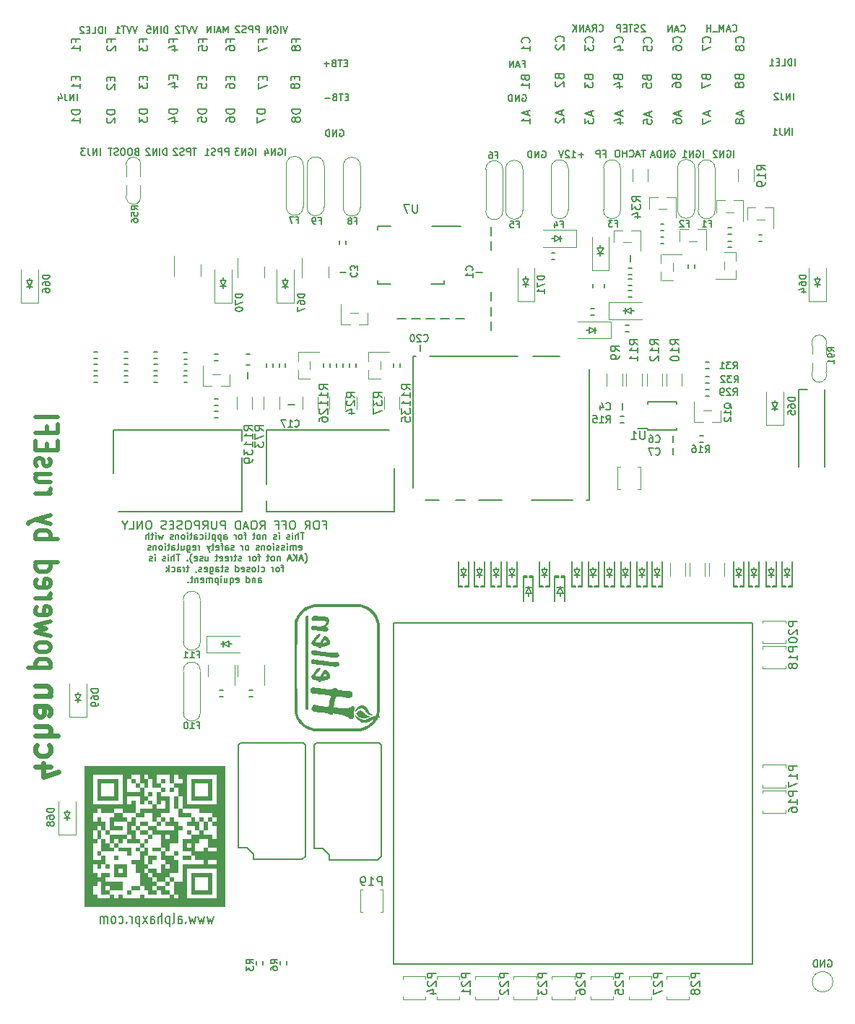
<source format=gbo>
G04 #@! TF.GenerationSoftware,KiCad,Pcbnew,7.0.9-7.0.9~ubuntu22.04.1*
G04 #@! TF.CreationDate,2023-12-09T02:40:09+00:00*
G04 #@! TF.ProjectId,alphax_4ch,616c7068-6178-45f3-9463-682e6b696361,i*
G04 #@! TF.SameCoordinates,PX141f5e0PYa2cace0*
G04 #@! TF.FileFunction,Legend,Bot*
G04 #@! TF.FilePolarity,Positive*
%FSLAX46Y46*%
G04 Gerber Fmt 4.6, Leading zero omitted, Abs format (unit mm)*
G04 Created by KiCad (PCBNEW 7.0.9-7.0.9~ubuntu22.04.1) date 2023-12-09 02:40:09*
%MOMM*%
%LPD*%
G01*
G04 APERTURE LIST*
%ADD10C,0.170000*%
%ADD11C,0.150000*%
%ADD12C,0.200000*%
%ADD13C,0.600000*%
%ADD14C,0.500000*%
%ADD15C,0.127000*%
%ADD16C,0.120000*%
%ADD17C,0.099060*%
%ADD18C,0.203200*%
G04 APERTURE END LIST*
D10*
X84410988Y98308526D02*
X84410988Y99108526D01*
X83610989Y99070431D02*
X83687179Y99108526D01*
X83687179Y99108526D02*
X83801465Y99108526D01*
X83801465Y99108526D02*
X83915751Y99070431D01*
X83915751Y99070431D02*
X83991941Y98994241D01*
X83991941Y98994241D02*
X84030036Y98918050D01*
X84030036Y98918050D02*
X84068132Y98765669D01*
X84068132Y98765669D02*
X84068132Y98651383D01*
X84068132Y98651383D02*
X84030036Y98499002D01*
X84030036Y98499002D02*
X83991941Y98422812D01*
X83991941Y98422812D02*
X83915751Y98346621D01*
X83915751Y98346621D02*
X83801465Y98308526D01*
X83801465Y98308526D02*
X83725274Y98308526D01*
X83725274Y98308526D02*
X83610989Y98346621D01*
X83610989Y98346621D02*
X83572893Y98384717D01*
X83572893Y98384717D02*
X83572893Y98651383D01*
X83572893Y98651383D02*
X83725274Y98651383D01*
X83230036Y98308526D02*
X83230036Y99108526D01*
X83230036Y99108526D02*
X82772893Y98308526D01*
X82772893Y98308526D02*
X82772893Y99108526D01*
X82430037Y99032336D02*
X82391941Y99070431D01*
X82391941Y99070431D02*
X82315751Y99108526D01*
X82315751Y99108526D02*
X82125275Y99108526D01*
X82125275Y99108526D02*
X82049084Y99070431D01*
X82049084Y99070431D02*
X82010989Y99032336D01*
X82010989Y99032336D02*
X81972894Y98956145D01*
X81972894Y98956145D02*
X81972894Y98879955D01*
X81972894Y98879955D02*
X82010989Y98765669D01*
X82010989Y98765669D02*
X82468132Y98308526D01*
X82468132Y98308526D02*
X81972894Y98308526D01*
X68590108Y113114936D02*
X68628204Y113076840D01*
X68628204Y113076840D02*
X68742489Y113038745D01*
X68742489Y113038745D02*
X68818680Y113038745D01*
X68818680Y113038745D02*
X68932966Y113076840D01*
X68932966Y113076840D02*
X69009156Y113153031D01*
X69009156Y113153031D02*
X69047251Y113229221D01*
X69047251Y113229221D02*
X69085347Y113381602D01*
X69085347Y113381602D02*
X69085347Y113495888D01*
X69085347Y113495888D02*
X69047251Y113648269D01*
X69047251Y113648269D02*
X69009156Y113724460D01*
X69009156Y113724460D02*
X68932966Y113800650D01*
X68932966Y113800650D02*
X68818680Y113838745D01*
X68818680Y113838745D02*
X68742489Y113838745D01*
X68742489Y113838745D02*
X68628204Y113800650D01*
X68628204Y113800650D02*
X68590108Y113762555D01*
X67790108Y113038745D02*
X68056775Y113419698D01*
X68247251Y113038745D02*
X68247251Y113838745D01*
X68247251Y113838745D02*
X67942489Y113838745D01*
X67942489Y113838745D02*
X67866299Y113800650D01*
X67866299Y113800650D02*
X67828204Y113762555D01*
X67828204Y113762555D02*
X67790108Y113686364D01*
X67790108Y113686364D02*
X67790108Y113572079D01*
X67790108Y113572079D02*
X67828204Y113495888D01*
X67828204Y113495888D02*
X67866299Y113457793D01*
X67866299Y113457793D02*
X67942489Y113419698D01*
X67942489Y113419698D02*
X68247251Y113419698D01*
X67485347Y113267317D02*
X67104394Y113267317D01*
X67561537Y113038745D02*
X67294870Y113838745D01*
X67294870Y113838745D02*
X67028204Y113038745D01*
X66761537Y113038745D02*
X66761537Y113838745D01*
X66761537Y113838745D02*
X66304394Y113038745D01*
X66304394Y113038745D02*
X66304394Y113838745D01*
X65923442Y113038745D02*
X65923442Y113838745D01*
X65466299Y113038745D02*
X65809157Y113495888D01*
X65466299Y113838745D02*
X65923442Y113381602D01*
D11*
X29131009Y107790476D02*
X29131009Y107457143D01*
X29654819Y107314286D02*
X29654819Y107790476D01*
X29654819Y107790476D02*
X28654819Y107790476D01*
X28654819Y107790476D02*
X28654819Y107314286D01*
X28654819Y106980952D02*
X28654819Y106314286D01*
X28654819Y106314286D02*
X29654819Y106742857D01*
D10*
X25069046Y112888745D02*
X25069046Y113688745D01*
X25069046Y113688745D02*
X24802380Y113117317D01*
X24802380Y113117317D02*
X24535713Y113688745D01*
X24535713Y113688745D02*
X24535713Y112888745D01*
X24192856Y113117317D02*
X23811903Y113117317D01*
X24269046Y112888745D02*
X24002379Y113688745D01*
X24002379Y113688745D02*
X23735713Y112888745D01*
X23469046Y112888745D02*
X23469046Y113688745D01*
X23088094Y112888745D02*
X23088094Y113688745D01*
X23088094Y113688745D02*
X22630951Y112888745D01*
X22630951Y112888745D02*
X22630951Y113688745D01*
D11*
X7231009Y111833334D02*
X7231009Y112166667D01*
X7754819Y112166667D02*
X6754819Y112166667D01*
X6754819Y112166667D02*
X6754819Y111690477D01*
X7754819Y110785715D02*
X7754819Y111357143D01*
X7754819Y111071429D02*
X6754819Y111071429D01*
X6754819Y111071429D02*
X6897676Y111166667D01*
X6897676Y111166667D02*
X6992914Y111261905D01*
X6992914Y111261905D02*
X7040533Y111357143D01*
D10*
X39071428Y109357793D02*
X38804762Y109357793D01*
X38690476Y108938745D02*
X39071428Y108938745D01*
X39071428Y108938745D02*
X39071428Y109738745D01*
X39071428Y109738745D02*
X38690476Y109738745D01*
X38461904Y109738745D02*
X38004761Y109738745D01*
X38233333Y108938745D02*
X38233333Y109738745D01*
X37471428Y109357793D02*
X37357142Y109319698D01*
X37357142Y109319698D02*
X37319047Y109281602D01*
X37319047Y109281602D02*
X37280951Y109205412D01*
X37280951Y109205412D02*
X37280951Y109091126D01*
X37280951Y109091126D02*
X37319047Y109014936D01*
X37319047Y109014936D02*
X37357142Y108976840D01*
X37357142Y108976840D02*
X37433332Y108938745D01*
X37433332Y108938745D02*
X37738094Y108938745D01*
X37738094Y108938745D02*
X37738094Y109738745D01*
X37738094Y109738745D02*
X37471428Y109738745D01*
X37471428Y109738745D02*
X37395237Y109700650D01*
X37395237Y109700650D02*
X37357142Y109662555D01*
X37357142Y109662555D02*
X37319047Y109586364D01*
X37319047Y109586364D02*
X37319047Y109510174D01*
X37319047Y109510174D02*
X37357142Y109433983D01*
X37357142Y109433983D02*
X37395237Y109395888D01*
X37395237Y109395888D02*
X37471428Y109357793D01*
X37471428Y109357793D02*
X37738094Y109357793D01*
X36938094Y109243507D02*
X36328571Y109243507D01*
X36633332Y108938745D02*
X36633332Y109548269D01*
X91566666Y109038745D02*
X91566666Y109838745D01*
X91185714Y109038745D02*
X91185714Y109838745D01*
X91185714Y109838745D02*
X90995238Y109838745D01*
X90995238Y109838745D02*
X90880952Y109800650D01*
X90880952Y109800650D02*
X90804762Y109724460D01*
X90804762Y109724460D02*
X90766667Y109648269D01*
X90766667Y109648269D02*
X90728571Y109495888D01*
X90728571Y109495888D02*
X90728571Y109381602D01*
X90728571Y109381602D02*
X90766667Y109229221D01*
X90766667Y109229221D02*
X90804762Y109153031D01*
X90804762Y109153031D02*
X90880952Y109076840D01*
X90880952Y109076840D02*
X90995238Y109038745D01*
X90995238Y109038745D02*
X91185714Y109038745D01*
X90004762Y109038745D02*
X90385714Y109038745D01*
X90385714Y109038745D02*
X90385714Y109838745D01*
X89738095Y109457793D02*
X89471429Y109457793D01*
X89357143Y109038745D02*
X89738095Y109038745D01*
X89738095Y109038745D02*
X89738095Y109838745D01*
X89738095Y109838745D02*
X89357143Y109838745D01*
X88595238Y109038745D02*
X89052381Y109038745D01*
X88823809Y109038745D02*
X88823809Y109838745D01*
X88823809Y109838745D02*
X88900000Y109724460D01*
X88900000Y109724460D02*
X88976190Y109648269D01*
X88976190Y109648269D02*
X89052381Y109610174D01*
D12*
X23390475Y9355258D02*
X23199999Y8555258D01*
X23199999Y8555258D02*
X23009523Y9126686D01*
X23009523Y9126686D02*
X22819047Y8555258D01*
X22819047Y8555258D02*
X22628571Y9355258D01*
X22342856Y9355258D02*
X22152380Y8555258D01*
X22152380Y8555258D02*
X21961904Y9126686D01*
X21961904Y9126686D02*
X21771428Y8555258D01*
X21771428Y8555258D02*
X21580952Y9355258D01*
X21295237Y9355258D02*
X21104761Y8555258D01*
X21104761Y8555258D02*
X20914285Y9126686D01*
X20914285Y9126686D02*
X20723809Y8555258D01*
X20723809Y8555258D02*
X20533333Y9355258D01*
X20152380Y8669543D02*
X20104761Y8612400D01*
X20104761Y8612400D02*
X20152380Y8555258D01*
X20152380Y8555258D02*
X20199999Y8612400D01*
X20199999Y8612400D02*
X20152380Y8669543D01*
X20152380Y8669543D02*
X20152380Y8555258D01*
X19247619Y8555258D02*
X19247619Y9183829D01*
X19247619Y9183829D02*
X19295238Y9298115D01*
X19295238Y9298115D02*
X19390476Y9355258D01*
X19390476Y9355258D02*
X19580952Y9355258D01*
X19580952Y9355258D02*
X19676190Y9298115D01*
X19247619Y8612400D02*
X19342857Y8555258D01*
X19342857Y8555258D02*
X19580952Y8555258D01*
X19580952Y8555258D02*
X19676190Y8612400D01*
X19676190Y8612400D02*
X19723809Y8726686D01*
X19723809Y8726686D02*
X19723809Y8840972D01*
X19723809Y8840972D02*
X19676190Y8955258D01*
X19676190Y8955258D02*
X19580952Y9012400D01*
X19580952Y9012400D02*
X19342857Y9012400D01*
X19342857Y9012400D02*
X19247619Y9069543D01*
X18628571Y8555258D02*
X18723809Y8612400D01*
X18723809Y8612400D02*
X18771428Y8726686D01*
X18771428Y8726686D02*
X18771428Y9755258D01*
X18247618Y9355258D02*
X18247618Y8155258D01*
X18247618Y9298115D02*
X18152380Y9355258D01*
X18152380Y9355258D02*
X17961904Y9355258D01*
X17961904Y9355258D02*
X17866666Y9298115D01*
X17866666Y9298115D02*
X17819047Y9240972D01*
X17819047Y9240972D02*
X17771428Y9126686D01*
X17771428Y9126686D02*
X17771428Y8783829D01*
X17771428Y8783829D02*
X17819047Y8669543D01*
X17819047Y8669543D02*
X17866666Y8612400D01*
X17866666Y8612400D02*
X17961904Y8555258D01*
X17961904Y8555258D02*
X18152380Y8555258D01*
X18152380Y8555258D02*
X18247618Y8612400D01*
X17342856Y8555258D02*
X17342856Y9755258D01*
X16914285Y8555258D02*
X16914285Y9183829D01*
X16914285Y9183829D02*
X16961904Y9298115D01*
X16961904Y9298115D02*
X17057142Y9355258D01*
X17057142Y9355258D02*
X17199999Y9355258D01*
X17199999Y9355258D02*
X17295237Y9298115D01*
X17295237Y9298115D02*
X17342856Y9240972D01*
X16009523Y8555258D02*
X16009523Y9183829D01*
X16009523Y9183829D02*
X16057142Y9298115D01*
X16057142Y9298115D02*
X16152380Y9355258D01*
X16152380Y9355258D02*
X16342856Y9355258D01*
X16342856Y9355258D02*
X16438094Y9298115D01*
X16009523Y8612400D02*
X16104761Y8555258D01*
X16104761Y8555258D02*
X16342856Y8555258D01*
X16342856Y8555258D02*
X16438094Y8612400D01*
X16438094Y8612400D02*
X16485713Y8726686D01*
X16485713Y8726686D02*
X16485713Y8840972D01*
X16485713Y8840972D02*
X16438094Y8955258D01*
X16438094Y8955258D02*
X16342856Y9012400D01*
X16342856Y9012400D02*
X16104761Y9012400D01*
X16104761Y9012400D02*
X16009523Y9069543D01*
X15628570Y8555258D02*
X15104761Y9355258D01*
X15628570Y9355258D02*
X15104761Y8555258D01*
X14723808Y9355258D02*
X14723808Y8155258D01*
X14723808Y9298115D02*
X14628570Y9355258D01*
X14628570Y9355258D02*
X14438094Y9355258D01*
X14438094Y9355258D02*
X14342856Y9298115D01*
X14342856Y9298115D02*
X14295237Y9240972D01*
X14295237Y9240972D02*
X14247618Y9126686D01*
X14247618Y9126686D02*
X14247618Y8783829D01*
X14247618Y8783829D02*
X14295237Y8669543D01*
X14295237Y8669543D02*
X14342856Y8612400D01*
X14342856Y8612400D02*
X14438094Y8555258D01*
X14438094Y8555258D02*
X14628570Y8555258D01*
X14628570Y8555258D02*
X14723808Y8612400D01*
X13819046Y8555258D02*
X13819046Y9355258D01*
X13819046Y9126686D02*
X13771427Y9240972D01*
X13771427Y9240972D02*
X13723808Y9298115D01*
X13723808Y9298115D02*
X13628570Y9355258D01*
X13628570Y9355258D02*
X13533332Y9355258D01*
X13199998Y8669543D02*
X13152379Y8612400D01*
X13152379Y8612400D02*
X13199998Y8555258D01*
X13199998Y8555258D02*
X13247617Y8612400D01*
X13247617Y8612400D02*
X13199998Y8669543D01*
X13199998Y8669543D02*
X13199998Y8555258D01*
X12295237Y8612400D02*
X12390475Y8555258D01*
X12390475Y8555258D02*
X12580951Y8555258D01*
X12580951Y8555258D02*
X12676189Y8612400D01*
X12676189Y8612400D02*
X12723808Y8669543D01*
X12723808Y8669543D02*
X12771427Y8783829D01*
X12771427Y8783829D02*
X12771427Y9126686D01*
X12771427Y9126686D02*
X12723808Y9240972D01*
X12723808Y9240972D02*
X12676189Y9298115D01*
X12676189Y9298115D02*
X12580951Y9355258D01*
X12580951Y9355258D02*
X12390475Y9355258D01*
X12390475Y9355258D02*
X12295237Y9298115D01*
X11723808Y8555258D02*
X11819046Y8612400D01*
X11819046Y8612400D02*
X11866665Y8669543D01*
X11866665Y8669543D02*
X11914284Y8783829D01*
X11914284Y8783829D02*
X11914284Y9126686D01*
X11914284Y9126686D02*
X11866665Y9240972D01*
X11866665Y9240972D02*
X11819046Y9298115D01*
X11819046Y9298115D02*
X11723808Y9355258D01*
X11723808Y9355258D02*
X11580951Y9355258D01*
X11580951Y9355258D02*
X11485713Y9298115D01*
X11485713Y9298115D02*
X11438094Y9240972D01*
X11438094Y9240972D02*
X11390475Y9126686D01*
X11390475Y9126686D02*
X11390475Y8783829D01*
X11390475Y8783829D02*
X11438094Y8669543D01*
X11438094Y8669543D02*
X11485713Y8612400D01*
X11485713Y8612400D02*
X11580951Y8555258D01*
X11580951Y8555258D02*
X11723808Y8555258D01*
X10961903Y8555258D02*
X10961903Y9355258D01*
X10961903Y9240972D02*
X10914284Y9298115D01*
X10914284Y9298115D02*
X10819046Y9355258D01*
X10819046Y9355258D02*
X10676189Y9355258D01*
X10676189Y9355258D02*
X10580951Y9298115D01*
X10580951Y9298115D02*
X10533332Y9183829D01*
X10533332Y9183829D02*
X10533332Y8555258D01*
X10533332Y9183829D02*
X10485713Y9298115D01*
X10485713Y9298115D02*
X10390475Y9355258D01*
X10390475Y9355258D02*
X10247618Y9355258D01*
X10247618Y9355258D02*
X10152379Y9298115D01*
X10152379Y9298115D02*
X10104760Y9183829D01*
X10104760Y9183829D02*
X10104760Y8555258D01*
D11*
X25331009Y111833334D02*
X25331009Y112166667D01*
X25854819Y112166667D02*
X24854819Y112166667D01*
X24854819Y112166667D02*
X24854819Y111690477D01*
X24854819Y110880953D02*
X24854819Y111071429D01*
X24854819Y111071429D02*
X24902438Y111166667D01*
X24902438Y111166667D02*
X24950057Y111214286D01*
X24950057Y111214286D02*
X25092914Y111309524D01*
X25092914Y111309524D02*
X25283390Y111357143D01*
X25283390Y111357143D02*
X25664342Y111357143D01*
X25664342Y111357143D02*
X25759580Y111309524D01*
X25759580Y111309524D02*
X25807200Y111261905D01*
X25807200Y111261905D02*
X25854819Y111166667D01*
X25854819Y111166667D02*
X25854819Y110976191D01*
X25854819Y110976191D02*
X25807200Y110880953D01*
X25807200Y110880953D02*
X25759580Y110833334D01*
X25759580Y110833334D02*
X25664342Y110785715D01*
X25664342Y110785715D02*
X25426247Y110785715D01*
X25426247Y110785715D02*
X25331009Y110833334D01*
X25331009Y110833334D02*
X25283390Y110880953D01*
X25283390Y110880953D02*
X25235771Y110976191D01*
X25235771Y110976191D02*
X25235771Y111166667D01*
X25235771Y111166667D02*
X25283390Y111261905D01*
X25283390Y111261905D02*
X25331009Y111309524D01*
X25331009Y111309524D02*
X25426247Y111357143D01*
X33554819Y103938095D02*
X32554819Y103938095D01*
X32554819Y103938095D02*
X32554819Y103700000D01*
X32554819Y103700000D02*
X32602438Y103557143D01*
X32602438Y103557143D02*
X32697676Y103461905D01*
X32697676Y103461905D02*
X32792914Y103414286D01*
X32792914Y103414286D02*
X32983390Y103366667D01*
X32983390Y103366667D02*
X33126247Y103366667D01*
X33126247Y103366667D02*
X33316723Y103414286D01*
X33316723Y103414286D02*
X33411961Y103461905D01*
X33411961Y103461905D02*
X33507200Y103557143D01*
X33507200Y103557143D02*
X33554819Y103700000D01*
X33554819Y103700000D02*
X33554819Y103938095D01*
X32983390Y102795238D02*
X32935771Y102890476D01*
X32935771Y102890476D02*
X32888152Y102938095D01*
X32888152Y102938095D02*
X32792914Y102985714D01*
X32792914Y102985714D02*
X32745295Y102985714D01*
X32745295Y102985714D02*
X32650057Y102938095D01*
X32650057Y102938095D02*
X32602438Y102890476D01*
X32602438Y102890476D02*
X32554819Y102795238D01*
X32554819Y102795238D02*
X32554819Y102604762D01*
X32554819Y102604762D02*
X32602438Y102509524D01*
X32602438Y102509524D02*
X32650057Y102461905D01*
X32650057Y102461905D02*
X32745295Y102414286D01*
X32745295Y102414286D02*
X32792914Y102414286D01*
X32792914Y102414286D02*
X32888152Y102461905D01*
X32888152Y102461905D02*
X32935771Y102509524D01*
X32935771Y102509524D02*
X32983390Y102604762D01*
X32983390Y102604762D02*
X32983390Y102795238D01*
X32983390Y102795238D02*
X33031009Y102890476D01*
X33031009Y102890476D02*
X33078628Y102938095D01*
X33078628Y102938095D02*
X33173866Y102985714D01*
X33173866Y102985714D02*
X33364342Y102985714D01*
X33364342Y102985714D02*
X33459580Y102938095D01*
X33459580Y102938095D02*
X33507200Y102890476D01*
X33507200Y102890476D02*
X33554819Y102795238D01*
X33554819Y102795238D02*
X33554819Y102604762D01*
X33554819Y102604762D02*
X33507200Y102509524D01*
X33507200Y102509524D02*
X33459580Y102461905D01*
X33459580Y102461905D02*
X33364342Y102414286D01*
X33364342Y102414286D02*
X33173866Y102414286D01*
X33173866Y102414286D02*
X33078628Y102461905D01*
X33078628Y102461905D02*
X33031009Y102509524D01*
X33031009Y102509524D02*
X32983390Y102604762D01*
D10*
X14445237Y113638745D02*
X14178570Y112838745D01*
X14178570Y112838745D02*
X13911904Y113638745D01*
X13759523Y113638745D02*
X13492856Y112838745D01*
X13492856Y112838745D02*
X13226190Y113638745D01*
X13073809Y113638745D02*
X12616666Y113638745D01*
X12845238Y112838745D02*
X12845238Y113638745D01*
X11930952Y112838745D02*
X12388095Y112838745D01*
X12159523Y112838745D02*
X12159523Y113638745D01*
X12159523Y113638745D02*
X12235714Y113524460D01*
X12235714Y113524460D02*
X12311904Y113448269D01*
X12311904Y113448269D02*
X12388095Y113410174D01*
X17899999Y98538745D02*
X17899999Y99338745D01*
X17899999Y99338745D02*
X17709523Y99338745D01*
X17709523Y99338745D02*
X17595237Y99300650D01*
X17595237Y99300650D02*
X17519047Y99224460D01*
X17519047Y99224460D02*
X17480952Y99148269D01*
X17480952Y99148269D02*
X17442856Y98995888D01*
X17442856Y98995888D02*
X17442856Y98881602D01*
X17442856Y98881602D02*
X17480952Y98729221D01*
X17480952Y98729221D02*
X17519047Y98653031D01*
X17519047Y98653031D02*
X17595237Y98576840D01*
X17595237Y98576840D02*
X17709523Y98538745D01*
X17709523Y98538745D02*
X17899999Y98538745D01*
X17099999Y98538745D02*
X17099999Y99338745D01*
X16719047Y98538745D02*
X16719047Y99338745D01*
X16719047Y99338745D02*
X16261904Y98538745D01*
X16261904Y98538745D02*
X16261904Y99338745D01*
X15919048Y99262555D02*
X15880952Y99300650D01*
X15880952Y99300650D02*
X15804762Y99338745D01*
X15804762Y99338745D02*
X15614286Y99338745D01*
X15614286Y99338745D02*
X15538095Y99300650D01*
X15538095Y99300650D02*
X15500000Y99262555D01*
X15500000Y99262555D02*
X15461905Y99186364D01*
X15461905Y99186364D02*
X15461905Y99110174D01*
X15461905Y99110174D02*
X15500000Y98995888D01*
X15500000Y98995888D02*
X15957143Y98538745D01*
X15957143Y98538745D02*
X15461905Y98538745D01*
D11*
X7231009Y107790476D02*
X7231009Y107457143D01*
X7754819Y107314286D02*
X7754819Y107790476D01*
X7754819Y107790476D02*
X6754819Y107790476D01*
X6754819Y107790476D02*
X6754819Y107314286D01*
X7754819Y106361905D02*
X7754819Y106933333D01*
X7754819Y106647619D02*
X6754819Y106647619D01*
X6754819Y106647619D02*
X6897676Y106742857D01*
X6897676Y106742857D02*
X6992914Y106838095D01*
X6992914Y106838095D02*
X7040533Y106933333D01*
X11854819Y103838095D02*
X10854819Y103838095D01*
X10854819Y103838095D02*
X10854819Y103600000D01*
X10854819Y103600000D02*
X10902438Y103457143D01*
X10902438Y103457143D02*
X10997676Y103361905D01*
X10997676Y103361905D02*
X11092914Y103314286D01*
X11092914Y103314286D02*
X11283390Y103266667D01*
X11283390Y103266667D02*
X11426247Y103266667D01*
X11426247Y103266667D02*
X11616723Y103314286D01*
X11616723Y103314286D02*
X11711961Y103361905D01*
X11711961Y103361905D02*
X11807200Y103457143D01*
X11807200Y103457143D02*
X11854819Y103600000D01*
X11854819Y103600000D02*
X11854819Y103838095D01*
X10950057Y102885714D02*
X10902438Y102838095D01*
X10902438Y102838095D02*
X10854819Y102742857D01*
X10854819Y102742857D02*
X10854819Y102504762D01*
X10854819Y102504762D02*
X10902438Y102409524D01*
X10902438Y102409524D02*
X10950057Y102361905D01*
X10950057Y102361905D02*
X11045295Y102314286D01*
X11045295Y102314286D02*
X11140533Y102314286D01*
X11140533Y102314286D02*
X11283390Y102361905D01*
X11283390Y102361905D02*
X11854819Y102933333D01*
X11854819Y102933333D02*
X11854819Y102314286D01*
D10*
X10716666Y112788745D02*
X10716666Y113588745D01*
X10335714Y112788745D02*
X10335714Y113588745D01*
X10335714Y113588745D02*
X10145238Y113588745D01*
X10145238Y113588745D02*
X10030952Y113550650D01*
X10030952Y113550650D02*
X9954762Y113474460D01*
X9954762Y113474460D02*
X9916667Y113398269D01*
X9916667Y113398269D02*
X9878571Y113245888D01*
X9878571Y113245888D02*
X9878571Y113131602D01*
X9878571Y113131602D02*
X9916667Y112979221D01*
X9916667Y112979221D02*
X9954762Y112903031D01*
X9954762Y112903031D02*
X10030952Y112826840D01*
X10030952Y112826840D02*
X10145238Y112788745D01*
X10145238Y112788745D02*
X10335714Y112788745D01*
X9154762Y112788745D02*
X9535714Y112788745D01*
X9535714Y112788745D02*
X9535714Y113588745D01*
X8888095Y113207793D02*
X8621429Y113207793D01*
X8507143Y112788745D02*
X8888095Y112788745D01*
X8888095Y112788745D02*
X8888095Y113588745D01*
X8888095Y113588745D02*
X8507143Y113588745D01*
X8202381Y113512555D02*
X8164285Y113550650D01*
X8164285Y113550650D02*
X8088095Y113588745D01*
X8088095Y113588745D02*
X7897619Y113588745D01*
X7897619Y113588745D02*
X7821428Y113550650D01*
X7821428Y113550650D02*
X7783333Y113512555D01*
X7783333Y113512555D02*
X7745238Y113436364D01*
X7745238Y113436364D02*
X7745238Y113360174D01*
X7745238Y113360174D02*
X7783333Y113245888D01*
X7783333Y113245888D02*
X8240476Y112788745D01*
X8240476Y112788745D02*
X7745238Y112788745D01*
D11*
X29131009Y111833334D02*
X29131009Y112166667D01*
X29654819Y112166667D02*
X28654819Y112166667D01*
X28654819Y112166667D02*
X28654819Y111690477D01*
X28654819Y111404762D02*
X28654819Y110738096D01*
X28654819Y110738096D02*
X29654819Y111166667D01*
D10*
X32076189Y113638745D02*
X31809522Y112838745D01*
X31809522Y112838745D02*
X31542856Y113638745D01*
X31276189Y112838745D02*
X31276189Y113638745D01*
X30476190Y113600650D02*
X30552380Y113638745D01*
X30552380Y113638745D02*
X30666666Y113638745D01*
X30666666Y113638745D02*
X30780952Y113600650D01*
X30780952Y113600650D02*
X30857142Y113524460D01*
X30857142Y113524460D02*
X30895237Y113448269D01*
X30895237Y113448269D02*
X30933333Y113295888D01*
X30933333Y113295888D02*
X30933333Y113181602D01*
X30933333Y113181602D02*
X30895237Y113029221D01*
X30895237Y113029221D02*
X30857142Y112953031D01*
X30857142Y112953031D02*
X30780952Y112876840D01*
X30780952Y112876840D02*
X30666666Y112838745D01*
X30666666Y112838745D02*
X30590475Y112838745D01*
X30590475Y112838745D02*
X30476190Y112876840D01*
X30476190Y112876840D02*
X30438094Y112914936D01*
X30438094Y112914936D02*
X30438094Y113181602D01*
X30438094Y113181602D02*
X30590475Y113181602D01*
X30095237Y112838745D02*
X30095237Y113638745D01*
X30095237Y113638745D02*
X29638094Y112838745D01*
X29638094Y112838745D02*
X29638094Y113638745D01*
D11*
X18631009Y107890476D02*
X18631009Y107557143D01*
X19154819Y107414286D02*
X19154819Y107890476D01*
X19154819Y107890476D02*
X18154819Y107890476D01*
X18154819Y107890476D02*
X18154819Y107414286D01*
X18488152Y106557143D02*
X19154819Y106557143D01*
X18107200Y106795238D02*
X18821485Y107033333D01*
X18821485Y107033333D02*
X18821485Y106414286D01*
X25331009Y107790476D02*
X25331009Y107457143D01*
X25854819Y107314286D02*
X25854819Y107790476D01*
X25854819Y107790476D02*
X24854819Y107790476D01*
X24854819Y107790476D02*
X24854819Y107314286D01*
X24854819Y106457143D02*
X24854819Y106647619D01*
X24854819Y106647619D02*
X24902438Y106742857D01*
X24902438Y106742857D02*
X24950057Y106790476D01*
X24950057Y106790476D02*
X25092914Y106885714D01*
X25092914Y106885714D02*
X25283390Y106933333D01*
X25283390Y106933333D02*
X25664342Y106933333D01*
X25664342Y106933333D02*
X25759580Y106885714D01*
X25759580Y106885714D02*
X25807200Y106838095D01*
X25807200Y106838095D02*
X25854819Y106742857D01*
X25854819Y106742857D02*
X25854819Y106552381D01*
X25854819Y106552381D02*
X25807200Y106457143D01*
X25807200Y106457143D02*
X25759580Y106409524D01*
X25759580Y106409524D02*
X25664342Y106361905D01*
X25664342Y106361905D02*
X25426247Y106361905D01*
X25426247Y106361905D02*
X25331009Y106409524D01*
X25331009Y106409524D02*
X25283390Y106457143D01*
X25283390Y106457143D02*
X25235771Y106552381D01*
X25235771Y106552381D02*
X25235771Y106742857D01*
X25235771Y106742857D02*
X25283390Y106838095D01*
X25283390Y106838095D02*
X25331009Y106885714D01*
X25331009Y106885714D02*
X25426247Y106933333D01*
D10*
X39171428Y105357793D02*
X38904762Y105357793D01*
X38790476Y104938745D02*
X39171428Y104938745D01*
X39171428Y104938745D02*
X39171428Y105738745D01*
X39171428Y105738745D02*
X38790476Y105738745D01*
X38561904Y105738745D02*
X38104761Y105738745D01*
X38333333Y104938745D02*
X38333333Y105738745D01*
X37571428Y105357793D02*
X37457142Y105319698D01*
X37457142Y105319698D02*
X37419047Y105281602D01*
X37419047Y105281602D02*
X37380951Y105205412D01*
X37380951Y105205412D02*
X37380951Y105091126D01*
X37380951Y105091126D02*
X37419047Y105014936D01*
X37419047Y105014936D02*
X37457142Y104976840D01*
X37457142Y104976840D02*
X37533332Y104938745D01*
X37533332Y104938745D02*
X37838094Y104938745D01*
X37838094Y104938745D02*
X37838094Y105738745D01*
X37838094Y105738745D02*
X37571428Y105738745D01*
X37571428Y105738745D02*
X37495237Y105700650D01*
X37495237Y105700650D02*
X37457142Y105662555D01*
X37457142Y105662555D02*
X37419047Y105586364D01*
X37419047Y105586364D02*
X37419047Y105510174D01*
X37419047Y105510174D02*
X37457142Y105433983D01*
X37457142Y105433983D02*
X37495237Y105395888D01*
X37495237Y105395888D02*
X37571428Y105357793D01*
X37571428Y105357793D02*
X37838094Y105357793D01*
X37038094Y105243507D02*
X36428571Y105243507D01*
D11*
X29454819Y103938095D02*
X28454819Y103938095D01*
X28454819Y103938095D02*
X28454819Y103700000D01*
X28454819Y103700000D02*
X28502438Y103557143D01*
X28502438Y103557143D02*
X28597676Y103461905D01*
X28597676Y103461905D02*
X28692914Y103414286D01*
X28692914Y103414286D02*
X28883390Y103366667D01*
X28883390Y103366667D02*
X29026247Y103366667D01*
X29026247Y103366667D02*
X29216723Y103414286D01*
X29216723Y103414286D02*
X29311961Y103461905D01*
X29311961Y103461905D02*
X29407200Y103557143D01*
X29407200Y103557143D02*
X29454819Y103700000D01*
X29454819Y103700000D02*
X29454819Y103938095D01*
X28454819Y103033333D02*
X28454819Y102366667D01*
X28454819Y102366667D02*
X29454819Y102795238D01*
D13*
X4261723Y26928070D02*
X2528390Y26928070D01*
X5252200Y26309022D02*
X3395057Y25689975D01*
X3395057Y25689975D02*
X3395057Y27299498D01*
X2652200Y29404260D02*
X2528390Y29156641D01*
X2528390Y29156641D02*
X2528390Y28661403D01*
X2528390Y28661403D02*
X2652200Y28413784D01*
X2652200Y28413784D02*
X2776009Y28289974D01*
X2776009Y28289974D02*
X3023628Y28166165D01*
X3023628Y28166165D02*
X3766485Y28166165D01*
X3766485Y28166165D02*
X4014104Y28289974D01*
X4014104Y28289974D02*
X4137914Y28413784D01*
X4137914Y28413784D02*
X4261723Y28661403D01*
X4261723Y28661403D02*
X4261723Y29156641D01*
X4261723Y29156641D02*
X4137914Y29404260D01*
X2528390Y30518545D02*
X5128390Y30518545D01*
X2528390Y31632831D02*
X3890295Y31632831D01*
X3890295Y31632831D02*
X4137914Y31509021D01*
X4137914Y31509021D02*
X4261723Y31261402D01*
X4261723Y31261402D02*
X4261723Y30889974D01*
X4261723Y30889974D02*
X4137914Y30642355D01*
X4137914Y30642355D02*
X4014104Y30518545D01*
X2528390Y33985212D02*
X3890295Y33985212D01*
X3890295Y33985212D02*
X4137914Y33861402D01*
X4137914Y33861402D02*
X4261723Y33613783D01*
X4261723Y33613783D02*
X4261723Y33118545D01*
X4261723Y33118545D02*
X4137914Y32870926D01*
X2652200Y33985212D02*
X2528390Y33737593D01*
X2528390Y33737593D02*
X2528390Y33118545D01*
X2528390Y33118545D02*
X2652200Y32870926D01*
X2652200Y32870926D02*
X2899819Y32747117D01*
X2899819Y32747117D02*
X3147438Y32747117D01*
X3147438Y32747117D02*
X3395057Y32870926D01*
X3395057Y32870926D02*
X3518866Y33118545D01*
X3518866Y33118545D02*
X3518866Y33737593D01*
X3518866Y33737593D02*
X3642676Y33985212D01*
X4261723Y35223307D02*
X2528390Y35223307D01*
X4014104Y35223307D02*
X4137914Y35347117D01*
X4137914Y35347117D02*
X4261723Y35594736D01*
X4261723Y35594736D02*
X4261723Y35966164D01*
X4261723Y35966164D02*
X4137914Y36213783D01*
X4137914Y36213783D02*
X3890295Y36337593D01*
X3890295Y36337593D02*
X2528390Y36337593D01*
D10*
X14366666Y98957793D02*
X14252380Y98919698D01*
X14252380Y98919698D02*
X14214285Y98881602D01*
X14214285Y98881602D02*
X14176189Y98805412D01*
X14176189Y98805412D02*
X14176189Y98691126D01*
X14176189Y98691126D02*
X14214285Y98614936D01*
X14214285Y98614936D02*
X14252380Y98576840D01*
X14252380Y98576840D02*
X14328570Y98538745D01*
X14328570Y98538745D02*
X14633332Y98538745D01*
X14633332Y98538745D02*
X14633332Y99338745D01*
X14633332Y99338745D02*
X14366666Y99338745D01*
X14366666Y99338745D02*
X14290475Y99300650D01*
X14290475Y99300650D02*
X14252380Y99262555D01*
X14252380Y99262555D02*
X14214285Y99186364D01*
X14214285Y99186364D02*
X14214285Y99110174D01*
X14214285Y99110174D02*
X14252380Y99033983D01*
X14252380Y99033983D02*
X14290475Y98995888D01*
X14290475Y98995888D02*
X14366666Y98957793D01*
X14366666Y98957793D02*
X14633332Y98957793D01*
X13680951Y99338745D02*
X13528570Y99338745D01*
X13528570Y99338745D02*
X13452380Y99300650D01*
X13452380Y99300650D02*
X13376189Y99224460D01*
X13376189Y99224460D02*
X13338094Y99072079D01*
X13338094Y99072079D02*
X13338094Y98805412D01*
X13338094Y98805412D02*
X13376189Y98653031D01*
X13376189Y98653031D02*
X13452380Y98576840D01*
X13452380Y98576840D02*
X13528570Y98538745D01*
X13528570Y98538745D02*
X13680951Y98538745D01*
X13680951Y98538745D02*
X13757142Y98576840D01*
X13757142Y98576840D02*
X13833332Y98653031D01*
X13833332Y98653031D02*
X13871428Y98805412D01*
X13871428Y98805412D02*
X13871428Y99072079D01*
X13871428Y99072079D02*
X13833332Y99224460D01*
X13833332Y99224460D02*
X13757142Y99300650D01*
X13757142Y99300650D02*
X13680951Y99338745D01*
X12842856Y99338745D02*
X12690475Y99338745D01*
X12690475Y99338745D02*
X12614285Y99300650D01*
X12614285Y99300650D02*
X12538094Y99224460D01*
X12538094Y99224460D02*
X12499999Y99072079D01*
X12499999Y99072079D02*
X12499999Y98805412D01*
X12499999Y98805412D02*
X12538094Y98653031D01*
X12538094Y98653031D02*
X12614285Y98576840D01*
X12614285Y98576840D02*
X12690475Y98538745D01*
X12690475Y98538745D02*
X12842856Y98538745D01*
X12842856Y98538745D02*
X12919047Y98576840D01*
X12919047Y98576840D02*
X12995237Y98653031D01*
X12995237Y98653031D02*
X13033333Y98805412D01*
X13033333Y98805412D02*
X13033333Y99072079D01*
X13033333Y99072079D02*
X12995237Y99224460D01*
X12995237Y99224460D02*
X12919047Y99300650D01*
X12919047Y99300650D02*
X12842856Y99338745D01*
X12195238Y98576840D02*
X12080952Y98538745D01*
X12080952Y98538745D02*
X11890476Y98538745D01*
X11890476Y98538745D02*
X11814285Y98576840D01*
X11814285Y98576840D02*
X11776190Y98614936D01*
X11776190Y98614936D02*
X11738095Y98691126D01*
X11738095Y98691126D02*
X11738095Y98767317D01*
X11738095Y98767317D02*
X11776190Y98843507D01*
X11776190Y98843507D02*
X11814285Y98881602D01*
X11814285Y98881602D02*
X11890476Y98919698D01*
X11890476Y98919698D02*
X12042857Y98957793D01*
X12042857Y98957793D02*
X12119047Y98995888D01*
X12119047Y98995888D02*
X12157142Y99033983D01*
X12157142Y99033983D02*
X12195238Y99110174D01*
X12195238Y99110174D02*
X12195238Y99186364D01*
X12195238Y99186364D02*
X12157142Y99262555D01*
X12157142Y99262555D02*
X12119047Y99300650D01*
X12119047Y99300650D02*
X12042857Y99338745D01*
X12042857Y99338745D02*
X11852380Y99338745D01*
X11852380Y99338745D02*
X11738095Y99300650D01*
X11509523Y99338745D02*
X11052380Y99338745D01*
X11280952Y98538745D02*
X11280952Y99338745D01*
X38209523Y101500650D02*
X38285713Y101538745D01*
X38285713Y101538745D02*
X38399999Y101538745D01*
X38399999Y101538745D02*
X38514285Y101500650D01*
X38514285Y101500650D02*
X38590475Y101424460D01*
X38590475Y101424460D02*
X38628570Y101348269D01*
X38628570Y101348269D02*
X38666666Y101195888D01*
X38666666Y101195888D02*
X38666666Y101081602D01*
X38666666Y101081602D02*
X38628570Y100929221D01*
X38628570Y100929221D02*
X38590475Y100853031D01*
X38590475Y100853031D02*
X38514285Y100776840D01*
X38514285Y100776840D02*
X38399999Y100738745D01*
X38399999Y100738745D02*
X38323808Y100738745D01*
X38323808Y100738745D02*
X38209523Y100776840D01*
X38209523Y100776840D02*
X38171427Y100814936D01*
X38171427Y100814936D02*
X38171427Y101081602D01*
X38171427Y101081602D02*
X38323808Y101081602D01*
X37828570Y100738745D02*
X37828570Y101538745D01*
X37828570Y101538745D02*
X37371427Y100738745D01*
X37371427Y100738745D02*
X37371427Y101538745D01*
X36990475Y100738745D02*
X36990475Y101538745D01*
X36990475Y101538745D02*
X36799999Y101538745D01*
X36799999Y101538745D02*
X36685713Y101500650D01*
X36685713Y101500650D02*
X36609523Y101424460D01*
X36609523Y101424460D02*
X36571428Y101348269D01*
X36571428Y101348269D02*
X36533332Y101195888D01*
X36533332Y101195888D02*
X36533332Y101081602D01*
X36533332Y101081602D02*
X36571428Y100929221D01*
X36571428Y100929221D02*
X36609523Y100853031D01*
X36609523Y100853031D02*
X36685713Y100776840D01*
X36685713Y100776840D02*
X36799999Y100738745D01*
X36799999Y100738745D02*
X36990475Y100738745D01*
D11*
X11381009Y111833334D02*
X11381009Y112166667D01*
X11904819Y112166667D02*
X10904819Y112166667D01*
X10904819Y112166667D02*
X10904819Y111690477D01*
X11000057Y111357143D02*
X10952438Y111309524D01*
X10952438Y111309524D02*
X10904819Y111214286D01*
X10904819Y111214286D02*
X10904819Y110976191D01*
X10904819Y110976191D02*
X10952438Y110880953D01*
X10952438Y110880953D02*
X11000057Y110833334D01*
X11000057Y110833334D02*
X11095295Y110785715D01*
X11095295Y110785715D02*
X11190533Y110785715D01*
X11190533Y110785715D02*
X11333390Y110833334D01*
X11333390Y110833334D02*
X11904819Y111404762D01*
X11904819Y111404762D02*
X11904819Y110785715D01*
D14*
X4256523Y38452757D02*
X1656523Y38452757D01*
X4132714Y38452757D02*
X4256523Y38662281D01*
X4256523Y38662281D02*
X4256523Y39081328D01*
X4256523Y39081328D02*
X4132714Y39290852D01*
X4132714Y39290852D02*
X4008904Y39395614D01*
X4008904Y39395614D02*
X3761285Y39500376D01*
X3761285Y39500376D02*
X3018428Y39500376D01*
X3018428Y39500376D02*
X2770809Y39395614D01*
X2770809Y39395614D02*
X2647000Y39290852D01*
X2647000Y39290852D02*
X2523190Y39081328D01*
X2523190Y39081328D02*
X2523190Y38662281D01*
X2523190Y38662281D02*
X2647000Y38452757D01*
X2523190Y40757519D02*
X2647000Y40547995D01*
X2647000Y40547995D02*
X2770809Y40443233D01*
X2770809Y40443233D02*
X3018428Y40338471D01*
X3018428Y40338471D02*
X3761285Y40338471D01*
X3761285Y40338471D02*
X4008904Y40443233D01*
X4008904Y40443233D02*
X4132714Y40547995D01*
X4132714Y40547995D02*
X4256523Y40757519D01*
X4256523Y40757519D02*
X4256523Y41071804D01*
X4256523Y41071804D02*
X4132714Y41281328D01*
X4132714Y41281328D02*
X4008904Y41386090D01*
X4008904Y41386090D02*
X3761285Y41490852D01*
X3761285Y41490852D02*
X3018428Y41490852D01*
X3018428Y41490852D02*
X2770809Y41386090D01*
X2770809Y41386090D02*
X2647000Y41281328D01*
X2647000Y41281328D02*
X2523190Y41071804D01*
X2523190Y41071804D02*
X2523190Y40757519D01*
X4256523Y42224185D02*
X2523190Y42643233D01*
X2523190Y42643233D02*
X3761285Y43062280D01*
X3761285Y43062280D02*
X2523190Y43481328D01*
X2523190Y43481328D02*
X4256523Y43900376D01*
X2647000Y45576566D02*
X2523190Y45367042D01*
X2523190Y45367042D02*
X2523190Y44947995D01*
X2523190Y44947995D02*
X2647000Y44738471D01*
X2647000Y44738471D02*
X2894619Y44633709D01*
X2894619Y44633709D02*
X3885095Y44633709D01*
X3885095Y44633709D02*
X4132714Y44738471D01*
X4132714Y44738471D02*
X4256523Y44947995D01*
X4256523Y44947995D02*
X4256523Y45367042D01*
X4256523Y45367042D02*
X4132714Y45576566D01*
X4132714Y45576566D02*
X3885095Y45681328D01*
X3885095Y45681328D02*
X3637476Y45681328D01*
X3637476Y45681328D02*
X3389857Y44633709D01*
X2523190Y46624185D02*
X4256523Y46624185D01*
X3761285Y46624185D02*
X4008904Y46728947D01*
X4008904Y46728947D02*
X4132714Y46833709D01*
X4132714Y46833709D02*
X4256523Y47043233D01*
X4256523Y47043233D02*
X4256523Y47252756D01*
X2647000Y48824185D02*
X2523190Y48614661D01*
X2523190Y48614661D02*
X2523190Y48195614D01*
X2523190Y48195614D02*
X2647000Y47986090D01*
X2647000Y47986090D02*
X2894619Y47881328D01*
X2894619Y47881328D02*
X3885095Y47881328D01*
X3885095Y47881328D02*
X4132714Y47986090D01*
X4132714Y47986090D02*
X4256523Y48195614D01*
X4256523Y48195614D02*
X4256523Y48614661D01*
X4256523Y48614661D02*
X4132714Y48824185D01*
X4132714Y48824185D02*
X3885095Y48928947D01*
X3885095Y48928947D02*
X3637476Y48928947D01*
X3637476Y48928947D02*
X3389857Y47881328D01*
X2523190Y50814661D02*
X5123190Y50814661D01*
X2647000Y50814661D02*
X2523190Y50605137D01*
X2523190Y50605137D02*
X2523190Y50186090D01*
X2523190Y50186090D02*
X2647000Y49976566D01*
X2647000Y49976566D02*
X2770809Y49871804D01*
X2770809Y49871804D02*
X3018428Y49767042D01*
X3018428Y49767042D02*
X3761285Y49767042D01*
X3761285Y49767042D02*
X4008904Y49871804D01*
X4008904Y49871804D02*
X4132714Y49976566D01*
X4132714Y49976566D02*
X4256523Y50186090D01*
X4256523Y50186090D02*
X4256523Y50605137D01*
X4256523Y50605137D02*
X4132714Y50814661D01*
X2523190Y53538470D02*
X5123190Y53538470D01*
X4132714Y53538470D02*
X4256523Y53747994D01*
X4256523Y53747994D02*
X4256523Y54167041D01*
X4256523Y54167041D02*
X4132714Y54376565D01*
X4132714Y54376565D02*
X4008904Y54481327D01*
X4008904Y54481327D02*
X3761285Y54586089D01*
X3761285Y54586089D02*
X3018428Y54586089D01*
X3018428Y54586089D02*
X2770809Y54481327D01*
X2770809Y54481327D02*
X2647000Y54376565D01*
X2647000Y54376565D02*
X2523190Y54167041D01*
X2523190Y54167041D02*
X2523190Y53747994D01*
X2523190Y53747994D02*
X2647000Y53538470D01*
X4256523Y55319422D02*
X2523190Y55843232D01*
X4256523Y56367041D02*
X2523190Y55843232D01*
X2523190Y55843232D02*
X1904142Y55633708D01*
X1904142Y55633708D02*
X1780333Y55528946D01*
X1780333Y55528946D02*
X1656523Y55319422D01*
X2523190Y58881326D02*
X4256523Y58881326D01*
X3761285Y58881326D02*
X4008904Y58986088D01*
X4008904Y58986088D02*
X4132714Y59090850D01*
X4132714Y59090850D02*
X4256523Y59300374D01*
X4256523Y59300374D02*
X4256523Y59509897D01*
X4256523Y61186088D02*
X2523190Y61186088D01*
X4256523Y60243231D02*
X2894619Y60243231D01*
X2894619Y60243231D02*
X2647000Y60347993D01*
X2647000Y60347993D02*
X2523190Y60557517D01*
X2523190Y60557517D02*
X2523190Y60871802D01*
X2523190Y60871802D02*
X2647000Y61081326D01*
X2647000Y61081326D02*
X2770809Y61186088D01*
X2647000Y62128945D02*
X2523190Y62338469D01*
X2523190Y62338469D02*
X2523190Y62757517D01*
X2523190Y62757517D02*
X2647000Y62967040D01*
X2647000Y62967040D02*
X2894619Y63071802D01*
X2894619Y63071802D02*
X3018428Y63071802D01*
X3018428Y63071802D02*
X3266047Y62967040D01*
X3266047Y62967040D02*
X3389857Y62757517D01*
X3389857Y62757517D02*
X3389857Y62443231D01*
X3389857Y62443231D02*
X3513666Y62233707D01*
X3513666Y62233707D02*
X3761285Y62128945D01*
X3761285Y62128945D02*
X3885095Y62128945D01*
X3885095Y62128945D02*
X4132714Y62233707D01*
X4132714Y62233707D02*
X4256523Y62443231D01*
X4256523Y62443231D02*
X4256523Y62757517D01*
X4256523Y62757517D02*
X4132714Y62967040D01*
X3885095Y64014659D02*
X3885095Y64747992D01*
X2523190Y65062278D02*
X2523190Y64014659D01*
X2523190Y64014659D02*
X5123190Y64014659D01*
X5123190Y64014659D02*
X5123190Y65062278D01*
X3885095Y66738468D02*
X3885095Y66005135D01*
X2523190Y66005135D02*
X5123190Y66005135D01*
X5123190Y66005135D02*
X5123190Y67052754D01*
X2523190Y67890849D02*
X5123190Y67890849D01*
D11*
X22554819Y103938095D02*
X21554819Y103938095D01*
X21554819Y103938095D02*
X21554819Y103700000D01*
X21554819Y103700000D02*
X21602438Y103557143D01*
X21602438Y103557143D02*
X21697676Y103461905D01*
X21697676Y103461905D02*
X21792914Y103414286D01*
X21792914Y103414286D02*
X21983390Y103366667D01*
X21983390Y103366667D02*
X22126247Y103366667D01*
X22126247Y103366667D02*
X22316723Y103414286D01*
X22316723Y103414286D02*
X22411961Y103461905D01*
X22411961Y103461905D02*
X22507200Y103557143D01*
X22507200Y103557143D02*
X22554819Y103700000D01*
X22554819Y103700000D02*
X22554819Y103938095D01*
X21554819Y102461905D02*
X21554819Y102938095D01*
X21554819Y102938095D02*
X22031009Y102985714D01*
X22031009Y102985714D02*
X21983390Y102938095D01*
X21983390Y102938095D02*
X21935771Y102842857D01*
X21935771Y102842857D02*
X21935771Y102604762D01*
X21935771Y102604762D02*
X21983390Y102509524D01*
X21983390Y102509524D02*
X22031009Y102461905D01*
X22031009Y102461905D02*
X22126247Y102414286D01*
X22126247Y102414286D02*
X22364342Y102414286D01*
X22364342Y102414286D02*
X22459580Y102461905D01*
X22459580Y102461905D02*
X22507200Y102509524D01*
X22507200Y102509524D02*
X22554819Y102604762D01*
X22554819Y102604762D02*
X22554819Y102842857D01*
X22554819Y102842857D02*
X22507200Y102938095D01*
X22507200Y102938095D02*
X22459580Y102985714D01*
D10*
X7404761Y104938745D02*
X7404761Y105738745D01*
X7023809Y104938745D02*
X7023809Y105738745D01*
X7023809Y105738745D02*
X6566666Y104938745D01*
X6566666Y104938745D02*
X6566666Y105738745D01*
X5957143Y105738745D02*
X5957143Y105167317D01*
X5957143Y105167317D02*
X5995238Y105053031D01*
X5995238Y105053031D02*
X6071429Y104976840D01*
X6071429Y104976840D02*
X6185714Y104938745D01*
X6185714Y104938745D02*
X6261905Y104938745D01*
X5233333Y105472079D02*
X5233333Y104938745D01*
X5423809Y105776840D02*
X5614286Y105205412D01*
X5614286Y105205412D02*
X5119047Y105205412D01*
X91239651Y100916694D02*
X91239651Y101716694D01*
X90858699Y100916694D02*
X90858699Y101716694D01*
X90858699Y101716694D02*
X90401556Y100916694D01*
X90401556Y100916694D02*
X90401556Y101716694D01*
X89792033Y101716694D02*
X89792033Y101145266D01*
X89792033Y101145266D02*
X89830128Y101030980D01*
X89830128Y101030980D02*
X89906319Y100954789D01*
X89906319Y100954789D02*
X90020604Y100916694D01*
X90020604Y100916694D02*
X90096795Y100916694D01*
X88992033Y100916694D02*
X89449176Y100916694D01*
X89220604Y100916694D02*
X89220604Y101716694D01*
X89220604Y101716694D02*
X89296795Y101602409D01*
X89296795Y101602409D02*
X89372985Y101526218D01*
X89372985Y101526218D02*
X89449176Y101488123D01*
X10104761Y98538745D02*
X10104761Y99338745D01*
X9723809Y98538745D02*
X9723809Y99338745D01*
X9723809Y99338745D02*
X9266666Y98538745D01*
X9266666Y98538745D02*
X9266666Y99338745D01*
X8657143Y99338745D02*
X8657143Y98767317D01*
X8657143Y98767317D02*
X8695238Y98653031D01*
X8695238Y98653031D02*
X8771429Y98576840D01*
X8771429Y98576840D02*
X8885714Y98538745D01*
X8885714Y98538745D02*
X8961905Y98538745D01*
X8352381Y99338745D02*
X7857143Y99338745D01*
X7857143Y99338745D02*
X8123809Y99033983D01*
X8123809Y99033983D02*
X8009524Y99033983D01*
X8009524Y99033983D02*
X7933333Y98995888D01*
X7933333Y98995888D02*
X7895238Y98957793D01*
X7895238Y98957793D02*
X7857143Y98881602D01*
X7857143Y98881602D02*
X7857143Y98691126D01*
X7857143Y98691126D02*
X7895238Y98614936D01*
X7895238Y98614936D02*
X7933333Y98576840D01*
X7933333Y98576840D02*
X8009524Y98538745D01*
X8009524Y98538745D02*
X8238095Y98538745D01*
X8238095Y98538745D02*
X8314286Y98576840D01*
X8314286Y98576840D02*
X8352381Y98614936D01*
D11*
X7754819Y103838095D02*
X6754819Y103838095D01*
X6754819Y103838095D02*
X6754819Y103600000D01*
X6754819Y103600000D02*
X6802438Y103457143D01*
X6802438Y103457143D02*
X6897676Y103361905D01*
X6897676Y103361905D02*
X6992914Y103314286D01*
X6992914Y103314286D02*
X7183390Y103266667D01*
X7183390Y103266667D02*
X7326247Y103266667D01*
X7326247Y103266667D02*
X7516723Y103314286D01*
X7516723Y103314286D02*
X7611961Y103361905D01*
X7611961Y103361905D02*
X7707200Y103457143D01*
X7707200Y103457143D02*
X7754819Y103600000D01*
X7754819Y103600000D02*
X7754819Y103838095D01*
X7754819Y102314286D02*
X7754819Y102885714D01*
X7754819Y102600000D02*
X6754819Y102600000D01*
X6754819Y102600000D02*
X6897676Y102695238D01*
X6897676Y102695238D02*
X6992914Y102790476D01*
X6992914Y102790476D02*
X7040533Y102885714D01*
D10*
X78187361Y113045156D02*
X78225457Y113007060D01*
X78225457Y113007060D02*
X78339742Y112968965D01*
X78339742Y112968965D02*
X78415933Y112968965D01*
X78415933Y112968965D02*
X78530219Y113007060D01*
X78530219Y113007060D02*
X78606409Y113083251D01*
X78606409Y113083251D02*
X78644504Y113159441D01*
X78644504Y113159441D02*
X78682600Y113311822D01*
X78682600Y113311822D02*
X78682600Y113426108D01*
X78682600Y113426108D02*
X78644504Y113578489D01*
X78644504Y113578489D02*
X78606409Y113654680D01*
X78606409Y113654680D02*
X78530219Y113730870D01*
X78530219Y113730870D02*
X78415933Y113768965D01*
X78415933Y113768965D02*
X78339742Y113768965D01*
X78339742Y113768965D02*
X78225457Y113730870D01*
X78225457Y113730870D02*
X78187361Y113692775D01*
X77882600Y113197537D02*
X77501647Y113197537D01*
X77958790Y112968965D02*
X77692123Y113768965D01*
X77692123Y113768965D02*
X77425457Y112968965D01*
X77158790Y112968965D02*
X77158790Y113768965D01*
X77158790Y113768965D02*
X76701647Y112968965D01*
X76701647Y112968965D02*
X76701647Y113768965D01*
D11*
X15131009Y107790476D02*
X15131009Y107457143D01*
X15654819Y107314286D02*
X15654819Y107790476D01*
X15654819Y107790476D02*
X14654819Y107790476D01*
X14654819Y107790476D02*
X14654819Y107314286D01*
X14654819Y106980952D02*
X14654819Y106361905D01*
X14654819Y106361905D02*
X15035771Y106695238D01*
X15035771Y106695238D02*
X15035771Y106552381D01*
X15035771Y106552381D02*
X15083390Y106457143D01*
X15083390Y106457143D02*
X15131009Y106409524D01*
X15131009Y106409524D02*
X15226247Y106361905D01*
X15226247Y106361905D02*
X15464342Y106361905D01*
X15464342Y106361905D02*
X15559580Y106409524D01*
X15559580Y106409524D02*
X15607200Y106457143D01*
X15607200Y106457143D02*
X15654819Y106552381D01*
X15654819Y106552381D02*
X15654819Y106838095D01*
X15654819Y106838095D02*
X15607200Y106933333D01*
X15607200Y106933333D02*
X15559580Y106980952D01*
D10*
X69087088Y98692683D02*
X69353754Y98692683D01*
X69353754Y98273635D02*
X69353754Y99073635D01*
X69353754Y99073635D02*
X68972802Y99073635D01*
X68668040Y98273635D02*
X68668040Y99073635D01*
X68668040Y99073635D02*
X68363278Y99073635D01*
X68363278Y99073635D02*
X68287088Y99035540D01*
X68287088Y99035540D02*
X68248993Y98997445D01*
X68248993Y98997445D02*
X68210897Y98921254D01*
X68210897Y98921254D02*
X68210897Y98806969D01*
X68210897Y98806969D02*
X68248993Y98730778D01*
X68248993Y98730778D02*
X68287088Y98692683D01*
X68287088Y98692683D02*
X68363278Y98654588D01*
X68363278Y98654588D02*
X68668040Y98654588D01*
X31799999Y98538745D02*
X31799999Y99338745D01*
X31000000Y99300650D02*
X31076190Y99338745D01*
X31076190Y99338745D02*
X31190476Y99338745D01*
X31190476Y99338745D02*
X31304762Y99300650D01*
X31304762Y99300650D02*
X31380952Y99224460D01*
X31380952Y99224460D02*
X31419047Y99148269D01*
X31419047Y99148269D02*
X31457143Y98995888D01*
X31457143Y98995888D02*
X31457143Y98881602D01*
X31457143Y98881602D02*
X31419047Y98729221D01*
X31419047Y98729221D02*
X31380952Y98653031D01*
X31380952Y98653031D02*
X31304762Y98576840D01*
X31304762Y98576840D02*
X31190476Y98538745D01*
X31190476Y98538745D02*
X31114285Y98538745D01*
X31114285Y98538745D02*
X31000000Y98576840D01*
X31000000Y98576840D02*
X30961904Y98614936D01*
X30961904Y98614936D02*
X30961904Y98881602D01*
X30961904Y98881602D02*
X31114285Y98881602D01*
X30619047Y98538745D02*
X30619047Y99338745D01*
X30619047Y99338745D02*
X30161904Y98538745D01*
X30161904Y98538745D02*
X30161904Y99338745D01*
X29438095Y99072079D02*
X29438095Y98538745D01*
X29628571Y99376840D02*
X29819048Y98805412D01*
X29819048Y98805412D02*
X29323809Y98805412D01*
X80817307Y98308526D02*
X80817307Y99108526D01*
X80017308Y99070431D02*
X80093498Y99108526D01*
X80093498Y99108526D02*
X80207784Y99108526D01*
X80207784Y99108526D02*
X80322070Y99070431D01*
X80322070Y99070431D02*
X80398260Y98994241D01*
X80398260Y98994241D02*
X80436355Y98918050D01*
X80436355Y98918050D02*
X80474451Y98765669D01*
X80474451Y98765669D02*
X80474451Y98651383D01*
X80474451Y98651383D02*
X80436355Y98499002D01*
X80436355Y98499002D02*
X80398260Y98422812D01*
X80398260Y98422812D02*
X80322070Y98346621D01*
X80322070Y98346621D02*
X80207784Y98308526D01*
X80207784Y98308526D02*
X80131593Y98308526D01*
X80131593Y98308526D02*
X80017308Y98346621D01*
X80017308Y98346621D02*
X79979212Y98384717D01*
X79979212Y98384717D02*
X79979212Y98651383D01*
X79979212Y98651383D02*
X80131593Y98651383D01*
X79636355Y98308526D02*
X79636355Y99108526D01*
X79636355Y99108526D02*
X79179212Y98308526D01*
X79179212Y98308526D02*
X79179212Y99108526D01*
X78379213Y98308526D02*
X78836356Y98308526D01*
X78607784Y98308526D02*
X78607784Y99108526D01*
X78607784Y99108526D02*
X78683975Y98994241D01*
X78683975Y98994241D02*
X78760165Y98918050D01*
X78760165Y98918050D02*
X78836356Y98879955D01*
D11*
X22031009Y107790476D02*
X22031009Y107457143D01*
X22554819Y107314286D02*
X22554819Y107790476D01*
X22554819Y107790476D02*
X21554819Y107790476D01*
X21554819Y107790476D02*
X21554819Y107314286D01*
X21554819Y106409524D02*
X21554819Y106885714D01*
X21554819Y106885714D02*
X22031009Y106933333D01*
X22031009Y106933333D02*
X21983390Y106885714D01*
X21983390Y106885714D02*
X21935771Y106790476D01*
X21935771Y106790476D02*
X21935771Y106552381D01*
X21935771Y106552381D02*
X21983390Y106457143D01*
X21983390Y106457143D02*
X22031009Y106409524D01*
X22031009Y106409524D02*
X22126247Y106361905D01*
X22126247Y106361905D02*
X22364342Y106361905D01*
X22364342Y106361905D02*
X22459580Y106409524D01*
X22459580Y106409524D02*
X22507200Y106457143D01*
X22507200Y106457143D02*
X22554819Y106552381D01*
X22554819Y106552381D02*
X22554819Y106790476D01*
X22554819Y106790476D02*
X22507200Y106885714D01*
X22507200Y106885714D02*
X22459580Y106933333D01*
X18631009Y111833334D02*
X18631009Y112166667D01*
X19154819Y112166667D02*
X18154819Y112166667D01*
X18154819Y112166667D02*
X18154819Y111690477D01*
X18488152Y110880953D02*
X19154819Y110880953D01*
X18107200Y111119048D02*
X18821485Y111357143D01*
X18821485Y111357143D02*
X18821485Y110738096D01*
X25854819Y103938095D02*
X24854819Y103938095D01*
X24854819Y103938095D02*
X24854819Y103700000D01*
X24854819Y103700000D02*
X24902438Y103557143D01*
X24902438Y103557143D02*
X24997676Y103461905D01*
X24997676Y103461905D02*
X25092914Y103414286D01*
X25092914Y103414286D02*
X25283390Y103366667D01*
X25283390Y103366667D02*
X25426247Y103366667D01*
X25426247Y103366667D02*
X25616723Y103414286D01*
X25616723Y103414286D02*
X25711961Y103461905D01*
X25711961Y103461905D02*
X25807200Y103557143D01*
X25807200Y103557143D02*
X25854819Y103700000D01*
X25854819Y103700000D02*
X25854819Y103938095D01*
X24854819Y102509524D02*
X24854819Y102700000D01*
X24854819Y102700000D02*
X24902438Y102795238D01*
X24902438Y102795238D02*
X24950057Y102842857D01*
X24950057Y102842857D02*
X25092914Y102938095D01*
X25092914Y102938095D02*
X25283390Y102985714D01*
X25283390Y102985714D02*
X25664342Y102985714D01*
X25664342Y102985714D02*
X25759580Y102938095D01*
X25759580Y102938095D02*
X25807200Y102890476D01*
X25807200Y102890476D02*
X25854819Y102795238D01*
X25854819Y102795238D02*
X25854819Y102604762D01*
X25854819Y102604762D02*
X25807200Y102509524D01*
X25807200Y102509524D02*
X25759580Y102461905D01*
X25759580Y102461905D02*
X25664342Y102414286D01*
X25664342Y102414286D02*
X25426247Y102414286D01*
X25426247Y102414286D02*
X25331009Y102461905D01*
X25331009Y102461905D02*
X25283390Y102509524D01*
X25283390Y102509524D02*
X25235771Y102604762D01*
X25235771Y102604762D02*
X25235771Y102795238D01*
X25235771Y102795238D02*
X25283390Y102890476D01*
X25283390Y102890476D02*
X25331009Y102938095D01*
X25331009Y102938095D02*
X25426247Y102985714D01*
D10*
X61909523Y99000650D02*
X61985713Y99038745D01*
X61985713Y99038745D02*
X62099999Y99038745D01*
X62099999Y99038745D02*
X62214285Y99000650D01*
X62214285Y99000650D02*
X62290475Y98924460D01*
X62290475Y98924460D02*
X62328570Y98848269D01*
X62328570Y98848269D02*
X62366666Y98695888D01*
X62366666Y98695888D02*
X62366666Y98581602D01*
X62366666Y98581602D02*
X62328570Y98429221D01*
X62328570Y98429221D02*
X62290475Y98353031D01*
X62290475Y98353031D02*
X62214285Y98276840D01*
X62214285Y98276840D02*
X62099999Y98238745D01*
X62099999Y98238745D02*
X62023808Y98238745D01*
X62023808Y98238745D02*
X61909523Y98276840D01*
X61909523Y98276840D02*
X61871427Y98314936D01*
X61871427Y98314936D02*
X61871427Y98581602D01*
X61871427Y98581602D02*
X62023808Y98581602D01*
X61528570Y98238745D02*
X61528570Y99038745D01*
X61528570Y99038745D02*
X61071427Y98238745D01*
X61071427Y98238745D02*
X61071427Y99038745D01*
X60690475Y98238745D02*
X60690475Y99038745D01*
X60690475Y99038745D02*
X60499999Y99038745D01*
X60499999Y99038745D02*
X60385713Y99000650D01*
X60385713Y99000650D02*
X60309523Y98924460D01*
X60309523Y98924460D02*
X60271428Y98848269D01*
X60271428Y98848269D02*
X60233332Y98695888D01*
X60233332Y98695888D02*
X60233332Y98581602D01*
X60233332Y98581602D02*
X60271428Y98429221D01*
X60271428Y98429221D02*
X60309523Y98353031D01*
X60309523Y98353031D02*
X60385713Y98276840D01*
X60385713Y98276840D02*
X60499999Y98238745D01*
X60499999Y98238745D02*
X60690475Y98238745D01*
X21390476Y99338745D02*
X20933333Y99338745D01*
X21161905Y98538745D02*
X21161905Y99338745D01*
X20666666Y98538745D02*
X20666666Y99338745D01*
X20666666Y99338745D02*
X20361904Y99338745D01*
X20361904Y99338745D02*
X20285714Y99300650D01*
X20285714Y99300650D02*
X20247619Y99262555D01*
X20247619Y99262555D02*
X20209523Y99186364D01*
X20209523Y99186364D02*
X20209523Y99072079D01*
X20209523Y99072079D02*
X20247619Y98995888D01*
X20247619Y98995888D02*
X20285714Y98957793D01*
X20285714Y98957793D02*
X20361904Y98919698D01*
X20361904Y98919698D02*
X20666666Y98919698D01*
X19904762Y98576840D02*
X19790476Y98538745D01*
X19790476Y98538745D02*
X19600000Y98538745D01*
X19600000Y98538745D02*
X19523809Y98576840D01*
X19523809Y98576840D02*
X19485714Y98614936D01*
X19485714Y98614936D02*
X19447619Y98691126D01*
X19447619Y98691126D02*
X19447619Y98767317D01*
X19447619Y98767317D02*
X19485714Y98843507D01*
X19485714Y98843507D02*
X19523809Y98881602D01*
X19523809Y98881602D02*
X19600000Y98919698D01*
X19600000Y98919698D02*
X19752381Y98957793D01*
X19752381Y98957793D02*
X19828571Y98995888D01*
X19828571Y98995888D02*
X19866666Y99033983D01*
X19866666Y99033983D02*
X19904762Y99110174D01*
X19904762Y99110174D02*
X19904762Y99186364D01*
X19904762Y99186364D02*
X19866666Y99262555D01*
X19866666Y99262555D02*
X19828571Y99300650D01*
X19828571Y99300650D02*
X19752381Y99338745D01*
X19752381Y99338745D02*
X19561904Y99338745D01*
X19561904Y99338745D02*
X19447619Y99300650D01*
X19142857Y99262555D02*
X19104761Y99300650D01*
X19104761Y99300650D02*
X19028571Y99338745D01*
X19028571Y99338745D02*
X18838095Y99338745D01*
X18838095Y99338745D02*
X18761904Y99300650D01*
X18761904Y99300650D02*
X18723809Y99262555D01*
X18723809Y99262555D02*
X18685714Y99186364D01*
X18685714Y99186364D02*
X18685714Y99110174D01*
X18685714Y99110174D02*
X18723809Y98995888D01*
X18723809Y98995888D02*
X19180952Y98538745D01*
X19180952Y98538745D02*
X18685714Y98538745D01*
X59609523Y105600650D02*
X59685713Y105638745D01*
X59685713Y105638745D02*
X59799999Y105638745D01*
X59799999Y105638745D02*
X59914285Y105600650D01*
X59914285Y105600650D02*
X59990475Y105524460D01*
X59990475Y105524460D02*
X60028570Y105448269D01*
X60028570Y105448269D02*
X60066666Y105295888D01*
X60066666Y105295888D02*
X60066666Y105181602D01*
X60066666Y105181602D02*
X60028570Y105029221D01*
X60028570Y105029221D02*
X59990475Y104953031D01*
X59990475Y104953031D02*
X59914285Y104876840D01*
X59914285Y104876840D02*
X59799999Y104838745D01*
X59799999Y104838745D02*
X59723808Y104838745D01*
X59723808Y104838745D02*
X59609523Y104876840D01*
X59609523Y104876840D02*
X59571427Y104914936D01*
X59571427Y104914936D02*
X59571427Y105181602D01*
X59571427Y105181602D02*
X59723808Y105181602D01*
X59228570Y104838745D02*
X59228570Y105638745D01*
X59228570Y105638745D02*
X58771427Y104838745D01*
X58771427Y104838745D02*
X58771427Y105638745D01*
X58390475Y104838745D02*
X58390475Y105638745D01*
X58390475Y105638745D02*
X58199999Y105638745D01*
X58199999Y105638745D02*
X58085713Y105600650D01*
X58085713Y105600650D02*
X58009523Y105524460D01*
X58009523Y105524460D02*
X57971428Y105448269D01*
X57971428Y105448269D02*
X57933332Y105295888D01*
X57933332Y105295888D02*
X57933332Y105181602D01*
X57933332Y105181602D02*
X57971428Y105029221D01*
X57971428Y105029221D02*
X58009523Y104953031D01*
X58009523Y104953031D02*
X58085713Y104876840D01*
X58085713Y104876840D02*
X58199999Y104838745D01*
X58199999Y104838745D02*
X58390475Y104838745D01*
X25171428Y98538745D02*
X25171428Y99338745D01*
X25171428Y99338745D02*
X24866666Y99338745D01*
X24866666Y99338745D02*
X24790476Y99300650D01*
X24790476Y99300650D02*
X24752381Y99262555D01*
X24752381Y99262555D02*
X24714285Y99186364D01*
X24714285Y99186364D02*
X24714285Y99072079D01*
X24714285Y99072079D02*
X24752381Y98995888D01*
X24752381Y98995888D02*
X24790476Y98957793D01*
X24790476Y98957793D02*
X24866666Y98919698D01*
X24866666Y98919698D02*
X25171428Y98919698D01*
X24371428Y98538745D02*
X24371428Y99338745D01*
X24371428Y99338745D02*
X24066666Y99338745D01*
X24066666Y99338745D02*
X23990476Y99300650D01*
X23990476Y99300650D02*
X23952381Y99262555D01*
X23952381Y99262555D02*
X23914285Y99186364D01*
X23914285Y99186364D02*
X23914285Y99072079D01*
X23914285Y99072079D02*
X23952381Y98995888D01*
X23952381Y98995888D02*
X23990476Y98957793D01*
X23990476Y98957793D02*
X24066666Y98919698D01*
X24066666Y98919698D02*
X24371428Y98919698D01*
X23609524Y98576840D02*
X23495238Y98538745D01*
X23495238Y98538745D02*
X23304762Y98538745D01*
X23304762Y98538745D02*
X23228571Y98576840D01*
X23228571Y98576840D02*
X23190476Y98614936D01*
X23190476Y98614936D02*
X23152381Y98691126D01*
X23152381Y98691126D02*
X23152381Y98767317D01*
X23152381Y98767317D02*
X23190476Y98843507D01*
X23190476Y98843507D02*
X23228571Y98881602D01*
X23228571Y98881602D02*
X23304762Y98919698D01*
X23304762Y98919698D02*
X23457143Y98957793D01*
X23457143Y98957793D02*
X23533333Y98995888D01*
X23533333Y98995888D02*
X23571428Y99033983D01*
X23571428Y99033983D02*
X23609524Y99110174D01*
X23609524Y99110174D02*
X23609524Y99186364D01*
X23609524Y99186364D02*
X23571428Y99262555D01*
X23571428Y99262555D02*
X23533333Y99300650D01*
X23533333Y99300650D02*
X23457143Y99338745D01*
X23457143Y99338745D02*
X23266666Y99338745D01*
X23266666Y99338745D02*
X23152381Y99300650D01*
X22390476Y98538745D02*
X22847619Y98538745D01*
X22619047Y98538745D02*
X22619047Y99338745D01*
X22619047Y99338745D02*
X22695238Y99224460D01*
X22695238Y99224460D02*
X22771428Y99148269D01*
X22771428Y99148269D02*
X22847619Y99110174D01*
X91374541Y105027858D02*
X91374541Y105827858D01*
X90993589Y105027858D02*
X90993589Y105827858D01*
X90993589Y105827858D02*
X90536446Y105027858D01*
X90536446Y105027858D02*
X90536446Y105827858D01*
X89926923Y105827858D02*
X89926923Y105256430D01*
X89926923Y105256430D02*
X89965018Y105142144D01*
X89965018Y105142144D02*
X90041209Y105065953D01*
X90041209Y105065953D02*
X90155494Y105027858D01*
X90155494Y105027858D02*
X90231685Y105027858D01*
X89584066Y105751668D02*
X89545970Y105789763D01*
X89545970Y105789763D02*
X89469780Y105827858D01*
X89469780Y105827858D02*
X89279304Y105827858D01*
X89279304Y105827858D02*
X89203113Y105789763D01*
X89203113Y105789763D02*
X89165018Y105751668D01*
X89165018Y105751668D02*
X89126923Y105675477D01*
X89126923Y105675477D02*
X89126923Y105599287D01*
X89126923Y105599287D02*
X89165018Y105485001D01*
X89165018Y105485001D02*
X89622161Y105027858D01*
X89622161Y105027858D02*
X89126923Y105027858D01*
X73976191Y113762555D02*
X73938095Y113800650D01*
X73938095Y113800650D02*
X73861905Y113838745D01*
X73861905Y113838745D02*
X73671429Y113838745D01*
X73671429Y113838745D02*
X73595238Y113800650D01*
X73595238Y113800650D02*
X73557143Y113762555D01*
X73557143Y113762555D02*
X73519048Y113686364D01*
X73519048Y113686364D02*
X73519048Y113610174D01*
X73519048Y113610174D02*
X73557143Y113495888D01*
X73557143Y113495888D02*
X74014286Y113038745D01*
X74014286Y113038745D02*
X73519048Y113038745D01*
X73214286Y113076840D02*
X73100000Y113038745D01*
X73100000Y113038745D02*
X72909524Y113038745D01*
X72909524Y113038745D02*
X72833333Y113076840D01*
X72833333Y113076840D02*
X72795238Y113114936D01*
X72795238Y113114936D02*
X72757143Y113191126D01*
X72757143Y113191126D02*
X72757143Y113267317D01*
X72757143Y113267317D02*
X72795238Y113343507D01*
X72795238Y113343507D02*
X72833333Y113381602D01*
X72833333Y113381602D02*
X72909524Y113419698D01*
X72909524Y113419698D02*
X73061905Y113457793D01*
X73061905Y113457793D02*
X73138095Y113495888D01*
X73138095Y113495888D02*
X73176190Y113533983D01*
X73176190Y113533983D02*
X73214286Y113610174D01*
X73214286Y113610174D02*
X73214286Y113686364D01*
X73214286Y113686364D02*
X73176190Y113762555D01*
X73176190Y113762555D02*
X73138095Y113800650D01*
X73138095Y113800650D02*
X73061905Y113838745D01*
X73061905Y113838745D02*
X72871428Y113838745D01*
X72871428Y113838745D02*
X72757143Y113800650D01*
X72528571Y113838745D02*
X72071428Y113838745D01*
X72300000Y113038745D02*
X72300000Y113838745D01*
X71804761Y113457793D02*
X71538095Y113457793D01*
X71423809Y113038745D02*
X71804761Y113038745D01*
X71804761Y113038745D02*
X71804761Y113838745D01*
X71804761Y113838745D02*
X71423809Y113838745D01*
X71080951Y113038745D02*
X71080951Y113838745D01*
X71080951Y113838745D02*
X70776189Y113838745D01*
X70776189Y113838745D02*
X70699999Y113800650D01*
X70699999Y113800650D02*
X70661904Y113762555D01*
X70661904Y113762555D02*
X70623808Y113686364D01*
X70623808Y113686364D02*
X70623808Y113572079D01*
X70623808Y113572079D02*
X70661904Y113495888D01*
X70661904Y113495888D02*
X70699999Y113457793D01*
X70699999Y113457793D02*
X70776189Y113419698D01*
X70776189Y113419698D02*
X71080951Y113419698D01*
X84252562Y113114936D02*
X84290658Y113076840D01*
X84290658Y113076840D02*
X84404943Y113038745D01*
X84404943Y113038745D02*
X84481134Y113038745D01*
X84481134Y113038745D02*
X84595420Y113076840D01*
X84595420Y113076840D02*
X84671610Y113153031D01*
X84671610Y113153031D02*
X84709705Y113229221D01*
X84709705Y113229221D02*
X84747801Y113381602D01*
X84747801Y113381602D02*
X84747801Y113495888D01*
X84747801Y113495888D02*
X84709705Y113648269D01*
X84709705Y113648269D02*
X84671610Y113724460D01*
X84671610Y113724460D02*
X84595420Y113800650D01*
X84595420Y113800650D02*
X84481134Y113838745D01*
X84481134Y113838745D02*
X84404943Y113838745D01*
X84404943Y113838745D02*
X84290658Y113800650D01*
X84290658Y113800650D02*
X84252562Y113762555D01*
X83947801Y113267317D02*
X83566848Y113267317D01*
X84023991Y113038745D02*
X83757324Y113838745D01*
X83757324Y113838745D02*
X83490658Y113038745D01*
X83223991Y113038745D02*
X83223991Y113838745D01*
X83223991Y113838745D02*
X82957325Y113267317D01*
X82957325Y113267317D02*
X82690658Y113838745D01*
X82690658Y113838745D02*
X82690658Y113038745D01*
X82500182Y112962555D02*
X81890658Y112962555D01*
X81700181Y113038745D02*
X81700181Y113838745D01*
X81700181Y113457793D02*
X81243038Y113457793D01*
X81243038Y113038745D02*
X81243038Y113838745D01*
X59652289Y109244954D02*
X59918955Y109244954D01*
X59918955Y108825906D02*
X59918955Y109625906D01*
X59918955Y109625906D02*
X59538003Y109625906D01*
X59271337Y109054478D02*
X58890384Y109054478D01*
X59347527Y108825906D02*
X59080860Y109625906D01*
X59080860Y109625906D02*
X58814194Y108825906D01*
X58547527Y108825906D02*
X58547527Y109625906D01*
X58547527Y109625906D02*
X58090384Y108825906D01*
X58090384Y108825906D02*
X58090384Y109625906D01*
D11*
X15131009Y111833334D02*
X15131009Y112166667D01*
X15654819Y112166667D02*
X14654819Y112166667D01*
X14654819Y112166667D02*
X14654819Y111690477D01*
X14654819Y111404762D02*
X14654819Y110785715D01*
X14654819Y110785715D02*
X15035771Y111119048D01*
X15035771Y111119048D02*
X15035771Y110976191D01*
X15035771Y110976191D02*
X15083390Y110880953D01*
X15083390Y110880953D02*
X15131009Y110833334D01*
X15131009Y110833334D02*
X15226247Y110785715D01*
X15226247Y110785715D02*
X15464342Y110785715D01*
X15464342Y110785715D02*
X15559580Y110833334D01*
X15559580Y110833334D02*
X15607200Y110880953D01*
X15607200Y110880953D02*
X15654819Y110976191D01*
X15654819Y110976191D02*
X15654819Y111261905D01*
X15654819Y111261905D02*
X15607200Y111357143D01*
X15607200Y111357143D02*
X15559580Y111404762D01*
X32931009Y107790476D02*
X32931009Y107457143D01*
X33454819Y107314286D02*
X33454819Y107790476D01*
X33454819Y107790476D02*
X32454819Y107790476D01*
X32454819Y107790476D02*
X32454819Y107314286D01*
X32883390Y106742857D02*
X32835771Y106838095D01*
X32835771Y106838095D02*
X32788152Y106885714D01*
X32788152Y106885714D02*
X32692914Y106933333D01*
X32692914Y106933333D02*
X32645295Y106933333D01*
X32645295Y106933333D02*
X32550057Y106885714D01*
X32550057Y106885714D02*
X32502438Y106838095D01*
X32502438Y106838095D02*
X32454819Y106742857D01*
X32454819Y106742857D02*
X32454819Y106552381D01*
X32454819Y106552381D02*
X32502438Y106457143D01*
X32502438Y106457143D02*
X32550057Y106409524D01*
X32550057Y106409524D02*
X32645295Y106361905D01*
X32645295Y106361905D02*
X32692914Y106361905D01*
X32692914Y106361905D02*
X32788152Y106409524D01*
X32788152Y106409524D02*
X32835771Y106457143D01*
X32835771Y106457143D02*
X32883390Y106552381D01*
X32883390Y106552381D02*
X32883390Y106742857D01*
X32883390Y106742857D02*
X32931009Y106838095D01*
X32931009Y106838095D02*
X32978628Y106885714D01*
X32978628Y106885714D02*
X33073866Y106933333D01*
X33073866Y106933333D02*
X33264342Y106933333D01*
X33264342Y106933333D02*
X33359580Y106885714D01*
X33359580Y106885714D02*
X33407200Y106838095D01*
X33407200Y106838095D02*
X33454819Y106742857D01*
X33454819Y106742857D02*
X33454819Y106552381D01*
X33454819Y106552381D02*
X33407200Y106457143D01*
X33407200Y106457143D02*
X33359580Y106409524D01*
X33359580Y106409524D02*
X33264342Y106361905D01*
X33264342Y106361905D02*
X33073866Y106361905D01*
X33073866Y106361905D02*
X32978628Y106409524D01*
X32978628Y106409524D02*
X32931009Y106457143D01*
X32931009Y106457143D02*
X32883390Y106552381D01*
D10*
X28349999Y98538745D02*
X28349999Y99338745D01*
X27550000Y99300650D02*
X27626190Y99338745D01*
X27626190Y99338745D02*
X27740476Y99338745D01*
X27740476Y99338745D02*
X27854762Y99300650D01*
X27854762Y99300650D02*
X27930952Y99224460D01*
X27930952Y99224460D02*
X27969047Y99148269D01*
X27969047Y99148269D02*
X28007143Y98995888D01*
X28007143Y98995888D02*
X28007143Y98881602D01*
X28007143Y98881602D02*
X27969047Y98729221D01*
X27969047Y98729221D02*
X27930952Y98653031D01*
X27930952Y98653031D02*
X27854762Y98576840D01*
X27854762Y98576840D02*
X27740476Y98538745D01*
X27740476Y98538745D02*
X27664285Y98538745D01*
X27664285Y98538745D02*
X27550000Y98576840D01*
X27550000Y98576840D02*
X27511904Y98614936D01*
X27511904Y98614936D02*
X27511904Y98881602D01*
X27511904Y98881602D02*
X27664285Y98881602D01*
X27169047Y98538745D02*
X27169047Y99338745D01*
X27169047Y99338745D02*
X26711904Y98538745D01*
X26711904Y98538745D02*
X26711904Y99338745D01*
X26407143Y99338745D02*
X25911905Y99338745D01*
X25911905Y99338745D02*
X26178571Y99033983D01*
X26178571Y99033983D02*
X26064286Y99033983D01*
X26064286Y99033983D02*
X25988095Y98995888D01*
X25988095Y98995888D02*
X25950000Y98957793D01*
X25950000Y98957793D02*
X25911905Y98881602D01*
X25911905Y98881602D02*
X25911905Y98691126D01*
X25911905Y98691126D02*
X25950000Y98614936D01*
X25950000Y98614936D02*
X25988095Y98576840D01*
X25988095Y98576840D02*
X26064286Y98538745D01*
X26064286Y98538745D02*
X26292857Y98538745D01*
X26292857Y98538745D02*
X26369048Y98576840D01*
X26369048Y98576840D02*
X26407143Y98614936D01*
D11*
X33031009Y111833334D02*
X33031009Y112166667D01*
X33554819Y112166667D02*
X32554819Y112166667D01*
X32554819Y112166667D02*
X32554819Y111690477D01*
X32983390Y111166667D02*
X32935771Y111261905D01*
X32935771Y111261905D02*
X32888152Y111309524D01*
X32888152Y111309524D02*
X32792914Y111357143D01*
X32792914Y111357143D02*
X32745295Y111357143D01*
X32745295Y111357143D02*
X32650057Y111309524D01*
X32650057Y111309524D02*
X32602438Y111261905D01*
X32602438Y111261905D02*
X32554819Y111166667D01*
X32554819Y111166667D02*
X32554819Y110976191D01*
X32554819Y110976191D02*
X32602438Y110880953D01*
X32602438Y110880953D02*
X32650057Y110833334D01*
X32650057Y110833334D02*
X32745295Y110785715D01*
X32745295Y110785715D02*
X32792914Y110785715D01*
X32792914Y110785715D02*
X32888152Y110833334D01*
X32888152Y110833334D02*
X32935771Y110880953D01*
X32935771Y110880953D02*
X32983390Y110976191D01*
X32983390Y110976191D02*
X32983390Y111166667D01*
X32983390Y111166667D02*
X33031009Y111261905D01*
X33031009Y111261905D02*
X33078628Y111309524D01*
X33078628Y111309524D02*
X33173866Y111357143D01*
X33173866Y111357143D02*
X33364342Y111357143D01*
X33364342Y111357143D02*
X33459580Y111309524D01*
X33459580Y111309524D02*
X33507200Y111261905D01*
X33507200Y111261905D02*
X33554819Y111166667D01*
X33554819Y111166667D02*
X33554819Y110976191D01*
X33554819Y110976191D02*
X33507200Y110880953D01*
X33507200Y110880953D02*
X33459580Y110833334D01*
X33459580Y110833334D02*
X33364342Y110785715D01*
X33364342Y110785715D02*
X33173866Y110785715D01*
X33173866Y110785715D02*
X33078628Y110833334D01*
X33078628Y110833334D02*
X33031009Y110880953D01*
X33031009Y110880953D02*
X32983390Y110976191D01*
D10*
X28771428Y112888745D02*
X28771428Y113688745D01*
X28771428Y113688745D02*
X28466666Y113688745D01*
X28466666Y113688745D02*
X28390476Y113650650D01*
X28390476Y113650650D02*
X28352381Y113612555D01*
X28352381Y113612555D02*
X28314285Y113536364D01*
X28314285Y113536364D02*
X28314285Y113422079D01*
X28314285Y113422079D02*
X28352381Y113345888D01*
X28352381Y113345888D02*
X28390476Y113307793D01*
X28390476Y113307793D02*
X28466666Y113269698D01*
X28466666Y113269698D02*
X28771428Y113269698D01*
X27971428Y112888745D02*
X27971428Y113688745D01*
X27971428Y113688745D02*
X27666666Y113688745D01*
X27666666Y113688745D02*
X27590476Y113650650D01*
X27590476Y113650650D02*
X27552381Y113612555D01*
X27552381Y113612555D02*
X27514285Y113536364D01*
X27514285Y113536364D02*
X27514285Y113422079D01*
X27514285Y113422079D02*
X27552381Y113345888D01*
X27552381Y113345888D02*
X27590476Y113307793D01*
X27590476Y113307793D02*
X27666666Y113269698D01*
X27666666Y113269698D02*
X27971428Y113269698D01*
X27209524Y112926840D02*
X27095238Y112888745D01*
X27095238Y112888745D02*
X26904762Y112888745D01*
X26904762Y112888745D02*
X26828571Y112926840D01*
X26828571Y112926840D02*
X26790476Y112964936D01*
X26790476Y112964936D02*
X26752381Y113041126D01*
X26752381Y113041126D02*
X26752381Y113117317D01*
X26752381Y113117317D02*
X26790476Y113193507D01*
X26790476Y113193507D02*
X26828571Y113231602D01*
X26828571Y113231602D02*
X26904762Y113269698D01*
X26904762Y113269698D02*
X27057143Y113307793D01*
X27057143Y113307793D02*
X27133333Y113345888D01*
X27133333Y113345888D02*
X27171428Y113383983D01*
X27171428Y113383983D02*
X27209524Y113460174D01*
X27209524Y113460174D02*
X27209524Y113536364D01*
X27209524Y113536364D02*
X27171428Y113612555D01*
X27171428Y113612555D02*
X27133333Y113650650D01*
X27133333Y113650650D02*
X27057143Y113688745D01*
X27057143Y113688745D02*
X26866666Y113688745D01*
X26866666Y113688745D02*
X26752381Y113650650D01*
X26447619Y113612555D02*
X26409523Y113650650D01*
X26409523Y113650650D02*
X26333333Y113688745D01*
X26333333Y113688745D02*
X26142857Y113688745D01*
X26142857Y113688745D02*
X26066666Y113650650D01*
X26066666Y113650650D02*
X26028571Y113612555D01*
X26028571Y113612555D02*
X25990476Y113536364D01*
X25990476Y113536364D02*
X25990476Y113460174D01*
X25990476Y113460174D02*
X26028571Y113345888D01*
X26028571Y113345888D02*
X26485714Y112888745D01*
X26485714Y112888745D02*
X25990476Y112888745D01*
X95424762Y4210444D02*
X95502857Y4249492D01*
X95502857Y4249492D02*
X95620000Y4249492D01*
X95620000Y4249492D02*
X95737143Y4210444D01*
X95737143Y4210444D02*
X95815238Y4132349D01*
X95815238Y4132349D02*
X95854285Y4054254D01*
X95854285Y4054254D02*
X95893333Y3898063D01*
X95893333Y3898063D02*
X95893333Y3780920D01*
X95893333Y3780920D02*
X95854285Y3624730D01*
X95854285Y3624730D02*
X95815238Y3546635D01*
X95815238Y3546635D02*
X95737143Y3468539D01*
X95737143Y3468539D02*
X95620000Y3429492D01*
X95620000Y3429492D02*
X95541904Y3429492D01*
X95541904Y3429492D02*
X95424762Y3468539D01*
X95424762Y3468539D02*
X95385714Y3507587D01*
X95385714Y3507587D02*
X95385714Y3780920D01*
X95385714Y3780920D02*
X95541904Y3780920D01*
X95034285Y3429492D02*
X95034285Y4249492D01*
X95034285Y4249492D02*
X94565714Y3429492D01*
X94565714Y3429492D02*
X94565714Y4249492D01*
X94175237Y3429492D02*
X94175237Y4249492D01*
X94175237Y4249492D02*
X93979999Y4249492D01*
X93979999Y4249492D02*
X93862856Y4210444D01*
X93862856Y4210444D02*
X93784761Y4132349D01*
X93784761Y4132349D02*
X93745714Y4054254D01*
X93745714Y4054254D02*
X93706666Y3898063D01*
X93706666Y3898063D02*
X93706666Y3780920D01*
X93706666Y3780920D02*
X93745714Y3624730D01*
X93745714Y3624730D02*
X93784761Y3546635D01*
X93784761Y3546635D02*
X93862856Y3468539D01*
X93862856Y3468539D02*
X93979999Y3429492D01*
X93979999Y3429492D02*
X94175237Y3429492D01*
D11*
X11331009Y107690476D02*
X11331009Y107357143D01*
X11854819Y107214286D02*
X11854819Y107690476D01*
X11854819Y107690476D02*
X10854819Y107690476D01*
X10854819Y107690476D02*
X10854819Y107214286D01*
X10950057Y106833333D02*
X10902438Y106785714D01*
X10902438Y106785714D02*
X10854819Y106690476D01*
X10854819Y106690476D02*
X10854819Y106452381D01*
X10854819Y106452381D02*
X10902438Y106357143D01*
X10902438Y106357143D02*
X10950057Y106309524D01*
X10950057Y106309524D02*
X11045295Y106261905D01*
X11045295Y106261905D02*
X11140533Y106261905D01*
X11140533Y106261905D02*
X11283390Y106309524D01*
X11283390Y106309524D02*
X11854819Y106880952D01*
X11854819Y106880952D02*
X11854819Y106261905D01*
X15654819Y103938095D02*
X14654819Y103938095D01*
X14654819Y103938095D02*
X14654819Y103700000D01*
X14654819Y103700000D02*
X14702438Y103557143D01*
X14702438Y103557143D02*
X14797676Y103461905D01*
X14797676Y103461905D02*
X14892914Y103414286D01*
X14892914Y103414286D02*
X15083390Y103366667D01*
X15083390Y103366667D02*
X15226247Y103366667D01*
X15226247Y103366667D02*
X15416723Y103414286D01*
X15416723Y103414286D02*
X15511961Y103461905D01*
X15511961Y103461905D02*
X15607200Y103557143D01*
X15607200Y103557143D02*
X15654819Y103700000D01*
X15654819Y103700000D02*
X15654819Y103938095D01*
X14654819Y103033333D02*
X14654819Y102414286D01*
X14654819Y102414286D02*
X15035771Y102747619D01*
X15035771Y102747619D02*
X15035771Y102604762D01*
X15035771Y102604762D02*
X15083390Y102509524D01*
X15083390Y102509524D02*
X15131009Y102461905D01*
X15131009Y102461905D02*
X15226247Y102414286D01*
X15226247Y102414286D02*
X15464342Y102414286D01*
X15464342Y102414286D02*
X15559580Y102461905D01*
X15559580Y102461905D02*
X15607200Y102509524D01*
X15607200Y102509524D02*
X15654819Y102604762D01*
X15654819Y102604762D02*
X15654819Y102890476D01*
X15654819Y102890476D02*
X15607200Y102985714D01*
X15607200Y102985714D02*
X15559580Y103033333D01*
D10*
X77045787Y99070431D02*
X77121977Y99108526D01*
X77121977Y99108526D02*
X77236263Y99108526D01*
X77236263Y99108526D02*
X77350549Y99070431D01*
X77350549Y99070431D02*
X77426739Y98994241D01*
X77426739Y98994241D02*
X77464834Y98918050D01*
X77464834Y98918050D02*
X77502930Y98765669D01*
X77502930Y98765669D02*
X77502930Y98651383D01*
X77502930Y98651383D02*
X77464834Y98499002D01*
X77464834Y98499002D02*
X77426739Y98422812D01*
X77426739Y98422812D02*
X77350549Y98346621D01*
X77350549Y98346621D02*
X77236263Y98308526D01*
X77236263Y98308526D02*
X77160072Y98308526D01*
X77160072Y98308526D02*
X77045787Y98346621D01*
X77045787Y98346621D02*
X77007691Y98384717D01*
X77007691Y98384717D02*
X77007691Y98651383D01*
X77007691Y98651383D02*
X77160072Y98651383D01*
X76664834Y98308526D02*
X76664834Y99108526D01*
X76664834Y99108526D02*
X76207691Y98308526D01*
X76207691Y98308526D02*
X76207691Y99108526D01*
X75826739Y98308526D02*
X75826739Y99108526D01*
X75826739Y99108526D02*
X75636263Y99108526D01*
X75636263Y99108526D02*
X75521977Y99070431D01*
X75521977Y99070431D02*
X75445787Y98994241D01*
X75445787Y98994241D02*
X75407692Y98918050D01*
X75407692Y98918050D02*
X75369596Y98765669D01*
X75369596Y98765669D02*
X75369596Y98651383D01*
X75369596Y98651383D02*
X75407692Y98499002D01*
X75407692Y98499002D02*
X75445787Y98422812D01*
X75445787Y98422812D02*
X75521977Y98346621D01*
X75521977Y98346621D02*
X75636263Y98308526D01*
X75636263Y98308526D02*
X75826739Y98308526D01*
X75064835Y98537098D02*
X74683882Y98537098D01*
X75141025Y98308526D02*
X74874358Y99108526D01*
X74874358Y99108526D02*
X74607692Y98308526D01*
X21445237Y113638745D02*
X21178570Y112838745D01*
X21178570Y112838745D02*
X20911904Y113638745D01*
X20759523Y113638745D02*
X20492856Y112838745D01*
X20492856Y112838745D02*
X20226190Y113638745D01*
X20073809Y113638745D02*
X19616666Y113638745D01*
X19845238Y112838745D02*
X19845238Y113638745D01*
X19388095Y113562555D02*
X19349999Y113600650D01*
X19349999Y113600650D02*
X19273809Y113638745D01*
X19273809Y113638745D02*
X19083333Y113638745D01*
X19083333Y113638745D02*
X19007142Y113600650D01*
X19007142Y113600650D02*
X18969047Y113562555D01*
X18969047Y113562555D02*
X18930952Y113486364D01*
X18930952Y113486364D02*
X18930952Y113410174D01*
X18930952Y113410174D02*
X18969047Y113295888D01*
X18969047Y113295888D02*
X19426190Y112838745D01*
X19426190Y112838745D02*
X18930952Y112838745D01*
X17999999Y112838745D02*
X17999999Y113638745D01*
X17999999Y113638745D02*
X17809523Y113638745D01*
X17809523Y113638745D02*
X17695237Y113600650D01*
X17695237Y113600650D02*
X17619047Y113524460D01*
X17619047Y113524460D02*
X17580952Y113448269D01*
X17580952Y113448269D02*
X17542856Y113295888D01*
X17542856Y113295888D02*
X17542856Y113181602D01*
X17542856Y113181602D02*
X17580952Y113029221D01*
X17580952Y113029221D02*
X17619047Y112953031D01*
X17619047Y112953031D02*
X17695237Y112876840D01*
X17695237Y112876840D02*
X17809523Y112838745D01*
X17809523Y112838745D02*
X17999999Y112838745D01*
X17199999Y112838745D02*
X17199999Y113638745D01*
X16819047Y112838745D02*
X16819047Y113638745D01*
X16819047Y113638745D02*
X16361904Y112838745D01*
X16361904Y112838745D02*
X16361904Y113638745D01*
X15600000Y113638745D02*
X15980952Y113638745D01*
X15980952Y113638745D02*
X16019048Y113257793D01*
X16019048Y113257793D02*
X15980952Y113295888D01*
X15980952Y113295888D02*
X15904762Y113333983D01*
X15904762Y113333983D02*
X15714286Y113333983D01*
X15714286Y113333983D02*
X15638095Y113295888D01*
X15638095Y113295888D02*
X15600000Y113257793D01*
X15600000Y113257793D02*
X15561905Y113181602D01*
X15561905Y113181602D02*
X15561905Y112991126D01*
X15561905Y112991126D02*
X15600000Y112914936D01*
X15600000Y112914936D02*
X15638095Y112876840D01*
X15638095Y112876840D02*
X15714286Y112838745D01*
X15714286Y112838745D02*
X15904762Y112838745D01*
X15904762Y112838745D02*
X15980952Y112876840D01*
X15980952Y112876840D02*
X16019048Y112914936D01*
D11*
X22131009Y111833334D02*
X22131009Y112166667D01*
X22654819Y112166667D02*
X21654819Y112166667D01*
X21654819Y112166667D02*
X21654819Y111690477D01*
X21654819Y110833334D02*
X21654819Y111309524D01*
X21654819Y111309524D02*
X22131009Y111357143D01*
X22131009Y111357143D02*
X22083390Y111309524D01*
X22083390Y111309524D02*
X22035771Y111214286D01*
X22035771Y111214286D02*
X22035771Y110976191D01*
X22035771Y110976191D02*
X22083390Y110880953D01*
X22083390Y110880953D02*
X22131009Y110833334D01*
X22131009Y110833334D02*
X22226247Y110785715D01*
X22226247Y110785715D02*
X22464342Y110785715D01*
X22464342Y110785715D02*
X22559580Y110833334D01*
X22559580Y110833334D02*
X22607200Y110880953D01*
X22607200Y110880953D02*
X22654819Y110976191D01*
X22654819Y110976191D02*
X22654819Y111214286D01*
X22654819Y111214286D02*
X22607200Y111309524D01*
X22607200Y111309524D02*
X22559580Y111357143D01*
X19154819Y103938095D02*
X18154819Y103938095D01*
X18154819Y103938095D02*
X18154819Y103700000D01*
X18154819Y103700000D02*
X18202438Y103557143D01*
X18202438Y103557143D02*
X18297676Y103461905D01*
X18297676Y103461905D02*
X18392914Y103414286D01*
X18392914Y103414286D02*
X18583390Y103366667D01*
X18583390Y103366667D02*
X18726247Y103366667D01*
X18726247Y103366667D02*
X18916723Y103414286D01*
X18916723Y103414286D02*
X19011961Y103461905D01*
X19011961Y103461905D02*
X19107200Y103557143D01*
X19107200Y103557143D02*
X19154819Y103700000D01*
X19154819Y103700000D02*
X19154819Y103938095D01*
X18488152Y102509524D02*
X19154819Y102509524D01*
X18107200Y102747619D02*
X18821485Y102985714D01*
X18821485Y102985714D02*
X18821485Y102366667D01*
D10*
X66791666Y98578397D02*
X66182143Y98578397D01*
X66486904Y98273635D02*
X66486904Y98883159D01*
X65382143Y98273635D02*
X65839286Y98273635D01*
X65610714Y98273635D02*
X65610714Y99073635D01*
X65610714Y99073635D02*
X65686905Y98959350D01*
X65686905Y98959350D02*
X65763095Y98883159D01*
X65763095Y98883159D02*
X65839286Y98845064D01*
X65077381Y98997445D02*
X65039285Y99035540D01*
X65039285Y99035540D02*
X64963095Y99073635D01*
X64963095Y99073635D02*
X64772619Y99073635D01*
X64772619Y99073635D02*
X64696428Y99035540D01*
X64696428Y99035540D02*
X64658333Y98997445D01*
X64658333Y98997445D02*
X64620238Y98921254D01*
X64620238Y98921254D02*
X64620238Y98845064D01*
X64620238Y98845064D02*
X64658333Y98730778D01*
X64658333Y98730778D02*
X65115476Y98273635D01*
X65115476Y98273635D02*
X64620238Y98273635D01*
X64391666Y99073635D02*
X64124999Y98273635D01*
X64124999Y98273635D02*
X63858333Y99073635D01*
X74030128Y99138745D02*
X73572985Y99138745D01*
X73801557Y98338745D02*
X73801557Y99138745D01*
X73344414Y98567317D02*
X72963461Y98567317D01*
X73420604Y98338745D02*
X73153937Y99138745D01*
X73153937Y99138745D02*
X72887271Y98338745D01*
X72163461Y98414936D02*
X72201557Y98376840D01*
X72201557Y98376840D02*
X72315842Y98338745D01*
X72315842Y98338745D02*
X72392033Y98338745D01*
X72392033Y98338745D02*
X72506319Y98376840D01*
X72506319Y98376840D02*
X72582509Y98453031D01*
X72582509Y98453031D02*
X72620604Y98529221D01*
X72620604Y98529221D02*
X72658700Y98681602D01*
X72658700Y98681602D02*
X72658700Y98795888D01*
X72658700Y98795888D02*
X72620604Y98948269D01*
X72620604Y98948269D02*
X72582509Y99024460D01*
X72582509Y99024460D02*
X72506319Y99100650D01*
X72506319Y99100650D02*
X72392033Y99138745D01*
X72392033Y99138745D02*
X72315842Y99138745D01*
X72315842Y99138745D02*
X72201557Y99100650D01*
X72201557Y99100650D02*
X72163461Y99062555D01*
X71820604Y98338745D02*
X71820604Y99138745D01*
X71820604Y98757793D02*
X71363461Y98757793D01*
X71363461Y98338745D02*
X71363461Y99138745D01*
X70830128Y99138745D02*
X70677747Y99138745D01*
X70677747Y99138745D02*
X70601557Y99100650D01*
X70601557Y99100650D02*
X70525366Y99024460D01*
X70525366Y99024460D02*
X70487271Y98872079D01*
X70487271Y98872079D02*
X70487271Y98605412D01*
X70487271Y98605412D02*
X70525366Y98453031D01*
X70525366Y98453031D02*
X70601557Y98376840D01*
X70601557Y98376840D02*
X70677747Y98338745D01*
X70677747Y98338745D02*
X70830128Y98338745D01*
X70830128Y98338745D02*
X70906319Y98376840D01*
X70906319Y98376840D02*
X70982509Y98453031D01*
X70982509Y98453031D02*
X71020605Y98605412D01*
X71020605Y98605412D02*
X71020605Y98872079D01*
X71020605Y98872079D02*
X70982509Y99024460D01*
X70982509Y99024460D02*
X70906319Y99100650D01*
X70906319Y99100650D02*
X70830128Y99138745D01*
D11*
X91804819Y40914286D02*
X90804819Y40914286D01*
X90804819Y40914286D02*
X90804819Y40533334D01*
X90804819Y40533334D02*
X90852438Y40438096D01*
X90852438Y40438096D02*
X90900057Y40390477D01*
X90900057Y40390477D02*
X90995295Y40342858D01*
X90995295Y40342858D02*
X91138152Y40342858D01*
X91138152Y40342858D02*
X91233390Y40390477D01*
X91233390Y40390477D02*
X91281009Y40438096D01*
X91281009Y40438096D02*
X91328628Y40533334D01*
X91328628Y40533334D02*
X91328628Y40914286D01*
X91804819Y39390477D02*
X91804819Y39961905D01*
X91804819Y39676191D02*
X90804819Y39676191D01*
X90804819Y39676191D02*
X90947676Y39771429D01*
X90947676Y39771429D02*
X91042914Y39866667D01*
X91042914Y39866667D02*
X91090533Y39961905D01*
X91233390Y38819048D02*
X91185771Y38914286D01*
X91185771Y38914286D02*
X91138152Y38961905D01*
X91138152Y38961905D02*
X91042914Y39009524D01*
X91042914Y39009524D02*
X90995295Y39009524D01*
X90995295Y39009524D02*
X90900057Y38961905D01*
X90900057Y38961905D02*
X90852438Y38914286D01*
X90852438Y38914286D02*
X90804819Y38819048D01*
X90804819Y38819048D02*
X90804819Y38628572D01*
X90804819Y38628572D02*
X90852438Y38533334D01*
X90852438Y38533334D02*
X90900057Y38485715D01*
X90900057Y38485715D02*
X90995295Y38438096D01*
X90995295Y38438096D02*
X91042914Y38438096D01*
X91042914Y38438096D02*
X91138152Y38485715D01*
X91138152Y38485715D02*
X91185771Y38533334D01*
X91185771Y38533334D02*
X91233390Y38628572D01*
X91233390Y38628572D02*
X91233390Y38819048D01*
X91233390Y38819048D02*
X91281009Y38914286D01*
X91281009Y38914286D02*
X91328628Y38961905D01*
X91328628Y38961905D02*
X91423866Y39009524D01*
X91423866Y39009524D02*
X91614342Y39009524D01*
X91614342Y39009524D02*
X91709580Y38961905D01*
X91709580Y38961905D02*
X91757200Y38914286D01*
X91757200Y38914286D02*
X91804819Y38819048D01*
X91804819Y38819048D02*
X91804819Y38628572D01*
X91804819Y38628572D02*
X91757200Y38533334D01*
X91757200Y38533334D02*
X91709580Y38485715D01*
X91709580Y38485715D02*
X91614342Y38438096D01*
X91614342Y38438096D02*
X91423866Y38438096D01*
X91423866Y38438096D02*
X91328628Y38485715D01*
X91328628Y38485715D02*
X91281009Y38533334D01*
X91281009Y38533334D02*
X91233390Y38628572D01*
D15*
X21456856Y31753232D02*
X21710856Y31753232D01*
X21710856Y31354089D02*
X21710856Y32116089D01*
X21710856Y32116089D02*
X21347999Y32116089D01*
X20658570Y31354089D02*
X21093999Y31354089D01*
X20876284Y31354089D02*
X20876284Y32116089D01*
X20876284Y32116089D02*
X20948856Y32007232D01*
X20948856Y32007232D02*
X21021427Y31934660D01*
X21021427Y31934660D02*
X21093999Y31898374D01*
X20186856Y32116089D02*
X20114285Y32116089D01*
X20114285Y32116089D02*
X20041713Y32079803D01*
X20041713Y32079803D02*
X20005428Y32043517D01*
X20005428Y32043517D02*
X19969142Y31970946D01*
X19969142Y31970946D02*
X19932856Y31825803D01*
X19932856Y31825803D02*
X19932856Y31644374D01*
X19932856Y31644374D02*
X19969142Y31499232D01*
X19969142Y31499232D02*
X20005428Y31426660D01*
X20005428Y31426660D02*
X20041713Y31390374D01*
X20041713Y31390374D02*
X20114285Y31354089D01*
X20114285Y31354089D02*
X20186856Y31354089D01*
X20186856Y31354089D02*
X20259428Y31390374D01*
X20259428Y31390374D02*
X20295713Y31426660D01*
X20295713Y31426660D02*
X20331999Y31499232D01*
X20331999Y31499232D02*
X20368285Y31644374D01*
X20368285Y31644374D02*
X20368285Y31825803D01*
X20368285Y31825803D02*
X20331999Y31970946D01*
X20331999Y31970946D02*
X20295713Y32043517D01*
X20295713Y32043517D02*
X20259428Y32079803D01*
X20259428Y32079803D02*
X20186856Y32116089D01*
D11*
X62454819Y2714286D02*
X61454819Y2714286D01*
X61454819Y2714286D02*
X61454819Y2333334D01*
X61454819Y2333334D02*
X61502438Y2238096D01*
X61502438Y2238096D02*
X61550057Y2190477D01*
X61550057Y2190477D02*
X61645295Y2142858D01*
X61645295Y2142858D02*
X61788152Y2142858D01*
X61788152Y2142858D02*
X61883390Y2190477D01*
X61883390Y2190477D02*
X61931009Y2238096D01*
X61931009Y2238096D02*
X61978628Y2333334D01*
X61978628Y2333334D02*
X61978628Y2714286D01*
X61550057Y1761905D02*
X61502438Y1714286D01*
X61502438Y1714286D02*
X61454819Y1619048D01*
X61454819Y1619048D02*
X61454819Y1380953D01*
X61454819Y1380953D02*
X61502438Y1285715D01*
X61502438Y1285715D02*
X61550057Y1238096D01*
X61550057Y1238096D02*
X61645295Y1190477D01*
X61645295Y1190477D02*
X61740533Y1190477D01*
X61740533Y1190477D02*
X61883390Y1238096D01*
X61883390Y1238096D02*
X62454819Y1809524D01*
X62454819Y1809524D02*
X62454819Y1190477D01*
X61454819Y857143D02*
X61454819Y238096D01*
X61454819Y238096D02*
X61835771Y571429D01*
X61835771Y571429D02*
X61835771Y428572D01*
X61835771Y428572D02*
X61883390Y333334D01*
X61883390Y333334D02*
X61931009Y285715D01*
X61931009Y285715D02*
X62026247Y238096D01*
X62026247Y238096D02*
X62264342Y238096D01*
X62264342Y238096D02*
X62359580Y285715D01*
X62359580Y285715D02*
X62407200Y333334D01*
X62407200Y333334D02*
X62454819Y428572D01*
X62454819Y428572D02*
X62454819Y714286D01*
X62454819Y714286D02*
X62407200Y809524D01*
X62407200Y809524D02*
X62359580Y857143D01*
D15*
X64103999Y90453232D02*
X64357999Y90453232D01*
X64357999Y90054089D02*
X64357999Y90816089D01*
X64357999Y90816089D02*
X63995142Y90816089D01*
X63378285Y90562089D02*
X63378285Y90054089D01*
X63559713Y90852374D02*
X63741142Y90308089D01*
X63741142Y90308089D02*
X63269427Y90308089D01*
X96165911Y75599857D02*
X95803054Y75853857D01*
X96165911Y76035286D02*
X95403911Y76035286D01*
X95403911Y76035286D02*
X95403911Y75745000D01*
X95403911Y75745000D02*
X95440197Y75672429D01*
X95440197Y75672429D02*
X95476483Y75636143D01*
X95476483Y75636143D02*
X95549054Y75599857D01*
X95549054Y75599857D02*
X95657911Y75599857D01*
X95657911Y75599857D02*
X95730483Y75636143D01*
X95730483Y75636143D02*
X95766768Y75672429D01*
X95766768Y75672429D02*
X95803054Y75745000D01*
X95803054Y75745000D02*
X95803054Y76035286D01*
X96165911Y75237000D02*
X96165911Y75091857D01*
X96165911Y75091857D02*
X96129626Y75019286D01*
X96129626Y75019286D02*
X96093340Y74983000D01*
X96093340Y74983000D02*
X95984483Y74910429D01*
X95984483Y74910429D02*
X95839340Y74874143D01*
X95839340Y74874143D02*
X95549054Y74874143D01*
X95549054Y74874143D02*
X95476483Y74910429D01*
X95476483Y74910429D02*
X95440197Y74946714D01*
X95440197Y74946714D02*
X95403911Y75019286D01*
X95403911Y75019286D02*
X95403911Y75164429D01*
X95403911Y75164429D02*
X95440197Y75237000D01*
X95440197Y75237000D02*
X95476483Y75273286D01*
X95476483Y75273286D02*
X95549054Y75309572D01*
X95549054Y75309572D02*
X95730483Y75309572D01*
X95730483Y75309572D02*
X95803054Y75273286D01*
X95803054Y75273286D02*
X95839340Y75237000D01*
X95839340Y75237000D02*
X95875626Y75164429D01*
X95875626Y75164429D02*
X95875626Y75019286D01*
X95875626Y75019286D02*
X95839340Y74946714D01*
X95839340Y74946714D02*
X95803054Y74910429D01*
X95803054Y74910429D02*
X95730483Y74874143D01*
X96165911Y74148429D02*
X96165911Y74583858D01*
X96165911Y74366143D02*
X95403911Y74366143D01*
X95403911Y74366143D02*
X95512768Y74438715D01*
X95512768Y74438715D02*
X95585340Y74511286D01*
X95585340Y74511286D02*
X95621626Y74583858D01*
D11*
X43114285Y12995181D02*
X43114285Y13995181D01*
X43114285Y13995181D02*
X42733333Y13995181D01*
X42733333Y13995181D02*
X42638095Y13947562D01*
X42638095Y13947562D02*
X42590476Y13899943D01*
X42590476Y13899943D02*
X42542857Y13804705D01*
X42542857Y13804705D02*
X42542857Y13661848D01*
X42542857Y13661848D02*
X42590476Y13566610D01*
X42590476Y13566610D02*
X42638095Y13518991D01*
X42638095Y13518991D02*
X42733333Y13471372D01*
X42733333Y13471372D02*
X43114285Y13471372D01*
X41590476Y12995181D02*
X42161904Y12995181D01*
X41876190Y12995181D02*
X41876190Y13995181D01*
X41876190Y13995181D02*
X41971428Y13852324D01*
X41971428Y13852324D02*
X42066666Y13757086D01*
X42066666Y13757086D02*
X42161904Y13709467D01*
X41114285Y12995181D02*
X40923809Y12995181D01*
X40923809Y12995181D02*
X40828571Y13042800D01*
X40828571Y13042800D02*
X40780952Y13090420D01*
X40780952Y13090420D02*
X40685714Y13233277D01*
X40685714Y13233277D02*
X40638095Y13423753D01*
X40638095Y13423753D02*
X40638095Y13804705D01*
X40638095Y13804705D02*
X40685714Y13899943D01*
X40685714Y13899943D02*
X40733333Y13947562D01*
X40733333Y13947562D02*
X40828571Y13995181D01*
X40828571Y13995181D02*
X41019047Y13995181D01*
X41019047Y13995181D02*
X41114285Y13947562D01*
X41114285Y13947562D02*
X41161904Y13899943D01*
X41161904Y13899943D02*
X41209523Y13804705D01*
X41209523Y13804705D02*
X41209523Y13566610D01*
X41209523Y13566610D02*
X41161904Y13471372D01*
X41161904Y13471372D02*
X41114285Y13423753D01*
X41114285Y13423753D02*
X41019047Y13376134D01*
X41019047Y13376134D02*
X40828571Y13376134D01*
X40828571Y13376134D02*
X40733333Y13423753D01*
X40733333Y13423753D02*
X40685714Y13471372D01*
X40685714Y13471372D02*
X40638095Y13566610D01*
X66954819Y2714286D02*
X65954819Y2714286D01*
X65954819Y2714286D02*
X65954819Y2333334D01*
X65954819Y2333334D02*
X66002438Y2238096D01*
X66002438Y2238096D02*
X66050057Y2190477D01*
X66050057Y2190477D02*
X66145295Y2142858D01*
X66145295Y2142858D02*
X66288152Y2142858D01*
X66288152Y2142858D02*
X66383390Y2190477D01*
X66383390Y2190477D02*
X66431009Y2238096D01*
X66431009Y2238096D02*
X66478628Y2333334D01*
X66478628Y2333334D02*
X66478628Y2714286D01*
X66050057Y1761905D02*
X66002438Y1714286D01*
X66002438Y1714286D02*
X65954819Y1619048D01*
X65954819Y1619048D02*
X65954819Y1380953D01*
X65954819Y1380953D02*
X66002438Y1285715D01*
X66002438Y1285715D02*
X66050057Y1238096D01*
X66050057Y1238096D02*
X66145295Y1190477D01*
X66145295Y1190477D02*
X66240533Y1190477D01*
X66240533Y1190477D02*
X66383390Y1238096D01*
X66383390Y1238096D02*
X66954819Y1809524D01*
X66954819Y1809524D02*
X66954819Y1190477D01*
X65954819Y333334D02*
X65954819Y523810D01*
X65954819Y523810D02*
X66002438Y619048D01*
X66002438Y619048D02*
X66050057Y666667D01*
X66050057Y666667D02*
X66192914Y761905D01*
X66192914Y761905D02*
X66383390Y809524D01*
X66383390Y809524D02*
X66764342Y809524D01*
X66764342Y809524D02*
X66859580Y761905D01*
X66859580Y761905D02*
X66907200Y714286D01*
X66907200Y714286D02*
X66954819Y619048D01*
X66954819Y619048D02*
X66954819Y428572D01*
X66954819Y428572D02*
X66907200Y333334D01*
X66907200Y333334D02*
X66859580Y285715D01*
X66859580Y285715D02*
X66764342Y238096D01*
X66764342Y238096D02*
X66526247Y238096D01*
X66526247Y238096D02*
X66431009Y285715D01*
X66431009Y285715D02*
X66383390Y333334D01*
X66383390Y333334D02*
X66335771Y428572D01*
X66335771Y428572D02*
X66335771Y619048D01*
X66335771Y619048D02*
X66383390Y714286D01*
X66383390Y714286D02*
X66431009Y761905D01*
X66431009Y761905D02*
X66526247Y809524D01*
X91804819Y24014286D02*
X90804819Y24014286D01*
X90804819Y24014286D02*
X90804819Y23633334D01*
X90804819Y23633334D02*
X90852438Y23538096D01*
X90852438Y23538096D02*
X90900057Y23490477D01*
X90900057Y23490477D02*
X90995295Y23442858D01*
X90995295Y23442858D02*
X91138152Y23442858D01*
X91138152Y23442858D02*
X91233390Y23490477D01*
X91233390Y23490477D02*
X91281009Y23538096D01*
X91281009Y23538096D02*
X91328628Y23633334D01*
X91328628Y23633334D02*
X91328628Y24014286D01*
X91804819Y22490477D02*
X91804819Y23061905D01*
X91804819Y22776191D02*
X90804819Y22776191D01*
X90804819Y22776191D02*
X90947676Y22871429D01*
X90947676Y22871429D02*
X91042914Y22966667D01*
X91042914Y22966667D02*
X91090533Y23061905D01*
X90804819Y21633334D02*
X90804819Y21823810D01*
X90804819Y21823810D02*
X90852438Y21919048D01*
X90852438Y21919048D02*
X90900057Y21966667D01*
X90900057Y21966667D02*
X91042914Y22061905D01*
X91042914Y22061905D02*
X91233390Y22109524D01*
X91233390Y22109524D02*
X91614342Y22109524D01*
X91614342Y22109524D02*
X91709580Y22061905D01*
X91709580Y22061905D02*
X91757200Y22014286D01*
X91757200Y22014286D02*
X91804819Y21919048D01*
X91804819Y21919048D02*
X91804819Y21728572D01*
X91804819Y21728572D02*
X91757200Y21633334D01*
X91757200Y21633334D02*
X91709580Y21585715D01*
X91709580Y21585715D02*
X91614342Y21538096D01*
X91614342Y21538096D02*
X91376247Y21538096D01*
X91376247Y21538096D02*
X91281009Y21585715D01*
X91281009Y21585715D02*
X91233390Y21633334D01*
X91233390Y21633334D02*
X91185771Y21728572D01*
X91185771Y21728572D02*
X91185771Y21919048D01*
X91185771Y21919048D02*
X91233390Y22014286D01*
X91233390Y22014286D02*
X91281009Y22061905D01*
X91281009Y22061905D02*
X91376247Y22109524D01*
X53454819Y2714286D02*
X52454819Y2714286D01*
X52454819Y2714286D02*
X52454819Y2333334D01*
X52454819Y2333334D02*
X52502438Y2238096D01*
X52502438Y2238096D02*
X52550057Y2190477D01*
X52550057Y2190477D02*
X52645295Y2142858D01*
X52645295Y2142858D02*
X52788152Y2142858D01*
X52788152Y2142858D02*
X52883390Y2190477D01*
X52883390Y2190477D02*
X52931009Y2238096D01*
X52931009Y2238096D02*
X52978628Y2333334D01*
X52978628Y2333334D02*
X52978628Y2714286D01*
X52550057Y1761905D02*
X52502438Y1714286D01*
X52502438Y1714286D02*
X52454819Y1619048D01*
X52454819Y1619048D02*
X52454819Y1380953D01*
X52454819Y1380953D02*
X52502438Y1285715D01*
X52502438Y1285715D02*
X52550057Y1238096D01*
X52550057Y1238096D02*
X52645295Y1190477D01*
X52645295Y1190477D02*
X52740533Y1190477D01*
X52740533Y1190477D02*
X52883390Y1238096D01*
X52883390Y1238096D02*
X53454819Y1809524D01*
X53454819Y1809524D02*
X53454819Y1190477D01*
X53454819Y238096D02*
X53454819Y809524D01*
X53454819Y523810D02*
X52454819Y523810D01*
X52454819Y523810D02*
X52597676Y619048D01*
X52597676Y619048D02*
X52692914Y714286D01*
X52692914Y714286D02*
X52740533Y809524D01*
X49454819Y2714286D02*
X48454819Y2714286D01*
X48454819Y2714286D02*
X48454819Y2333334D01*
X48454819Y2333334D02*
X48502438Y2238096D01*
X48502438Y2238096D02*
X48550057Y2190477D01*
X48550057Y2190477D02*
X48645295Y2142858D01*
X48645295Y2142858D02*
X48788152Y2142858D01*
X48788152Y2142858D02*
X48883390Y2190477D01*
X48883390Y2190477D02*
X48931009Y2238096D01*
X48931009Y2238096D02*
X48978628Y2333334D01*
X48978628Y2333334D02*
X48978628Y2714286D01*
X48550057Y1761905D02*
X48502438Y1714286D01*
X48502438Y1714286D02*
X48454819Y1619048D01*
X48454819Y1619048D02*
X48454819Y1380953D01*
X48454819Y1380953D02*
X48502438Y1285715D01*
X48502438Y1285715D02*
X48550057Y1238096D01*
X48550057Y1238096D02*
X48645295Y1190477D01*
X48645295Y1190477D02*
X48740533Y1190477D01*
X48740533Y1190477D02*
X48883390Y1238096D01*
X48883390Y1238096D02*
X49454819Y1809524D01*
X49454819Y1809524D02*
X49454819Y1190477D01*
X48788152Y333334D02*
X49454819Y333334D01*
X48407200Y571429D02*
X49121485Y809524D01*
X49121485Y809524D02*
X49121485Y190477D01*
X80354819Y2714286D02*
X79354819Y2714286D01*
X79354819Y2714286D02*
X79354819Y2333334D01*
X79354819Y2333334D02*
X79402438Y2238096D01*
X79402438Y2238096D02*
X79450057Y2190477D01*
X79450057Y2190477D02*
X79545295Y2142858D01*
X79545295Y2142858D02*
X79688152Y2142858D01*
X79688152Y2142858D02*
X79783390Y2190477D01*
X79783390Y2190477D02*
X79831009Y2238096D01*
X79831009Y2238096D02*
X79878628Y2333334D01*
X79878628Y2333334D02*
X79878628Y2714286D01*
X79450057Y1761905D02*
X79402438Y1714286D01*
X79402438Y1714286D02*
X79354819Y1619048D01*
X79354819Y1619048D02*
X79354819Y1380953D01*
X79354819Y1380953D02*
X79402438Y1285715D01*
X79402438Y1285715D02*
X79450057Y1238096D01*
X79450057Y1238096D02*
X79545295Y1190477D01*
X79545295Y1190477D02*
X79640533Y1190477D01*
X79640533Y1190477D02*
X79783390Y1238096D01*
X79783390Y1238096D02*
X80354819Y1809524D01*
X80354819Y1809524D02*
X80354819Y1190477D01*
X79783390Y619048D02*
X79735771Y714286D01*
X79735771Y714286D02*
X79688152Y761905D01*
X79688152Y761905D02*
X79592914Y809524D01*
X79592914Y809524D02*
X79545295Y809524D01*
X79545295Y809524D02*
X79450057Y761905D01*
X79450057Y761905D02*
X79402438Y714286D01*
X79402438Y714286D02*
X79354819Y619048D01*
X79354819Y619048D02*
X79354819Y428572D01*
X79354819Y428572D02*
X79402438Y333334D01*
X79402438Y333334D02*
X79450057Y285715D01*
X79450057Y285715D02*
X79545295Y238096D01*
X79545295Y238096D02*
X79592914Y238096D01*
X79592914Y238096D02*
X79688152Y285715D01*
X79688152Y285715D02*
X79735771Y333334D01*
X79735771Y333334D02*
X79783390Y428572D01*
X79783390Y428572D02*
X79783390Y619048D01*
X79783390Y619048D02*
X79831009Y714286D01*
X79831009Y714286D02*
X79878628Y761905D01*
X79878628Y761905D02*
X79973866Y809524D01*
X79973866Y809524D02*
X80164342Y809524D01*
X80164342Y809524D02*
X80259580Y761905D01*
X80259580Y761905D02*
X80307200Y714286D01*
X80307200Y714286D02*
X80354819Y619048D01*
X80354819Y619048D02*
X80354819Y428572D01*
X80354819Y428572D02*
X80307200Y333334D01*
X80307200Y333334D02*
X80259580Y285715D01*
X80259580Y285715D02*
X80164342Y238096D01*
X80164342Y238096D02*
X79973866Y238096D01*
X79973866Y238096D02*
X79878628Y285715D01*
X79878628Y285715D02*
X79831009Y333334D01*
X79831009Y333334D02*
X79783390Y428572D01*
X75954819Y2714286D02*
X74954819Y2714286D01*
X74954819Y2714286D02*
X74954819Y2333334D01*
X74954819Y2333334D02*
X75002438Y2238096D01*
X75002438Y2238096D02*
X75050057Y2190477D01*
X75050057Y2190477D02*
X75145295Y2142858D01*
X75145295Y2142858D02*
X75288152Y2142858D01*
X75288152Y2142858D02*
X75383390Y2190477D01*
X75383390Y2190477D02*
X75431009Y2238096D01*
X75431009Y2238096D02*
X75478628Y2333334D01*
X75478628Y2333334D02*
X75478628Y2714286D01*
X75050057Y1761905D02*
X75002438Y1714286D01*
X75002438Y1714286D02*
X74954819Y1619048D01*
X74954819Y1619048D02*
X74954819Y1380953D01*
X74954819Y1380953D02*
X75002438Y1285715D01*
X75002438Y1285715D02*
X75050057Y1238096D01*
X75050057Y1238096D02*
X75145295Y1190477D01*
X75145295Y1190477D02*
X75240533Y1190477D01*
X75240533Y1190477D02*
X75383390Y1238096D01*
X75383390Y1238096D02*
X75954819Y1809524D01*
X75954819Y1809524D02*
X75954819Y1190477D01*
X74954819Y857143D02*
X74954819Y190477D01*
X74954819Y190477D02*
X75954819Y619048D01*
D15*
X33103999Y90953232D02*
X33357999Y90953232D01*
X33357999Y90554089D02*
X33357999Y91316089D01*
X33357999Y91316089D02*
X32995142Y91316089D01*
X32777427Y91316089D02*
X32269427Y91316089D01*
X32269427Y91316089D02*
X32595999Y90554089D01*
X14495911Y92139857D02*
X14133054Y92393857D01*
X14495911Y92575286D02*
X13733911Y92575286D01*
X13733911Y92575286D02*
X13733911Y92285000D01*
X13733911Y92285000D02*
X13770197Y92212429D01*
X13770197Y92212429D02*
X13806483Y92176143D01*
X13806483Y92176143D02*
X13879054Y92139857D01*
X13879054Y92139857D02*
X13987911Y92139857D01*
X13987911Y92139857D02*
X14060483Y92176143D01*
X14060483Y92176143D02*
X14096768Y92212429D01*
X14096768Y92212429D02*
X14133054Y92285000D01*
X14133054Y92285000D02*
X14133054Y92575286D01*
X13733911Y91450429D02*
X13733911Y91813286D01*
X13733911Y91813286D02*
X14096768Y91849572D01*
X14096768Y91849572D02*
X14060483Y91813286D01*
X14060483Y91813286D02*
X14024197Y91740714D01*
X14024197Y91740714D02*
X14024197Y91559286D01*
X14024197Y91559286D02*
X14060483Y91486714D01*
X14060483Y91486714D02*
X14096768Y91450429D01*
X14096768Y91450429D02*
X14169340Y91414143D01*
X14169340Y91414143D02*
X14350768Y91414143D01*
X14350768Y91414143D02*
X14423340Y91450429D01*
X14423340Y91450429D02*
X14459626Y91486714D01*
X14459626Y91486714D02*
X14495911Y91559286D01*
X14495911Y91559286D02*
X14495911Y91740714D01*
X14495911Y91740714D02*
X14459626Y91813286D01*
X14459626Y91813286D02*
X14423340Y91849572D01*
X13733911Y90761000D02*
X13733911Y90906143D01*
X13733911Y90906143D02*
X13770197Y90978715D01*
X13770197Y90978715D02*
X13806483Y91015000D01*
X13806483Y91015000D02*
X13915340Y91087572D01*
X13915340Y91087572D02*
X14060483Y91123858D01*
X14060483Y91123858D02*
X14350768Y91123858D01*
X14350768Y91123858D02*
X14423340Y91087572D01*
X14423340Y91087572D02*
X14459626Y91051286D01*
X14459626Y91051286D02*
X14495911Y90978715D01*
X14495911Y90978715D02*
X14495911Y90833572D01*
X14495911Y90833572D02*
X14459626Y90761000D01*
X14459626Y90761000D02*
X14423340Y90724715D01*
X14423340Y90724715D02*
X14350768Y90688429D01*
X14350768Y90688429D02*
X14169340Y90688429D01*
X14169340Y90688429D02*
X14096768Y90724715D01*
X14096768Y90724715D02*
X14060483Y90761000D01*
X14060483Y90761000D02*
X14024197Y90833572D01*
X14024197Y90833572D02*
X14024197Y90978715D01*
X14024197Y90978715D02*
X14060483Y91051286D01*
X14060483Y91051286D02*
X14096768Y91087572D01*
X14096768Y91087572D02*
X14169340Y91123858D01*
X81499999Y90548232D02*
X81753999Y90548232D01*
X81753999Y90149089D02*
X81753999Y90911089D01*
X81753999Y90911089D02*
X81391142Y90911089D01*
X80701713Y90149089D02*
X81137142Y90149089D01*
X80919427Y90149089D02*
X80919427Y90911089D01*
X80919427Y90911089D02*
X80991999Y90802232D01*
X80991999Y90802232D02*
X81064570Y90729660D01*
X81064570Y90729660D02*
X81137142Y90693374D01*
X70503999Y90553232D02*
X70757999Y90553232D01*
X70757999Y90154089D02*
X70757999Y90916089D01*
X70757999Y90916089D02*
X70395142Y90916089D01*
X70177427Y90916089D02*
X69705713Y90916089D01*
X69705713Y90916089D02*
X69959713Y90625803D01*
X69959713Y90625803D02*
X69850856Y90625803D01*
X69850856Y90625803D02*
X69778285Y90589517D01*
X69778285Y90589517D02*
X69741999Y90553232D01*
X69741999Y90553232D02*
X69705713Y90480660D01*
X69705713Y90480660D02*
X69705713Y90299232D01*
X69705713Y90299232D02*
X69741999Y90226660D01*
X69741999Y90226660D02*
X69778285Y90190374D01*
X69778285Y90190374D02*
X69850856Y90154089D01*
X69850856Y90154089D02*
X70068570Y90154089D01*
X70068570Y90154089D02*
X70141142Y90190374D01*
X70141142Y90190374D02*
X70177427Y90226660D01*
D11*
X57954819Y2714286D02*
X56954819Y2714286D01*
X56954819Y2714286D02*
X56954819Y2333334D01*
X56954819Y2333334D02*
X57002438Y2238096D01*
X57002438Y2238096D02*
X57050057Y2190477D01*
X57050057Y2190477D02*
X57145295Y2142858D01*
X57145295Y2142858D02*
X57288152Y2142858D01*
X57288152Y2142858D02*
X57383390Y2190477D01*
X57383390Y2190477D02*
X57431009Y2238096D01*
X57431009Y2238096D02*
X57478628Y2333334D01*
X57478628Y2333334D02*
X57478628Y2714286D01*
X57050057Y1761905D02*
X57002438Y1714286D01*
X57002438Y1714286D02*
X56954819Y1619048D01*
X56954819Y1619048D02*
X56954819Y1380953D01*
X56954819Y1380953D02*
X57002438Y1285715D01*
X57002438Y1285715D02*
X57050057Y1238096D01*
X57050057Y1238096D02*
X57145295Y1190477D01*
X57145295Y1190477D02*
X57240533Y1190477D01*
X57240533Y1190477D02*
X57383390Y1238096D01*
X57383390Y1238096D02*
X57954819Y1809524D01*
X57954819Y1809524D02*
X57954819Y1190477D01*
X57050057Y809524D02*
X57002438Y761905D01*
X57002438Y761905D02*
X56954819Y666667D01*
X56954819Y666667D02*
X56954819Y428572D01*
X56954819Y428572D02*
X57002438Y333334D01*
X57002438Y333334D02*
X57050057Y285715D01*
X57050057Y285715D02*
X57145295Y238096D01*
X57145295Y238096D02*
X57240533Y238096D01*
X57240533Y238096D02*
X57383390Y285715D01*
X57383390Y285715D02*
X57954819Y857143D01*
X57954819Y857143D02*
X57954819Y238096D01*
X91804819Y43914286D02*
X90804819Y43914286D01*
X90804819Y43914286D02*
X90804819Y43533334D01*
X90804819Y43533334D02*
X90852438Y43438096D01*
X90852438Y43438096D02*
X90900057Y43390477D01*
X90900057Y43390477D02*
X90995295Y43342858D01*
X90995295Y43342858D02*
X91138152Y43342858D01*
X91138152Y43342858D02*
X91233390Y43390477D01*
X91233390Y43390477D02*
X91281009Y43438096D01*
X91281009Y43438096D02*
X91328628Y43533334D01*
X91328628Y43533334D02*
X91328628Y43914286D01*
X90900057Y42961905D02*
X90852438Y42914286D01*
X90852438Y42914286D02*
X90804819Y42819048D01*
X90804819Y42819048D02*
X90804819Y42580953D01*
X90804819Y42580953D02*
X90852438Y42485715D01*
X90852438Y42485715D02*
X90900057Y42438096D01*
X90900057Y42438096D02*
X90995295Y42390477D01*
X90995295Y42390477D02*
X91090533Y42390477D01*
X91090533Y42390477D02*
X91233390Y42438096D01*
X91233390Y42438096D02*
X91804819Y43009524D01*
X91804819Y43009524D02*
X91804819Y42390477D01*
X90804819Y41771429D02*
X90804819Y41676191D01*
X90804819Y41676191D02*
X90852438Y41580953D01*
X90852438Y41580953D02*
X90900057Y41533334D01*
X90900057Y41533334D02*
X90995295Y41485715D01*
X90995295Y41485715D02*
X91185771Y41438096D01*
X91185771Y41438096D02*
X91423866Y41438096D01*
X91423866Y41438096D02*
X91614342Y41485715D01*
X91614342Y41485715D02*
X91709580Y41533334D01*
X91709580Y41533334D02*
X91757200Y41580953D01*
X91757200Y41580953D02*
X91804819Y41676191D01*
X91804819Y41676191D02*
X91804819Y41771429D01*
X91804819Y41771429D02*
X91757200Y41866667D01*
X91757200Y41866667D02*
X91709580Y41914286D01*
X91709580Y41914286D02*
X91614342Y41961905D01*
X91614342Y41961905D02*
X91423866Y42009524D01*
X91423866Y42009524D02*
X91185771Y42009524D01*
X91185771Y42009524D02*
X90995295Y41961905D01*
X90995295Y41961905D02*
X90900057Y41914286D01*
X90900057Y41914286D02*
X90852438Y41866667D01*
X90852438Y41866667D02*
X90804819Y41771429D01*
D15*
X39953999Y90853211D02*
X40207999Y90853211D01*
X40207999Y90454068D02*
X40207999Y91216068D01*
X40207999Y91216068D02*
X39845142Y91216068D01*
X39445999Y90889496D02*
X39518570Y90925782D01*
X39518570Y90925782D02*
X39554856Y90962068D01*
X39554856Y90962068D02*
X39591142Y91034639D01*
X39591142Y91034639D02*
X39591142Y91070925D01*
X39591142Y91070925D02*
X39554856Y91143496D01*
X39554856Y91143496D02*
X39518570Y91179782D01*
X39518570Y91179782D02*
X39445999Y91216068D01*
X39445999Y91216068D02*
X39300856Y91216068D01*
X39300856Y91216068D02*
X39228285Y91179782D01*
X39228285Y91179782D02*
X39191999Y91143496D01*
X39191999Y91143496D02*
X39155713Y91070925D01*
X39155713Y91070925D02*
X39155713Y91034639D01*
X39155713Y91034639D02*
X39191999Y90962068D01*
X39191999Y90962068D02*
X39228285Y90925782D01*
X39228285Y90925782D02*
X39300856Y90889496D01*
X39300856Y90889496D02*
X39445999Y90889496D01*
X39445999Y90889496D02*
X39518570Y90853211D01*
X39518570Y90853211D02*
X39554856Y90816925D01*
X39554856Y90816925D02*
X39591142Y90744353D01*
X39591142Y90744353D02*
X39591142Y90599211D01*
X39591142Y90599211D02*
X39554856Y90526639D01*
X39554856Y90526639D02*
X39518570Y90490353D01*
X39518570Y90490353D02*
X39445999Y90454068D01*
X39445999Y90454068D02*
X39300856Y90454068D01*
X39300856Y90454068D02*
X39228285Y90490353D01*
X39228285Y90490353D02*
X39191999Y90526639D01*
X39191999Y90526639D02*
X39155713Y90599211D01*
X39155713Y90599211D02*
X39155713Y90744353D01*
X39155713Y90744353D02*
X39191999Y90816925D01*
X39191999Y90816925D02*
X39228285Y90853211D01*
X39228285Y90853211D02*
X39300856Y90889496D01*
D11*
X71454819Y2714286D02*
X70454819Y2714286D01*
X70454819Y2714286D02*
X70454819Y2333334D01*
X70454819Y2333334D02*
X70502438Y2238096D01*
X70502438Y2238096D02*
X70550057Y2190477D01*
X70550057Y2190477D02*
X70645295Y2142858D01*
X70645295Y2142858D02*
X70788152Y2142858D01*
X70788152Y2142858D02*
X70883390Y2190477D01*
X70883390Y2190477D02*
X70931009Y2238096D01*
X70931009Y2238096D02*
X70978628Y2333334D01*
X70978628Y2333334D02*
X70978628Y2714286D01*
X70550057Y1761905D02*
X70502438Y1714286D01*
X70502438Y1714286D02*
X70454819Y1619048D01*
X70454819Y1619048D02*
X70454819Y1380953D01*
X70454819Y1380953D02*
X70502438Y1285715D01*
X70502438Y1285715D02*
X70550057Y1238096D01*
X70550057Y1238096D02*
X70645295Y1190477D01*
X70645295Y1190477D02*
X70740533Y1190477D01*
X70740533Y1190477D02*
X70883390Y1238096D01*
X70883390Y1238096D02*
X71454819Y1809524D01*
X71454819Y1809524D02*
X71454819Y1190477D01*
X70454819Y285715D02*
X70454819Y761905D01*
X70454819Y761905D02*
X70931009Y809524D01*
X70931009Y809524D02*
X70883390Y761905D01*
X70883390Y761905D02*
X70835771Y666667D01*
X70835771Y666667D02*
X70835771Y428572D01*
X70835771Y428572D02*
X70883390Y333334D01*
X70883390Y333334D02*
X70931009Y285715D01*
X70931009Y285715D02*
X71026247Y238096D01*
X71026247Y238096D02*
X71264342Y238096D01*
X71264342Y238096D02*
X71359580Y285715D01*
X71359580Y285715D02*
X71407200Y333334D01*
X71407200Y333334D02*
X71454819Y428572D01*
X71454819Y428572D02*
X71454819Y666667D01*
X71454819Y666667D02*
X71407200Y761905D01*
X71407200Y761905D02*
X71359580Y809524D01*
D15*
X35753999Y90903211D02*
X36007999Y90903211D01*
X36007999Y90504068D02*
X36007999Y91266068D01*
X36007999Y91266068D02*
X35645142Y91266068D01*
X35318570Y90504068D02*
X35173427Y90504068D01*
X35173427Y90504068D02*
X35100856Y90540353D01*
X35100856Y90540353D02*
X35064570Y90576639D01*
X35064570Y90576639D02*
X34991999Y90685496D01*
X34991999Y90685496D02*
X34955713Y90830639D01*
X34955713Y90830639D02*
X34955713Y91120925D01*
X34955713Y91120925D02*
X34991999Y91193496D01*
X34991999Y91193496D02*
X35028285Y91229782D01*
X35028285Y91229782D02*
X35100856Y91266068D01*
X35100856Y91266068D02*
X35245999Y91266068D01*
X35245999Y91266068D02*
X35318570Y91229782D01*
X35318570Y91229782D02*
X35354856Y91193496D01*
X35354856Y91193496D02*
X35391142Y91120925D01*
X35391142Y91120925D02*
X35391142Y90939496D01*
X35391142Y90939496D02*
X35354856Y90866925D01*
X35354856Y90866925D02*
X35318570Y90830639D01*
X35318570Y90830639D02*
X35245999Y90794353D01*
X35245999Y90794353D02*
X35100856Y90794353D01*
X35100856Y90794353D02*
X35028285Y90830639D01*
X35028285Y90830639D02*
X34991999Y90866925D01*
X34991999Y90866925D02*
X34955713Y90939496D01*
D11*
X91804819Y27014286D02*
X90804819Y27014286D01*
X90804819Y27014286D02*
X90804819Y26633334D01*
X90804819Y26633334D02*
X90852438Y26538096D01*
X90852438Y26538096D02*
X90900057Y26490477D01*
X90900057Y26490477D02*
X90995295Y26442858D01*
X90995295Y26442858D02*
X91138152Y26442858D01*
X91138152Y26442858D02*
X91233390Y26490477D01*
X91233390Y26490477D02*
X91281009Y26538096D01*
X91281009Y26538096D02*
X91328628Y26633334D01*
X91328628Y26633334D02*
X91328628Y27014286D01*
X91804819Y25490477D02*
X91804819Y26061905D01*
X91804819Y25776191D02*
X90804819Y25776191D01*
X90804819Y25776191D02*
X90947676Y25871429D01*
X90947676Y25871429D02*
X91042914Y25966667D01*
X91042914Y25966667D02*
X91090533Y26061905D01*
X90804819Y25157143D02*
X90804819Y24490477D01*
X90804819Y24490477D02*
X91804819Y24919048D01*
X64209104Y103764286D02*
X64209104Y103288096D01*
X64494819Y103859524D02*
X63494819Y103526191D01*
X63494819Y103526191D02*
X64494819Y103192858D01*
X63590057Y102907143D02*
X63542438Y102859524D01*
X63542438Y102859524D02*
X63494819Y102764286D01*
X63494819Y102764286D02*
X63494819Y102526191D01*
X63494819Y102526191D02*
X63542438Y102430953D01*
X63542438Y102430953D02*
X63590057Y102383334D01*
X63590057Y102383334D02*
X63685295Y102335715D01*
X63685295Y102335715D02*
X63780533Y102335715D01*
X63780533Y102335715D02*
X63923390Y102383334D01*
X63923390Y102383334D02*
X64494819Y102954762D01*
X64494819Y102954762D02*
X64494819Y102335715D01*
X67849580Y111766667D02*
X67897200Y111814286D01*
X67897200Y111814286D02*
X67944819Y111957143D01*
X67944819Y111957143D02*
X67944819Y112052381D01*
X67944819Y112052381D02*
X67897200Y112195238D01*
X67897200Y112195238D02*
X67801961Y112290476D01*
X67801961Y112290476D02*
X67706723Y112338095D01*
X67706723Y112338095D02*
X67516247Y112385714D01*
X67516247Y112385714D02*
X67373390Y112385714D01*
X67373390Y112385714D02*
X67182914Y112338095D01*
X67182914Y112338095D02*
X67087676Y112290476D01*
X67087676Y112290476D02*
X66992438Y112195238D01*
X66992438Y112195238D02*
X66944819Y112052381D01*
X66944819Y112052381D02*
X66944819Y111957143D01*
X66944819Y111957143D02*
X66992438Y111814286D01*
X66992438Y111814286D02*
X67040057Y111766667D01*
X66944819Y111433333D02*
X66944819Y110814286D01*
X66944819Y110814286D02*
X67325771Y111147619D01*
X67325771Y111147619D02*
X67325771Y111004762D01*
X67325771Y111004762D02*
X67373390Y110909524D01*
X67373390Y110909524D02*
X67421009Y110861905D01*
X67421009Y110861905D02*
X67516247Y110814286D01*
X67516247Y110814286D02*
X67754342Y110814286D01*
X67754342Y110814286D02*
X67849580Y110861905D01*
X67849580Y110861905D02*
X67897200Y110909524D01*
X67897200Y110909524D02*
X67944819Y111004762D01*
X67944819Y111004762D02*
X67944819Y111290476D01*
X67944819Y111290476D02*
X67897200Y111385714D01*
X67897200Y111385714D02*
X67849580Y111433333D01*
X70821009Y107654762D02*
X70868628Y107511905D01*
X70868628Y107511905D02*
X70916247Y107464286D01*
X70916247Y107464286D02*
X71011485Y107416667D01*
X71011485Y107416667D02*
X71154342Y107416667D01*
X71154342Y107416667D02*
X71249580Y107464286D01*
X71249580Y107464286D02*
X71297200Y107511905D01*
X71297200Y107511905D02*
X71344819Y107607143D01*
X71344819Y107607143D02*
X71344819Y107988095D01*
X71344819Y107988095D02*
X70344819Y107988095D01*
X70344819Y107988095D02*
X70344819Y107654762D01*
X70344819Y107654762D02*
X70392438Y107559524D01*
X70392438Y107559524D02*
X70440057Y107511905D01*
X70440057Y107511905D02*
X70535295Y107464286D01*
X70535295Y107464286D02*
X70630533Y107464286D01*
X70630533Y107464286D02*
X70725771Y107511905D01*
X70725771Y107511905D02*
X70773390Y107559524D01*
X70773390Y107559524D02*
X70821009Y107654762D01*
X70821009Y107654762D02*
X70821009Y107988095D01*
X70678152Y106559524D02*
X71344819Y106559524D01*
X70297200Y106797619D02*
X71011485Y107035714D01*
X71011485Y107035714D02*
X71011485Y106416667D01*
X81599580Y111766667D02*
X81647200Y111814286D01*
X81647200Y111814286D02*
X81694819Y111957143D01*
X81694819Y111957143D02*
X81694819Y112052381D01*
X81694819Y112052381D02*
X81647200Y112195238D01*
X81647200Y112195238D02*
X81551961Y112290476D01*
X81551961Y112290476D02*
X81456723Y112338095D01*
X81456723Y112338095D02*
X81266247Y112385714D01*
X81266247Y112385714D02*
X81123390Y112385714D01*
X81123390Y112385714D02*
X80932914Y112338095D01*
X80932914Y112338095D02*
X80837676Y112290476D01*
X80837676Y112290476D02*
X80742438Y112195238D01*
X80742438Y112195238D02*
X80694819Y112052381D01*
X80694819Y112052381D02*
X80694819Y111957143D01*
X80694819Y111957143D02*
X80742438Y111814286D01*
X80742438Y111814286D02*
X80790057Y111766667D01*
X80694819Y111433333D02*
X80694819Y110766667D01*
X80694819Y110766667D02*
X81694819Y111195238D01*
X67659104Y103664286D02*
X67659104Y103188096D01*
X67944819Y103759524D02*
X66944819Y103426191D01*
X66944819Y103426191D02*
X67944819Y103092858D01*
X66944819Y102854762D02*
X66944819Y102235715D01*
X66944819Y102235715D02*
X67325771Y102569048D01*
X67325771Y102569048D02*
X67325771Y102426191D01*
X67325771Y102426191D02*
X67373390Y102330953D01*
X67373390Y102330953D02*
X67421009Y102283334D01*
X67421009Y102283334D02*
X67516247Y102235715D01*
X67516247Y102235715D02*
X67754342Y102235715D01*
X67754342Y102235715D02*
X67849580Y102283334D01*
X67849580Y102283334D02*
X67897200Y102330953D01*
X67897200Y102330953D02*
X67944819Y102426191D01*
X67944819Y102426191D02*
X67944819Y102711905D01*
X67944819Y102711905D02*
X67897200Y102807143D01*
X67897200Y102807143D02*
X67849580Y102854762D01*
X59921009Y107604762D02*
X59968628Y107461905D01*
X59968628Y107461905D02*
X60016247Y107414286D01*
X60016247Y107414286D02*
X60111485Y107366667D01*
X60111485Y107366667D02*
X60254342Y107366667D01*
X60254342Y107366667D02*
X60349580Y107414286D01*
X60349580Y107414286D02*
X60397200Y107461905D01*
X60397200Y107461905D02*
X60444819Y107557143D01*
X60444819Y107557143D02*
X60444819Y107938095D01*
X60444819Y107938095D02*
X59444819Y107938095D01*
X59444819Y107938095D02*
X59444819Y107604762D01*
X59444819Y107604762D02*
X59492438Y107509524D01*
X59492438Y107509524D02*
X59540057Y107461905D01*
X59540057Y107461905D02*
X59635295Y107414286D01*
X59635295Y107414286D02*
X59730533Y107414286D01*
X59730533Y107414286D02*
X59825771Y107461905D01*
X59825771Y107461905D02*
X59873390Y107509524D01*
X59873390Y107509524D02*
X59921009Y107604762D01*
X59921009Y107604762D02*
X59921009Y107938095D01*
X60444819Y106414286D02*
X60444819Y106985714D01*
X60444819Y106700000D02*
X59444819Y106700000D01*
X59444819Y106700000D02*
X59587676Y106795238D01*
X59587676Y106795238D02*
X59682914Y106890476D01*
X59682914Y106890476D02*
X59730533Y106985714D01*
X77959104Y103664286D02*
X77959104Y103188096D01*
X78244819Y103759524D02*
X77244819Y103426191D01*
X77244819Y103426191D02*
X78244819Y103092858D01*
X77244819Y102330953D02*
X77244819Y102521429D01*
X77244819Y102521429D02*
X77292438Y102616667D01*
X77292438Y102616667D02*
X77340057Y102664286D01*
X77340057Y102664286D02*
X77482914Y102759524D01*
X77482914Y102759524D02*
X77673390Y102807143D01*
X77673390Y102807143D02*
X78054342Y102807143D01*
X78054342Y102807143D02*
X78149580Y102759524D01*
X78149580Y102759524D02*
X78197200Y102711905D01*
X78197200Y102711905D02*
X78244819Y102616667D01*
X78244819Y102616667D02*
X78244819Y102426191D01*
X78244819Y102426191D02*
X78197200Y102330953D01*
X78197200Y102330953D02*
X78149580Y102283334D01*
X78149580Y102283334D02*
X78054342Y102235715D01*
X78054342Y102235715D02*
X77816247Y102235715D01*
X77816247Y102235715D02*
X77721009Y102283334D01*
X77721009Y102283334D02*
X77673390Y102330953D01*
X77673390Y102330953D02*
X77625771Y102426191D01*
X77625771Y102426191D02*
X77625771Y102616667D01*
X77625771Y102616667D02*
X77673390Y102711905D01*
X77673390Y102711905D02*
X77721009Y102759524D01*
X77721009Y102759524D02*
X77816247Y102807143D01*
X74699580Y111716667D02*
X74747200Y111764286D01*
X74747200Y111764286D02*
X74794819Y111907143D01*
X74794819Y111907143D02*
X74794819Y112002381D01*
X74794819Y112002381D02*
X74747200Y112145238D01*
X74747200Y112145238D02*
X74651961Y112240476D01*
X74651961Y112240476D02*
X74556723Y112288095D01*
X74556723Y112288095D02*
X74366247Y112335714D01*
X74366247Y112335714D02*
X74223390Y112335714D01*
X74223390Y112335714D02*
X74032914Y112288095D01*
X74032914Y112288095D02*
X73937676Y112240476D01*
X73937676Y112240476D02*
X73842438Y112145238D01*
X73842438Y112145238D02*
X73794819Y112002381D01*
X73794819Y112002381D02*
X73794819Y111907143D01*
X73794819Y111907143D02*
X73842438Y111764286D01*
X73842438Y111764286D02*
X73890057Y111716667D01*
X73794819Y110811905D02*
X73794819Y111288095D01*
X73794819Y111288095D02*
X74271009Y111335714D01*
X74271009Y111335714D02*
X74223390Y111288095D01*
X74223390Y111288095D02*
X74175771Y111192857D01*
X74175771Y111192857D02*
X74175771Y110954762D01*
X74175771Y110954762D02*
X74223390Y110859524D01*
X74223390Y110859524D02*
X74271009Y110811905D01*
X74271009Y110811905D02*
X74366247Y110764286D01*
X74366247Y110764286D02*
X74604342Y110764286D01*
X74604342Y110764286D02*
X74699580Y110811905D01*
X74699580Y110811905D02*
X74747200Y110859524D01*
X74747200Y110859524D02*
X74794819Y110954762D01*
X74794819Y110954762D02*
X74794819Y111192857D01*
X74794819Y111192857D02*
X74747200Y111288095D01*
X74747200Y111288095D02*
X74699580Y111335714D01*
X71299580Y111766667D02*
X71347200Y111814286D01*
X71347200Y111814286D02*
X71394819Y111957143D01*
X71394819Y111957143D02*
X71394819Y112052381D01*
X71394819Y112052381D02*
X71347200Y112195238D01*
X71347200Y112195238D02*
X71251961Y112290476D01*
X71251961Y112290476D02*
X71156723Y112338095D01*
X71156723Y112338095D02*
X70966247Y112385714D01*
X70966247Y112385714D02*
X70823390Y112385714D01*
X70823390Y112385714D02*
X70632914Y112338095D01*
X70632914Y112338095D02*
X70537676Y112290476D01*
X70537676Y112290476D02*
X70442438Y112195238D01*
X70442438Y112195238D02*
X70394819Y112052381D01*
X70394819Y112052381D02*
X70394819Y111957143D01*
X70394819Y111957143D02*
X70442438Y111814286D01*
X70442438Y111814286D02*
X70490057Y111766667D01*
X70728152Y110909524D02*
X71394819Y110909524D01*
X70347200Y111147619D02*
X71061485Y111385714D01*
X71061485Y111385714D02*
X71061485Y110766667D01*
X60209104Y103714286D02*
X60209104Y103238096D01*
X60494819Y103809524D02*
X59494819Y103476191D01*
X59494819Y103476191D02*
X60494819Y103142858D01*
X60494819Y102285715D02*
X60494819Y102857143D01*
X60494819Y102571429D02*
X59494819Y102571429D01*
X59494819Y102571429D02*
X59637676Y102666667D01*
X59637676Y102666667D02*
X59732914Y102761905D01*
X59732914Y102761905D02*
X59780533Y102857143D01*
X78149580Y111766667D02*
X78197200Y111814286D01*
X78197200Y111814286D02*
X78244819Y111957143D01*
X78244819Y111957143D02*
X78244819Y112052381D01*
X78244819Y112052381D02*
X78197200Y112195238D01*
X78197200Y112195238D02*
X78101961Y112290476D01*
X78101961Y112290476D02*
X78006723Y112338095D01*
X78006723Y112338095D02*
X77816247Y112385714D01*
X77816247Y112385714D02*
X77673390Y112385714D01*
X77673390Y112385714D02*
X77482914Y112338095D01*
X77482914Y112338095D02*
X77387676Y112290476D01*
X77387676Y112290476D02*
X77292438Y112195238D01*
X77292438Y112195238D02*
X77244819Y112052381D01*
X77244819Y112052381D02*
X77244819Y111957143D01*
X77244819Y111957143D02*
X77292438Y111814286D01*
X77292438Y111814286D02*
X77340057Y111766667D01*
X77244819Y110909524D02*
X77244819Y111100000D01*
X77244819Y111100000D02*
X77292438Y111195238D01*
X77292438Y111195238D02*
X77340057Y111242857D01*
X77340057Y111242857D02*
X77482914Y111338095D01*
X77482914Y111338095D02*
X77673390Y111385714D01*
X77673390Y111385714D02*
X78054342Y111385714D01*
X78054342Y111385714D02*
X78149580Y111338095D01*
X78149580Y111338095D02*
X78197200Y111290476D01*
X78197200Y111290476D02*
X78244819Y111195238D01*
X78244819Y111195238D02*
X78244819Y111004762D01*
X78244819Y111004762D02*
X78197200Y110909524D01*
X78197200Y110909524D02*
X78149580Y110861905D01*
X78149580Y110861905D02*
X78054342Y110814286D01*
X78054342Y110814286D02*
X77816247Y110814286D01*
X77816247Y110814286D02*
X77721009Y110861905D01*
X77721009Y110861905D02*
X77673390Y110909524D01*
X77673390Y110909524D02*
X77625771Y111004762D01*
X77625771Y111004762D02*
X77625771Y111195238D01*
X77625771Y111195238D02*
X77673390Y111290476D01*
X77673390Y111290476D02*
X77721009Y111338095D01*
X77721009Y111338095D02*
X77816247Y111385714D01*
X85021009Y107654762D02*
X85068628Y107511905D01*
X85068628Y107511905D02*
X85116247Y107464286D01*
X85116247Y107464286D02*
X85211485Y107416667D01*
X85211485Y107416667D02*
X85354342Y107416667D01*
X85354342Y107416667D02*
X85449580Y107464286D01*
X85449580Y107464286D02*
X85497200Y107511905D01*
X85497200Y107511905D02*
X85544819Y107607143D01*
X85544819Y107607143D02*
X85544819Y107988095D01*
X85544819Y107988095D02*
X84544819Y107988095D01*
X84544819Y107988095D02*
X84544819Y107654762D01*
X84544819Y107654762D02*
X84592438Y107559524D01*
X84592438Y107559524D02*
X84640057Y107511905D01*
X84640057Y107511905D02*
X84735295Y107464286D01*
X84735295Y107464286D02*
X84830533Y107464286D01*
X84830533Y107464286D02*
X84925771Y107511905D01*
X84925771Y107511905D02*
X84973390Y107559524D01*
X84973390Y107559524D02*
X85021009Y107654762D01*
X85021009Y107654762D02*
X85021009Y107988095D01*
X84973390Y106845238D02*
X84925771Y106940476D01*
X84925771Y106940476D02*
X84878152Y106988095D01*
X84878152Y106988095D02*
X84782914Y107035714D01*
X84782914Y107035714D02*
X84735295Y107035714D01*
X84735295Y107035714D02*
X84640057Y106988095D01*
X84640057Y106988095D02*
X84592438Y106940476D01*
X84592438Y106940476D02*
X84544819Y106845238D01*
X84544819Y106845238D02*
X84544819Y106654762D01*
X84544819Y106654762D02*
X84592438Y106559524D01*
X84592438Y106559524D02*
X84640057Y106511905D01*
X84640057Y106511905D02*
X84735295Y106464286D01*
X84735295Y106464286D02*
X84782914Y106464286D01*
X84782914Y106464286D02*
X84878152Y106511905D01*
X84878152Y106511905D02*
X84925771Y106559524D01*
X84925771Y106559524D02*
X84973390Y106654762D01*
X84973390Y106654762D02*
X84973390Y106845238D01*
X84973390Y106845238D02*
X85021009Y106940476D01*
X85021009Y106940476D02*
X85068628Y106988095D01*
X85068628Y106988095D02*
X85163866Y107035714D01*
X85163866Y107035714D02*
X85354342Y107035714D01*
X85354342Y107035714D02*
X85449580Y106988095D01*
X85449580Y106988095D02*
X85497200Y106940476D01*
X85497200Y106940476D02*
X85544819Y106845238D01*
X85544819Y106845238D02*
X85544819Y106654762D01*
X85544819Y106654762D02*
X85497200Y106559524D01*
X85497200Y106559524D02*
X85449580Y106511905D01*
X85449580Y106511905D02*
X85354342Y106464286D01*
X85354342Y106464286D02*
X85163866Y106464286D01*
X85163866Y106464286D02*
X85068628Y106511905D01*
X85068628Y106511905D02*
X85021009Y106559524D01*
X85021009Y106559524D02*
X84973390Y106654762D01*
X77671009Y107654762D02*
X77718628Y107511905D01*
X77718628Y107511905D02*
X77766247Y107464286D01*
X77766247Y107464286D02*
X77861485Y107416667D01*
X77861485Y107416667D02*
X78004342Y107416667D01*
X78004342Y107416667D02*
X78099580Y107464286D01*
X78099580Y107464286D02*
X78147200Y107511905D01*
X78147200Y107511905D02*
X78194819Y107607143D01*
X78194819Y107607143D02*
X78194819Y107988095D01*
X78194819Y107988095D02*
X77194819Y107988095D01*
X77194819Y107988095D02*
X77194819Y107654762D01*
X77194819Y107654762D02*
X77242438Y107559524D01*
X77242438Y107559524D02*
X77290057Y107511905D01*
X77290057Y107511905D02*
X77385295Y107464286D01*
X77385295Y107464286D02*
X77480533Y107464286D01*
X77480533Y107464286D02*
X77575771Y107511905D01*
X77575771Y107511905D02*
X77623390Y107559524D01*
X77623390Y107559524D02*
X77671009Y107654762D01*
X77671009Y107654762D02*
X77671009Y107988095D01*
X77194819Y106559524D02*
X77194819Y106750000D01*
X77194819Y106750000D02*
X77242438Y106845238D01*
X77242438Y106845238D02*
X77290057Y106892857D01*
X77290057Y106892857D02*
X77432914Y106988095D01*
X77432914Y106988095D02*
X77623390Y107035714D01*
X77623390Y107035714D02*
X78004342Y107035714D01*
X78004342Y107035714D02*
X78099580Y106988095D01*
X78099580Y106988095D02*
X78147200Y106940476D01*
X78147200Y106940476D02*
X78194819Y106845238D01*
X78194819Y106845238D02*
X78194819Y106654762D01*
X78194819Y106654762D02*
X78147200Y106559524D01*
X78147200Y106559524D02*
X78099580Y106511905D01*
X78099580Y106511905D02*
X78004342Y106464286D01*
X78004342Y106464286D02*
X77766247Y106464286D01*
X77766247Y106464286D02*
X77671009Y106511905D01*
X77671009Y106511905D02*
X77623390Y106559524D01*
X77623390Y106559524D02*
X77575771Y106654762D01*
X77575771Y106654762D02*
X77575771Y106845238D01*
X77575771Y106845238D02*
X77623390Y106940476D01*
X77623390Y106940476D02*
X77671009Y106988095D01*
X77671009Y106988095D02*
X77766247Y107035714D01*
X74221009Y107604762D02*
X74268628Y107461905D01*
X74268628Y107461905D02*
X74316247Y107414286D01*
X74316247Y107414286D02*
X74411485Y107366667D01*
X74411485Y107366667D02*
X74554342Y107366667D01*
X74554342Y107366667D02*
X74649580Y107414286D01*
X74649580Y107414286D02*
X74697200Y107461905D01*
X74697200Y107461905D02*
X74744819Y107557143D01*
X74744819Y107557143D02*
X74744819Y107938095D01*
X74744819Y107938095D02*
X73744819Y107938095D01*
X73744819Y107938095D02*
X73744819Y107604762D01*
X73744819Y107604762D02*
X73792438Y107509524D01*
X73792438Y107509524D02*
X73840057Y107461905D01*
X73840057Y107461905D02*
X73935295Y107414286D01*
X73935295Y107414286D02*
X74030533Y107414286D01*
X74030533Y107414286D02*
X74125771Y107461905D01*
X74125771Y107461905D02*
X74173390Y107509524D01*
X74173390Y107509524D02*
X74221009Y107604762D01*
X74221009Y107604762D02*
X74221009Y107938095D01*
X73744819Y106461905D02*
X73744819Y106938095D01*
X73744819Y106938095D02*
X74221009Y106985714D01*
X74221009Y106985714D02*
X74173390Y106938095D01*
X74173390Y106938095D02*
X74125771Y106842857D01*
X74125771Y106842857D02*
X74125771Y106604762D01*
X74125771Y106604762D02*
X74173390Y106509524D01*
X74173390Y106509524D02*
X74221009Y106461905D01*
X74221009Y106461905D02*
X74316247Y106414286D01*
X74316247Y106414286D02*
X74554342Y106414286D01*
X74554342Y106414286D02*
X74649580Y106461905D01*
X74649580Y106461905D02*
X74697200Y106509524D01*
X74697200Y106509524D02*
X74744819Y106604762D01*
X74744819Y106604762D02*
X74744819Y106842857D01*
X74744819Y106842857D02*
X74697200Y106938095D01*
X74697200Y106938095D02*
X74649580Y106985714D01*
X63921009Y107754762D02*
X63968628Y107611905D01*
X63968628Y107611905D02*
X64016247Y107564286D01*
X64016247Y107564286D02*
X64111485Y107516667D01*
X64111485Y107516667D02*
X64254342Y107516667D01*
X64254342Y107516667D02*
X64349580Y107564286D01*
X64349580Y107564286D02*
X64397200Y107611905D01*
X64397200Y107611905D02*
X64444819Y107707143D01*
X64444819Y107707143D02*
X64444819Y108088095D01*
X64444819Y108088095D02*
X63444819Y108088095D01*
X63444819Y108088095D02*
X63444819Y107754762D01*
X63444819Y107754762D02*
X63492438Y107659524D01*
X63492438Y107659524D02*
X63540057Y107611905D01*
X63540057Y107611905D02*
X63635295Y107564286D01*
X63635295Y107564286D02*
X63730533Y107564286D01*
X63730533Y107564286D02*
X63825771Y107611905D01*
X63825771Y107611905D02*
X63873390Y107659524D01*
X63873390Y107659524D02*
X63921009Y107754762D01*
X63921009Y107754762D02*
X63921009Y108088095D01*
X63540057Y107135714D02*
X63492438Y107088095D01*
X63492438Y107088095D02*
X63444819Y106992857D01*
X63444819Y106992857D02*
X63444819Y106754762D01*
X63444819Y106754762D02*
X63492438Y106659524D01*
X63492438Y106659524D02*
X63540057Y106611905D01*
X63540057Y106611905D02*
X63635295Y106564286D01*
X63635295Y106564286D02*
X63730533Y106564286D01*
X63730533Y106564286D02*
X63873390Y106611905D01*
X63873390Y106611905D02*
X64444819Y107183333D01*
X64444819Y107183333D02*
X64444819Y106564286D01*
X64399580Y111866667D02*
X64447200Y111914286D01*
X64447200Y111914286D02*
X64494819Y112057143D01*
X64494819Y112057143D02*
X64494819Y112152381D01*
X64494819Y112152381D02*
X64447200Y112295238D01*
X64447200Y112295238D02*
X64351961Y112390476D01*
X64351961Y112390476D02*
X64256723Y112438095D01*
X64256723Y112438095D02*
X64066247Y112485714D01*
X64066247Y112485714D02*
X63923390Y112485714D01*
X63923390Y112485714D02*
X63732914Y112438095D01*
X63732914Y112438095D02*
X63637676Y112390476D01*
X63637676Y112390476D02*
X63542438Y112295238D01*
X63542438Y112295238D02*
X63494819Y112152381D01*
X63494819Y112152381D02*
X63494819Y112057143D01*
X63494819Y112057143D02*
X63542438Y111914286D01*
X63542438Y111914286D02*
X63590057Y111866667D01*
X63590057Y111485714D02*
X63542438Y111438095D01*
X63542438Y111438095D02*
X63494819Y111342857D01*
X63494819Y111342857D02*
X63494819Y111104762D01*
X63494819Y111104762D02*
X63542438Y111009524D01*
X63542438Y111009524D02*
X63590057Y110961905D01*
X63590057Y110961905D02*
X63685295Y110914286D01*
X63685295Y110914286D02*
X63780533Y110914286D01*
X63780533Y110914286D02*
X63923390Y110961905D01*
X63923390Y110961905D02*
X64494819Y111533333D01*
X64494819Y111533333D02*
X64494819Y110914286D01*
X81409104Y103664286D02*
X81409104Y103188096D01*
X81694819Y103759524D02*
X80694819Y103426191D01*
X80694819Y103426191D02*
X81694819Y103092858D01*
X80694819Y102854762D02*
X80694819Y102188096D01*
X80694819Y102188096D02*
X81694819Y102616667D01*
X71109104Y103664286D02*
X71109104Y103188096D01*
X71394819Y103759524D02*
X70394819Y103426191D01*
X70394819Y103426191D02*
X71394819Y103092858D01*
X70728152Y102330953D02*
X71394819Y102330953D01*
X70347200Y102569048D02*
X71061485Y102807143D01*
X71061485Y102807143D02*
X71061485Y102188096D01*
X85499580Y111766667D02*
X85547200Y111814286D01*
X85547200Y111814286D02*
X85594819Y111957143D01*
X85594819Y111957143D02*
X85594819Y112052381D01*
X85594819Y112052381D02*
X85547200Y112195238D01*
X85547200Y112195238D02*
X85451961Y112290476D01*
X85451961Y112290476D02*
X85356723Y112338095D01*
X85356723Y112338095D02*
X85166247Y112385714D01*
X85166247Y112385714D02*
X85023390Y112385714D01*
X85023390Y112385714D02*
X84832914Y112338095D01*
X84832914Y112338095D02*
X84737676Y112290476D01*
X84737676Y112290476D02*
X84642438Y112195238D01*
X84642438Y112195238D02*
X84594819Y112052381D01*
X84594819Y112052381D02*
X84594819Y111957143D01*
X84594819Y111957143D02*
X84642438Y111814286D01*
X84642438Y111814286D02*
X84690057Y111766667D01*
X85023390Y111195238D02*
X84975771Y111290476D01*
X84975771Y111290476D02*
X84928152Y111338095D01*
X84928152Y111338095D02*
X84832914Y111385714D01*
X84832914Y111385714D02*
X84785295Y111385714D01*
X84785295Y111385714D02*
X84690057Y111338095D01*
X84690057Y111338095D02*
X84642438Y111290476D01*
X84642438Y111290476D02*
X84594819Y111195238D01*
X84594819Y111195238D02*
X84594819Y111004762D01*
X84594819Y111004762D02*
X84642438Y110909524D01*
X84642438Y110909524D02*
X84690057Y110861905D01*
X84690057Y110861905D02*
X84785295Y110814286D01*
X84785295Y110814286D02*
X84832914Y110814286D01*
X84832914Y110814286D02*
X84928152Y110861905D01*
X84928152Y110861905D02*
X84975771Y110909524D01*
X84975771Y110909524D02*
X85023390Y111004762D01*
X85023390Y111004762D02*
X85023390Y111195238D01*
X85023390Y111195238D02*
X85071009Y111290476D01*
X85071009Y111290476D02*
X85118628Y111338095D01*
X85118628Y111338095D02*
X85213866Y111385714D01*
X85213866Y111385714D02*
X85404342Y111385714D01*
X85404342Y111385714D02*
X85499580Y111338095D01*
X85499580Y111338095D02*
X85547200Y111290476D01*
X85547200Y111290476D02*
X85594819Y111195238D01*
X85594819Y111195238D02*
X85594819Y111004762D01*
X85594819Y111004762D02*
X85547200Y110909524D01*
X85547200Y110909524D02*
X85499580Y110861905D01*
X85499580Y110861905D02*
X85404342Y110814286D01*
X85404342Y110814286D02*
X85213866Y110814286D01*
X85213866Y110814286D02*
X85118628Y110861905D01*
X85118628Y110861905D02*
X85071009Y110909524D01*
X85071009Y110909524D02*
X85023390Y111004762D01*
X60399580Y111716667D02*
X60447200Y111764286D01*
X60447200Y111764286D02*
X60494819Y111907143D01*
X60494819Y111907143D02*
X60494819Y112002381D01*
X60494819Y112002381D02*
X60447200Y112145238D01*
X60447200Y112145238D02*
X60351961Y112240476D01*
X60351961Y112240476D02*
X60256723Y112288095D01*
X60256723Y112288095D02*
X60066247Y112335714D01*
X60066247Y112335714D02*
X59923390Y112335714D01*
X59923390Y112335714D02*
X59732914Y112288095D01*
X59732914Y112288095D02*
X59637676Y112240476D01*
X59637676Y112240476D02*
X59542438Y112145238D01*
X59542438Y112145238D02*
X59494819Y112002381D01*
X59494819Y112002381D02*
X59494819Y111907143D01*
X59494819Y111907143D02*
X59542438Y111764286D01*
X59542438Y111764286D02*
X59590057Y111716667D01*
X60494819Y110764286D02*
X60494819Y111335714D01*
X60494819Y111050000D02*
X59494819Y111050000D01*
X59494819Y111050000D02*
X59637676Y111145238D01*
X59637676Y111145238D02*
X59732914Y111240476D01*
X59732914Y111240476D02*
X59780533Y111335714D01*
X81121009Y107654762D02*
X81168628Y107511905D01*
X81168628Y107511905D02*
X81216247Y107464286D01*
X81216247Y107464286D02*
X81311485Y107416667D01*
X81311485Y107416667D02*
X81454342Y107416667D01*
X81454342Y107416667D02*
X81549580Y107464286D01*
X81549580Y107464286D02*
X81597200Y107511905D01*
X81597200Y107511905D02*
X81644819Y107607143D01*
X81644819Y107607143D02*
X81644819Y107988095D01*
X81644819Y107988095D02*
X80644819Y107988095D01*
X80644819Y107988095D02*
X80644819Y107654762D01*
X80644819Y107654762D02*
X80692438Y107559524D01*
X80692438Y107559524D02*
X80740057Y107511905D01*
X80740057Y107511905D02*
X80835295Y107464286D01*
X80835295Y107464286D02*
X80930533Y107464286D01*
X80930533Y107464286D02*
X81025771Y107511905D01*
X81025771Y107511905D02*
X81073390Y107559524D01*
X81073390Y107559524D02*
X81121009Y107654762D01*
X81121009Y107654762D02*
X81121009Y107988095D01*
X80644819Y107083333D02*
X80644819Y106416667D01*
X80644819Y106416667D02*
X81644819Y106845238D01*
X85309104Y103664286D02*
X85309104Y103188096D01*
X85594819Y103759524D02*
X84594819Y103426191D01*
X84594819Y103426191D02*
X85594819Y103092858D01*
X85023390Y102616667D02*
X84975771Y102711905D01*
X84975771Y102711905D02*
X84928152Y102759524D01*
X84928152Y102759524D02*
X84832914Y102807143D01*
X84832914Y102807143D02*
X84785295Y102807143D01*
X84785295Y102807143D02*
X84690057Y102759524D01*
X84690057Y102759524D02*
X84642438Y102711905D01*
X84642438Y102711905D02*
X84594819Y102616667D01*
X84594819Y102616667D02*
X84594819Y102426191D01*
X84594819Y102426191D02*
X84642438Y102330953D01*
X84642438Y102330953D02*
X84690057Y102283334D01*
X84690057Y102283334D02*
X84785295Y102235715D01*
X84785295Y102235715D02*
X84832914Y102235715D01*
X84832914Y102235715D02*
X84928152Y102283334D01*
X84928152Y102283334D02*
X84975771Y102330953D01*
X84975771Y102330953D02*
X85023390Y102426191D01*
X85023390Y102426191D02*
X85023390Y102616667D01*
X85023390Y102616667D02*
X85071009Y102711905D01*
X85071009Y102711905D02*
X85118628Y102759524D01*
X85118628Y102759524D02*
X85213866Y102807143D01*
X85213866Y102807143D02*
X85404342Y102807143D01*
X85404342Y102807143D02*
X85499580Y102759524D01*
X85499580Y102759524D02*
X85547200Y102711905D01*
X85547200Y102711905D02*
X85594819Y102616667D01*
X85594819Y102616667D02*
X85594819Y102426191D01*
X85594819Y102426191D02*
X85547200Y102330953D01*
X85547200Y102330953D02*
X85499580Y102283334D01*
X85499580Y102283334D02*
X85404342Y102235715D01*
X85404342Y102235715D02*
X85213866Y102235715D01*
X85213866Y102235715D02*
X85118628Y102283334D01*
X85118628Y102283334D02*
X85071009Y102330953D01*
X85071009Y102330953D02*
X85023390Y102426191D01*
X74509104Y103614286D02*
X74509104Y103138096D01*
X74794819Y103709524D02*
X73794819Y103376191D01*
X73794819Y103376191D02*
X74794819Y103042858D01*
X73794819Y102233334D02*
X73794819Y102709524D01*
X73794819Y102709524D02*
X74271009Y102757143D01*
X74271009Y102757143D02*
X74223390Y102709524D01*
X74223390Y102709524D02*
X74175771Y102614286D01*
X74175771Y102614286D02*
X74175771Y102376191D01*
X74175771Y102376191D02*
X74223390Y102280953D01*
X74223390Y102280953D02*
X74271009Y102233334D01*
X74271009Y102233334D02*
X74366247Y102185715D01*
X74366247Y102185715D02*
X74604342Y102185715D01*
X74604342Y102185715D02*
X74699580Y102233334D01*
X74699580Y102233334D02*
X74747200Y102280953D01*
X74747200Y102280953D02*
X74794819Y102376191D01*
X74794819Y102376191D02*
X74794819Y102614286D01*
X74794819Y102614286D02*
X74747200Y102709524D01*
X74747200Y102709524D02*
X74699580Y102757143D01*
X67371009Y107654762D02*
X67418628Y107511905D01*
X67418628Y107511905D02*
X67466247Y107464286D01*
X67466247Y107464286D02*
X67561485Y107416667D01*
X67561485Y107416667D02*
X67704342Y107416667D01*
X67704342Y107416667D02*
X67799580Y107464286D01*
X67799580Y107464286D02*
X67847200Y107511905D01*
X67847200Y107511905D02*
X67894819Y107607143D01*
X67894819Y107607143D02*
X67894819Y107988095D01*
X67894819Y107988095D02*
X66894819Y107988095D01*
X66894819Y107988095D02*
X66894819Y107654762D01*
X66894819Y107654762D02*
X66942438Y107559524D01*
X66942438Y107559524D02*
X66990057Y107511905D01*
X66990057Y107511905D02*
X67085295Y107464286D01*
X67085295Y107464286D02*
X67180533Y107464286D01*
X67180533Y107464286D02*
X67275771Y107511905D01*
X67275771Y107511905D02*
X67323390Y107559524D01*
X67323390Y107559524D02*
X67371009Y107654762D01*
X67371009Y107654762D02*
X67371009Y107988095D01*
X66894819Y107083333D02*
X66894819Y106464286D01*
X66894819Y106464286D02*
X67275771Y106797619D01*
X67275771Y106797619D02*
X67275771Y106654762D01*
X67275771Y106654762D02*
X67323390Y106559524D01*
X67323390Y106559524D02*
X67371009Y106511905D01*
X67371009Y106511905D02*
X67466247Y106464286D01*
X67466247Y106464286D02*
X67704342Y106464286D01*
X67704342Y106464286D02*
X67799580Y106511905D01*
X67799580Y106511905D02*
X67847200Y106559524D01*
X67847200Y106559524D02*
X67894819Y106654762D01*
X67894819Y106654762D02*
X67894819Y106940476D01*
X67894819Y106940476D02*
X67847200Y107035714D01*
X67847200Y107035714D02*
X67799580Y107083333D01*
D15*
X56453999Y98553232D02*
X56707999Y98553232D01*
X56707999Y98154089D02*
X56707999Y98916089D01*
X56707999Y98916089D02*
X56345142Y98916089D01*
X55728285Y98916089D02*
X55873427Y98916089D01*
X55873427Y98916089D02*
X55945999Y98879803D01*
X55945999Y98879803D02*
X55982285Y98843517D01*
X55982285Y98843517D02*
X56054856Y98734660D01*
X56054856Y98734660D02*
X56091142Y98589517D01*
X56091142Y98589517D02*
X56091142Y98299232D01*
X56091142Y98299232D02*
X56054856Y98226660D01*
X56054856Y98226660D02*
X56018570Y98190374D01*
X56018570Y98190374D02*
X55945999Y98154089D01*
X55945999Y98154089D02*
X55800856Y98154089D01*
X55800856Y98154089D02*
X55728285Y98190374D01*
X55728285Y98190374D02*
X55691999Y98226660D01*
X55691999Y98226660D02*
X55655713Y98299232D01*
X55655713Y98299232D02*
X55655713Y98480660D01*
X55655713Y98480660D02*
X55691999Y98553232D01*
X55691999Y98553232D02*
X55728285Y98589517D01*
X55728285Y98589517D02*
X55800856Y98625803D01*
X55800856Y98625803D02*
X55945999Y98625803D01*
X55945999Y98625803D02*
X56018570Y98589517D01*
X56018570Y98589517D02*
X56054856Y98553232D01*
X56054856Y98553232D02*
X56091142Y98480660D01*
X58953999Y90453232D02*
X59207999Y90453232D01*
X59207999Y90054089D02*
X59207999Y90816089D01*
X59207999Y90816089D02*
X58845142Y90816089D01*
X58191999Y90816089D02*
X58554856Y90816089D01*
X58554856Y90816089D02*
X58591142Y90453232D01*
X58591142Y90453232D02*
X58554856Y90489517D01*
X58554856Y90489517D02*
X58482285Y90525803D01*
X58482285Y90525803D02*
X58300856Y90525803D01*
X58300856Y90525803D02*
X58228285Y90489517D01*
X58228285Y90489517D02*
X58191999Y90453232D01*
X58191999Y90453232D02*
X58155713Y90380660D01*
X58155713Y90380660D02*
X58155713Y90199232D01*
X58155713Y90199232D02*
X58191999Y90126660D01*
X58191999Y90126660D02*
X58228285Y90090374D01*
X58228285Y90090374D02*
X58300856Y90054089D01*
X58300856Y90054089D02*
X58482285Y90054089D01*
X58482285Y90054089D02*
X58554856Y90090374D01*
X58554856Y90090374D02*
X58591142Y90126660D01*
X21456856Y40053232D02*
X21710856Y40053232D01*
X21710856Y39654089D02*
X21710856Y40416089D01*
X21710856Y40416089D02*
X21347999Y40416089D01*
X20658570Y39654089D02*
X21093999Y39654089D01*
X20876284Y39654089D02*
X20876284Y40416089D01*
X20876284Y40416089D02*
X20948856Y40307232D01*
X20948856Y40307232D02*
X21021427Y40234660D01*
X21021427Y40234660D02*
X21093999Y40198374D01*
X19932856Y39654089D02*
X20368285Y39654089D01*
X20150570Y39654089D02*
X20150570Y40416089D01*
X20150570Y40416089D02*
X20223142Y40307232D01*
X20223142Y40307232D02*
X20295713Y40234660D01*
X20295713Y40234660D02*
X20368285Y40198374D01*
X78853999Y90553232D02*
X79107999Y90553232D01*
X79107999Y90154089D02*
X79107999Y90916089D01*
X79107999Y90916089D02*
X78745142Y90916089D01*
X78491142Y90843517D02*
X78454856Y90879803D01*
X78454856Y90879803D02*
X78382285Y90916089D01*
X78382285Y90916089D02*
X78200856Y90916089D01*
X78200856Y90916089D02*
X78128285Y90879803D01*
X78128285Y90879803D02*
X78091999Y90843517D01*
X78091999Y90843517D02*
X78055713Y90770946D01*
X78055713Y90770946D02*
X78055713Y90698374D01*
X78055713Y90698374D02*
X78091999Y90589517D01*
X78091999Y90589517D02*
X78527427Y90154089D01*
X78527427Y90154089D02*
X78055713Y90154089D01*
D10*
X69424348Y67209192D02*
X69697681Y67599668D01*
X69892919Y67209192D02*
X69892919Y68029192D01*
X69892919Y68029192D02*
X69580538Y68029192D01*
X69580538Y68029192D02*
X69502443Y67990144D01*
X69502443Y67990144D02*
X69463396Y67951097D01*
X69463396Y67951097D02*
X69424348Y67873001D01*
X69424348Y67873001D02*
X69424348Y67755859D01*
X69424348Y67755859D02*
X69463396Y67677763D01*
X69463396Y67677763D02*
X69502443Y67638716D01*
X69502443Y67638716D02*
X69580538Y67599668D01*
X69580538Y67599668D02*
X69892919Y67599668D01*
X68643396Y67209192D02*
X69111967Y67209192D01*
X68877681Y67209192D02*
X68877681Y68029192D01*
X68877681Y68029192D02*
X68955777Y67912049D01*
X68955777Y67912049D02*
X69033872Y67833954D01*
X69033872Y67833954D02*
X69111967Y67794906D01*
X67901491Y68029192D02*
X68291967Y68029192D01*
X68291967Y68029192D02*
X68331015Y67638716D01*
X68331015Y67638716D02*
X68291967Y67677763D01*
X68291967Y67677763D02*
X68213872Y67716811D01*
X68213872Y67716811D02*
X68018634Y67716811D01*
X68018634Y67716811D02*
X67940539Y67677763D01*
X67940539Y67677763D02*
X67901491Y67638716D01*
X67901491Y67638716D02*
X67862444Y67560620D01*
X67862444Y67560620D02*
X67862444Y67365382D01*
X67862444Y67365382D02*
X67901491Y67287287D01*
X67901491Y67287287D02*
X67940539Y67248239D01*
X67940539Y67248239D02*
X68018634Y67209192D01*
X68018634Y67209192D02*
X68213872Y67209192D01*
X68213872Y67209192D02*
X68291967Y67248239D01*
X68291967Y67248239D02*
X68331015Y67287287D01*
X84324348Y70409192D02*
X84597681Y70799668D01*
X84792919Y70409192D02*
X84792919Y71229192D01*
X84792919Y71229192D02*
X84480538Y71229192D01*
X84480538Y71229192D02*
X84402443Y71190144D01*
X84402443Y71190144D02*
X84363396Y71151097D01*
X84363396Y71151097D02*
X84324348Y71073001D01*
X84324348Y71073001D02*
X84324348Y70955859D01*
X84324348Y70955859D02*
X84363396Y70877763D01*
X84363396Y70877763D02*
X84402443Y70838716D01*
X84402443Y70838716D02*
X84480538Y70799668D01*
X84480538Y70799668D02*
X84792919Y70799668D01*
X84011967Y71151097D02*
X83972919Y71190144D01*
X83972919Y71190144D02*
X83894824Y71229192D01*
X83894824Y71229192D02*
X83699586Y71229192D01*
X83699586Y71229192D02*
X83621491Y71190144D01*
X83621491Y71190144D02*
X83582443Y71151097D01*
X83582443Y71151097D02*
X83543396Y71073001D01*
X83543396Y71073001D02*
X83543396Y70994906D01*
X83543396Y70994906D02*
X83582443Y70877763D01*
X83582443Y70877763D02*
X84051015Y70409192D01*
X84051015Y70409192D02*
X83543396Y70409192D01*
X83152920Y70409192D02*
X82996729Y70409192D01*
X82996729Y70409192D02*
X82918634Y70448239D01*
X82918634Y70448239D02*
X82879586Y70487287D01*
X82879586Y70487287D02*
X82801491Y70604430D01*
X82801491Y70604430D02*
X82762444Y70760620D01*
X82762444Y70760620D02*
X82762444Y71073001D01*
X82762444Y71073001D02*
X82801491Y71151097D01*
X82801491Y71151097D02*
X82840539Y71190144D01*
X82840539Y71190144D02*
X82918634Y71229192D01*
X82918634Y71229192D02*
X83074825Y71229192D01*
X83074825Y71229192D02*
X83152920Y71190144D01*
X83152920Y71190144D02*
X83191967Y71151097D01*
X83191967Y71151097D02*
X83231015Y71073001D01*
X83231015Y71073001D02*
X83231015Y70877763D01*
X83231015Y70877763D02*
X83191967Y70799668D01*
X83191967Y70799668D02*
X83152920Y70760620D01*
X83152920Y70760620D02*
X83074825Y70721573D01*
X83074825Y70721573D02*
X82918634Y70721573D01*
X82918634Y70721573D02*
X82840539Y70760620D01*
X82840539Y70760620D02*
X82801491Y70799668D01*
X82801491Y70799668D02*
X82762444Y70877763D01*
X39507276Y84801403D02*
X39468229Y84762355D01*
X39468229Y84762355D02*
X39429181Y84645212D01*
X39429181Y84645212D02*
X39429181Y84567117D01*
X39429181Y84567117D02*
X39468229Y84449974D01*
X39468229Y84449974D02*
X39546324Y84371878D01*
X39546324Y84371878D02*
X39624419Y84332831D01*
X39624419Y84332831D02*
X39780610Y84293783D01*
X39780610Y84293783D02*
X39897753Y84293783D01*
X39897753Y84293783D02*
X40053944Y84332831D01*
X40053944Y84332831D02*
X40132039Y84371878D01*
X40132039Y84371878D02*
X40210134Y84449974D01*
X40210134Y84449974D02*
X40249182Y84567117D01*
X40249182Y84567117D02*
X40249182Y84645212D01*
X40249182Y84645212D02*
X40210134Y84762355D01*
X40210134Y84762355D02*
X40171087Y84801403D01*
X40249182Y85074736D02*
X40249182Y85582356D01*
X40249182Y85582356D02*
X39936801Y85309022D01*
X39936801Y85309022D02*
X39936801Y85426165D01*
X39936801Y85426165D02*
X39897753Y85504261D01*
X39897753Y85504261D02*
X39858705Y85543308D01*
X39858705Y85543308D02*
X39780610Y85582356D01*
X39780610Y85582356D02*
X39585372Y85582356D01*
X39585372Y85582356D02*
X39507276Y85543308D01*
X39507276Y85543308D02*
X39468229Y85504261D01*
X39468229Y85504261D02*
X39429181Y85426165D01*
X39429181Y85426165D02*
X39429181Y85191879D01*
X39429181Y85191879D02*
X39468229Y85113784D01*
X39468229Y85113784D02*
X39507276Y85074736D01*
X75224347Y63487288D02*
X75263395Y63448240D01*
X75263395Y63448240D02*
X75380538Y63409193D01*
X75380538Y63409193D02*
X75458633Y63409193D01*
X75458633Y63409193D02*
X75575776Y63448240D01*
X75575776Y63448240D02*
X75653872Y63526336D01*
X75653872Y63526336D02*
X75692919Y63604431D01*
X75692919Y63604431D02*
X75731967Y63760622D01*
X75731967Y63760622D02*
X75731967Y63877765D01*
X75731967Y63877765D02*
X75692919Y64033955D01*
X75692919Y64033955D02*
X75653872Y64112051D01*
X75653872Y64112051D02*
X75575776Y64190146D01*
X75575776Y64190146D02*
X75458633Y64229194D01*
X75458633Y64229194D02*
X75380538Y64229194D01*
X75380538Y64229194D02*
X75263395Y64190146D01*
X75263395Y64190146D02*
X75224347Y64151098D01*
X74951014Y64229194D02*
X74404346Y64229194D01*
X74404346Y64229194D02*
X74755775Y63409193D01*
X48024347Y76787288D02*
X48063395Y76748240D01*
X48063395Y76748240D02*
X48180538Y76709193D01*
X48180538Y76709193D02*
X48258633Y76709193D01*
X48258633Y76709193D02*
X48375776Y76748240D01*
X48375776Y76748240D02*
X48453872Y76826336D01*
X48453872Y76826336D02*
X48492919Y76904431D01*
X48492919Y76904431D02*
X48531967Y77060622D01*
X48531967Y77060622D02*
X48531967Y77177765D01*
X48531967Y77177765D02*
X48492919Y77333955D01*
X48492919Y77333955D02*
X48453872Y77412051D01*
X48453872Y77412051D02*
X48375776Y77490146D01*
X48375776Y77490146D02*
X48258633Y77529194D01*
X48258633Y77529194D02*
X48180538Y77529194D01*
X48180538Y77529194D02*
X48063395Y77490146D01*
X48063395Y77490146D02*
X48024347Y77451098D01*
X47711966Y77451098D02*
X47672918Y77490146D01*
X47672918Y77490146D02*
X47594823Y77529194D01*
X47594823Y77529194D02*
X47399585Y77529194D01*
X47399585Y77529194D02*
X47321489Y77490146D01*
X47321489Y77490146D02*
X47282442Y77451098D01*
X47282442Y77451098D02*
X47243394Y77373003D01*
X47243394Y77373003D02*
X47243394Y77294908D01*
X47243394Y77294908D02*
X47282442Y77177765D01*
X47282442Y77177765D02*
X47751014Y76709193D01*
X47751014Y76709193D02*
X47243394Y76709193D01*
X46735775Y77529194D02*
X46657679Y77529194D01*
X46657679Y77529194D02*
X46579584Y77490146D01*
X46579584Y77490146D02*
X46540536Y77451098D01*
X46540536Y77451098D02*
X46501489Y77373003D01*
X46501489Y77373003D02*
X46462441Y77216812D01*
X46462441Y77216812D02*
X46462441Y77021574D01*
X46462441Y77021574D02*
X46501489Y76865383D01*
X46501489Y76865383D02*
X46540536Y76787288D01*
X46540536Y76787288D02*
X46579584Y76748240D01*
X46579584Y76748240D02*
X46657679Y76709193D01*
X46657679Y76709193D02*
X46735775Y76709193D01*
X46735775Y76709193D02*
X46813870Y76748240D01*
X46813870Y76748240D02*
X46852918Y76787288D01*
X46852918Y76787288D02*
X46891965Y76865383D01*
X46891965Y76865383D02*
X46931013Y77021574D01*
X46931013Y77021574D02*
X46931013Y77216812D01*
X46931013Y77216812D02*
X46891965Y77373003D01*
X46891965Y77373003D02*
X46852918Y77451098D01*
X46852918Y77451098D02*
X46813870Y77490146D01*
X46813870Y77490146D02*
X46735775Y77529194D01*
X53712712Y85024348D02*
X53751760Y85063396D01*
X53751760Y85063396D02*
X53790807Y85180539D01*
X53790807Y85180539D02*
X53790807Y85258634D01*
X53790807Y85258634D02*
X53751760Y85375777D01*
X53751760Y85375777D02*
X53673664Y85453872D01*
X53673664Y85453872D02*
X53595569Y85492920D01*
X53595569Y85492920D02*
X53439378Y85531968D01*
X53439378Y85531968D02*
X53322235Y85531968D01*
X53322235Y85531968D02*
X53166045Y85492920D01*
X53166045Y85492920D02*
X53087949Y85453872D01*
X53087949Y85453872D02*
X53009854Y85375777D01*
X53009854Y85375777D02*
X52970806Y85258634D01*
X52970806Y85258634D02*
X52970806Y85180539D01*
X52970806Y85180539D02*
X53009854Y85063396D01*
X53009854Y85063396D02*
X53048902Y85024348D01*
X53790807Y84243395D02*
X53790807Y84711967D01*
X53790807Y84477681D02*
X52970806Y84477681D01*
X52970806Y84477681D02*
X53087949Y84555776D01*
X53087949Y84555776D02*
X53166045Y84633871D01*
X53166045Y84633871D02*
X53205092Y84711967D01*
D11*
X73154819Y76342858D02*
X72678628Y76676191D01*
X73154819Y76914286D02*
X72154819Y76914286D01*
X72154819Y76914286D02*
X72154819Y76533334D01*
X72154819Y76533334D02*
X72202438Y76438096D01*
X72202438Y76438096D02*
X72250057Y76390477D01*
X72250057Y76390477D02*
X72345295Y76342858D01*
X72345295Y76342858D02*
X72488152Y76342858D01*
X72488152Y76342858D02*
X72583390Y76390477D01*
X72583390Y76390477D02*
X72631009Y76438096D01*
X72631009Y76438096D02*
X72678628Y76533334D01*
X72678628Y76533334D02*
X72678628Y76914286D01*
X73154819Y75390477D02*
X73154819Y75961905D01*
X73154819Y75676191D02*
X72154819Y75676191D01*
X72154819Y75676191D02*
X72297676Y75771429D01*
X72297676Y75771429D02*
X72392914Y75866667D01*
X72392914Y75866667D02*
X72440533Y75961905D01*
X73154819Y74438096D02*
X73154819Y75009524D01*
X73154819Y74723810D02*
X72154819Y74723810D01*
X72154819Y74723810D02*
X72297676Y74819048D01*
X72297676Y74819048D02*
X72392914Y74914286D01*
X72392914Y74914286D02*
X72440533Y75009524D01*
X39954819Y70142858D02*
X39478628Y70476191D01*
X39954819Y70714286D02*
X38954819Y70714286D01*
X38954819Y70714286D02*
X38954819Y70333334D01*
X38954819Y70333334D02*
X39002438Y70238096D01*
X39002438Y70238096D02*
X39050057Y70190477D01*
X39050057Y70190477D02*
X39145295Y70142858D01*
X39145295Y70142858D02*
X39288152Y70142858D01*
X39288152Y70142858D02*
X39383390Y70190477D01*
X39383390Y70190477D02*
X39431009Y70238096D01*
X39431009Y70238096D02*
X39478628Y70333334D01*
X39478628Y70333334D02*
X39478628Y70714286D01*
X39050057Y69761905D02*
X39002438Y69714286D01*
X39002438Y69714286D02*
X38954819Y69619048D01*
X38954819Y69619048D02*
X38954819Y69380953D01*
X38954819Y69380953D02*
X39002438Y69285715D01*
X39002438Y69285715D02*
X39050057Y69238096D01*
X39050057Y69238096D02*
X39145295Y69190477D01*
X39145295Y69190477D02*
X39240533Y69190477D01*
X39240533Y69190477D02*
X39383390Y69238096D01*
X39383390Y69238096D02*
X39954819Y69809524D01*
X39954819Y69809524D02*
X39954819Y69190477D01*
X39288152Y68333334D02*
X39954819Y68333334D01*
X38907200Y68571429D02*
X39621485Y68809524D01*
X39621485Y68809524D02*
X39621485Y68190477D01*
D10*
X4670508Y21995714D02*
X3850508Y21995714D01*
X3850508Y21995714D02*
X3850508Y21800476D01*
X3850508Y21800476D02*
X3889556Y21683333D01*
X3889556Y21683333D02*
X3967651Y21605238D01*
X3967651Y21605238D02*
X4045746Y21566191D01*
X4045746Y21566191D02*
X4201937Y21527143D01*
X4201937Y21527143D02*
X4319080Y21527143D01*
X4319080Y21527143D02*
X4475270Y21566191D01*
X4475270Y21566191D02*
X4553365Y21605238D01*
X4553365Y21605238D02*
X4631461Y21683333D01*
X4631461Y21683333D02*
X4670508Y21800476D01*
X4670508Y21800476D02*
X4670508Y21995714D01*
X3850508Y20824286D02*
X3850508Y20980476D01*
X3850508Y20980476D02*
X3889556Y21058572D01*
X3889556Y21058572D02*
X3928603Y21097619D01*
X3928603Y21097619D02*
X4045746Y21175714D01*
X4045746Y21175714D02*
X4201937Y21214762D01*
X4201937Y21214762D02*
X4514318Y21214762D01*
X4514318Y21214762D02*
X4592413Y21175714D01*
X4592413Y21175714D02*
X4631461Y21136667D01*
X4631461Y21136667D02*
X4670508Y21058572D01*
X4670508Y21058572D02*
X4670508Y20902381D01*
X4670508Y20902381D02*
X4631461Y20824286D01*
X4631461Y20824286D02*
X4592413Y20785238D01*
X4592413Y20785238D02*
X4514318Y20746191D01*
X4514318Y20746191D02*
X4319080Y20746191D01*
X4319080Y20746191D02*
X4240984Y20785238D01*
X4240984Y20785238D02*
X4201937Y20824286D01*
X4201937Y20824286D02*
X4162889Y20902381D01*
X4162889Y20902381D02*
X4162889Y21058572D01*
X4162889Y21058572D02*
X4201937Y21136667D01*
X4201937Y21136667D02*
X4240984Y21175714D01*
X4240984Y21175714D02*
X4319080Y21214762D01*
X4201937Y20277620D02*
X4162889Y20355715D01*
X4162889Y20355715D02*
X4123841Y20394762D01*
X4123841Y20394762D02*
X4045746Y20433810D01*
X4045746Y20433810D02*
X4006699Y20433810D01*
X4006699Y20433810D02*
X3928603Y20394762D01*
X3928603Y20394762D02*
X3889556Y20355715D01*
X3889556Y20355715D02*
X3850508Y20277620D01*
X3850508Y20277620D02*
X3850508Y20121429D01*
X3850508Y20121429D02*
X3889556Y20043334D01*
X3889556Y20043334D02*
X3928603Y20004286D01*
X3928603Y20004286D02*
X4006699Y19965239D01*
X4006699Y19965239D02*
X4045746Y19965239D01*
X4045746Y19965239D02*
X4123841Y20004286D01*
X4123841Y20004286D02*
X4162889Y20043334D01*
X4162889Y20043334D02*
X4201937Y20121429D01*
X4201937Y20121429D02*
X4201937Y20277620D01*
X4201937Y20277620D02*
X4240984Y20355715D01*
X4240984Y20355715D02*
X4280032Y20394762D01*
X4280032Y20394762D02*
X4358127Y20433810D01*
X4358127Y20433810D02*
X4514318Y20433810D01*
X4514318Y20433810D02*
X4592413Y20394762D01*
X4592413Y20394762D02*
X4631461Y20355715D01*
X4631461Y20355715D02*
X4670508Y20277620D01*
X4670508Y20277620D02*
X4670508Y20121429D01*
X4670508Y20121429D02*
X4631461Y20043334D01*
X4631461Y20043334D02*
X4592413Y20004286D01*
X4592413Y20004286D02*
X4514318Y19965239D01*
X4514318Y19965239D02*
X4358127Y19965239D01*
X4358127Y19965239D02*
X4280032Y20004286D01*
X4280032Y20004286D02*
X4240984Y20043334D01*
X4240984Y20043334D02*
X4201937Y20121429D01*
X84424348Y71909192D02*
X84697681Y72299668D01*
X84892919Y71909192D02*
X84892919Y72729192D01*
X84892919Y72729192D02*
X84580538Y72729192D01*
X84580538Y72729192D02*
X84502443Y72690144D01*
X84502443Y72690144D02*
X84463396Y72651097D01*
X84463396Y72651097D02*
X84424348Y72573001D01*
X84424348Y72573001D02*
X84424348Y72455859D01*
X84424348Y72455859D02*
X84463396Y72377763D01*
X84463396Y72377763D02*
X84502443Y72338716D01*
X84502443Y72338716D02*
X84580538Y72299668D01*
X84580538Y72299668D02*
X84892919Y72299668D01*
X84151015Y72729192D02*
X83643396Y72729192D01*
X83643396Y72729192D02*
X83916729Y72416811D01*
X83916729Y72416811D02*
X83799586Y72416811D01*
X83799586Y72416811D02*
X83721491Y72377763D01*
X83721491Y72377763D02*
X83682443Y72338716D01*
X83682443Y72338716D02*
X83643396Y72260620D01*
X83643396Y72260620D02*
X83643396Y72065382D01*
X83643396Y72065382D02*
X83682443Y71987287D01*
X83682443Y71987287D02*
X83721491Y71948239D01*
X83721491Y71948239D02*
X83799586Y71909192D01*
X83799586Y71909192D02*
X84033872Y71909192D01*
X84033872Y71909192D02*
X84111967Y71948239D01*
X84111967Y71948239D02*
X84151015Y71987287D01*
X83331015Y72651097D02*
X83291967Y72690144D01*
X83291967Y72690144D02*
X83213872Y72729192D01*
X83213872Y72729192D02*
X83018634Y72729192D01*
X83018634Y72729192D02*
X82940539Y72690144D01*
X82940539Y72690144D02*
X82901491Y72651097D01*
X82901491Y72651097D02*
X82862444Y72573001D01*
X82862444Y72573001D02*
X82862444Y72494906D01*
X82862444Y72494906D02*
X82901491Y72377763D01*
X82901491Y72377763D02*
X83370063Y71909192D01*
X83370063Y71909192D02*
X82862444Y71909192D01*
X75224347Y64987288D02*
X75263395Y64948240D01*
X75263395Y64948240D02*
X75380538Y64909193D01*
X75380538Y64909193D02*
X75458633Y64909193D01*
X75458633Y64909193D02*
X75575776Y64948240D01*
X75575776Y64948240D02*
X75653872Y65026336D01*
X75653872Y65026336D02*
X75692919Y65104431D01*
X75692919Y65104431D02*
X75731967Y65260622D01*
X75731967Y65260622D02*
X75731967Y65377765D01*
X75731967Y65377765D02*
X75692919Y65533955D01*
X75692919Y65533955D02*
X75653872Y65612051D01*
X75653872Y65612051D02*
X75575776Y65690146D01*
X75575776Y65690146D02*
X75458633Y65729194D01*
X75458633Y65729194D02*
X75380538Y65729194D01*
X75380538Y65729194D02*
X75263395Y65690146D01*
X75263395Y65690146D02*
X75224347Y65651098D01*
X74521489Y65729194D02*
X74677680Y65729194D01*
X74677680Y65729194D02*
X74755775Y65690146D01*
X74755775Y65690146D02*
X74794823Y65651098D01*
X74794823Y65651098D02*
X74872918Y65533955D01*
X74872918Y65533955D02*
X74911966Y65377765D01*
X74911966Y65377765D02*
X74911966Y65065383D01*
X74911966Y65065383D02*
X74872918Y64987288D01*
X74872918Y64987288D02*
X74833871Y64948240D01*
X74833871Y64948240D02*
X74755775Y64909193D01*
X74755775Y64909193D02*
X74599585Y64909193D01*
X74599585Y64909193D02*
X74521489Y64948240D01*
X74521489Y64948240D02*
X74482442Y64987288D01*
X74482442Y64987288D02*
X74443394Y65065383D01*
X74443394Y65065383D02*
X74443394Y65260622D01*
X74443394Y65260622D02*
X74482442Y65338717D01*
X74482442Y65338717D02*
X74521489Y65377765D01*
X74521489Y65377765D02*
X74599585Y65416812D01*
X74599585Y65416812D02*
X74755775Y65416812D01*
X74755775Y65416812D02*
X74833871Y65377765D01*
X74833871Y65377765D02*
X74872918Y65338717D01*
X74872918Y65338717D02*
X74911966Y65260622D01*
X91575508Y70170714D02*
X90755508Y70170714D01*
X90755508Y70170714D02*
X90755508Y69975476D01*
X90755508Y69975476D02*
X90794556Y69858333D01*
X90794556Y69858333D02*
X90872651Y69780238D01*
X90872651Y69780238D02*
X90950746Y69741191D01*
X90950746Y69741191D02*
X91106937Y69702143D01*
X91106937Y69702143D02*
X91224080Y69702143D01*
X91224080Y69702143D02*
X91380270Y69741191D01*
X91380270Y69741191D02*
X91458365Y69780238D01*
X91458365Y69780238D02*
X91536461Y69858333D01*
X91536461Y69858333D02*
X91575508Y69975476D01*
X91575508Y69975476D02*
X91575508Y70170714D01*
X90755508Y68999286D02*
X90755508Y69155476D01*
X90755508Y69155476D02*
X90794556Y69233572D01*
X90794556Y69233572D02*
X90833603Y69272619D01*
X90833603Y69272619D02*
X90950746Y69350714D01*
X90950746Y69350714D02*
X91106937Y69389762D01*
X91106937Y69389762D02*
X91419318Y69389762D01*
X91419318Y69389762D02*
X91497413Y69350714D01*
X91497413Y69350714D02*
X91536461Y69311667D01*
X91536461Y69311667D02*
X91575508Y69233572D01*
X91575508Y69233572D02*
X91575508Y69077381D01*
X91575508Y69077381D02*
X91536461Y68999286D01*
X91536461Y68999286D02*
X91497413Y68960238D01*
X91497413Y68960238D02*
X91419318Y68921191D01*
X91419318Y68921191D02*
X91224080Y68921191D01*
X91224080Y68921191D02*
X91145984Y68960238D01*
X91145984Y68960238D02*
X91106937Y68999286D01*
X91106937Y68999286D02*
X91067889Y69077381D01*
X91067889Y69077381D02*
X91067889Y69233572D01*
X91067889Y69233572D02*
X91106937Y69311667D01*
X91106937Y69311667D02*
X91145984Y69350714D01*
X91145984Y69350714D02*
X91224080Y69389762D01*
X90755508Y68179286D02*
X90755508Y68569762D01*
X90755508Y68569762D02*
X91145984Y68608810D01*
X91145984Y68608810D02*
X91106937Y68569762D01*
X91106937Y68569762D02*
X91067889Y68491667D01*
X91067889Y68491667D02*
X91067889Y68296429D01*
X91067889Y68296429D02*
X91106937Y68218334D01*
X91106937Y68218334D02*
X91145984Y68179286D01*
X91145984Y68179286D02*
X91224080Y68140239D01*
X91224080Y68140239D02*
X91419318Y68140239D01*
X91419318Y68140239D02*
X91497413Y68179286D01*
X91497413Y68179286D02*
X91536461Y68218334D01*
X91536461Y68218334D02*
X91575508Y68296429D01*
X91575508Y68296429D02*
X91575508Y68491667D01*
X91575508Y68491667D02*
X91536461Y68569762D01*
X91536461Y68569762D02*
X91497413Y68608810D01*
X69424347Y68787288D02*
X69463395Y68748240D01*
X69463395Y68748240D02*
X69580538Y68709193D01*
X69580538Y68709193D02*
X69658633Y68709193D01*
X69658633Y68709193D02*
X69775776Y68748240D01*
X69775776Y68748240D02*
X69853872Y68826336D01*
X69853872Y68826336D02*
X69892919Y68904431D01*
X69892919Y68904431D02*
X69931967Y69060622D01*
X69931967Y69060622D02*
X69931967Y69177765D01*
X69931967Y69177765D02*
X69892919Y69333955D01*
X69892919Y69333955D02*
X69853872Y69412051D01*
X69853872Y69412051D02*
X69775776Y69490146D01*
X69775776Y69490146D02*
X69658633Y69529194D01*
X69658633Y69529194D02*
X69580538Y69529194D01*
X69580538Y69529194D02*
X69463395Y69490146D01*
X69463395Y69490146D02*
X69424347Y69451098D01*
X68721489Y69255860D02*
X68721489Y68709193D01*
X68916728Y69568241D02*
X69111966Y68982526D01*
X69111966Y68982526D02*
X68604346Y68982526D01*
D11*
X73454819Y93142858D02*
X72978628Y93476191D01*
X73454819Y93714286D02*
X72454819Y93714286D01*
X72454819Y93714286D02*
X72454819Y93333334D01*
X72454819Y93333334D02*
X72502438Y93238096D01*
X72502438Y93238096D02*
X72550057Y93190477D01*
X72550057Y93190477D02*
X72645295Y93142858D01*
X72645295Y93142858D02*
X72788152Y93142858D01*
X72788152Y93142858D02*
X72883390Y93190477D01*
X72883390Y93190477D02*
X72931009Y93238096D01*
X72931009Y93238096D02*
X72978628Y93333334D01*
X72978628Y93333334D02*
X72978628Y93714286D01*
X72454819Y92809524D02*
X72454819Y92190477D01*
X72454819Y92190477D02*
X72835771Y92523810D01*
X72835771Y92523810D02*
X72835771Y92380953D01*
X72835771Y92380953D02*
X72883390Y92285715D01*
X72883390Y92285715D02*
X72931009Y92238096D01*
X72931009Y92238096D02*
X73026247Y92190477D01*
X73026247Y92190477D02*
X73264342Y92190477D01*
X73264342Y92190477D02*
X73359580Y92238096D01*
X73359580Y92238096D02*
X73407200Y92285715D01*
X73407200Y92285715D02*
X73454819Y92380953D01*
X73454819Y92380953D02*
X73454819Y92666667D01*
X73454819Y92666667D02*
X73407200Y92761905D01*
X73407200Y92761905D02*
X73359580Y92809524D01*
X72788152Y91333334D02*
X73454819Y91333334D01*
X72407200Y91571429D02*
X73121485Y91809524D01*
X73121485Y91809524D02*
X73121485Y91190477D01*
X47307194Y92785181D02*
X47307194Y91975658D01*
X47307194Y91975658D02*
X47259575Y91880420D01*
X47259575Y91880420D02*
X47211956Y91832800D01*
X47211956Y91832800D02*
X47116718Y91785181D01*
X47116718Y91785181D02*
X46926242Y91785181D01*
X46926242Y91785181D02*
X46831004Y91832800D01*
X46831004Y91832800D02*
X46783385Y91880420D01*
X46783385Y91880420D02*
X46735766Y91975658D01*
X46735766Y91975658D02*
X46735766Y92785181D01*
X46354813Y92785181D02*
X45688147Y92785181D01*
X45688147Y92785181D02*
X46116718Y91785181D01*
X46454819Y71095239D02*
X45978628Y71428572D01*
X46454819Y71666667D02*
X45454819Y71666667D01*
X45454819Y71666667D02*
X45454819Y71285715D01*
X45454819Y71285715D02*
X45502438Y71190477D01*
X45502438Y71190477D02*
X45550057Y71142858D01*
X45550057Y71142858D02*
X45645295Y71095239D01*
X45645295Y71095239D02*
X45788152Y71095239D01*
X45788152Y71095239D02*
X45883390Y71142858D01*
X45883390Y71142858D02*
X45931009Y71190477D01*
X45931009Y71190477D02*
X45978628Y71285715D01*
X45978628Y71285715D02*
X45978628Y71666667D01*
X46454819Y70142858D02*
X46454819Y70714286D01*
X46454819Y70428572D02*
X45454819Y70428572D01*
X45454819Y70428572D02*
X45597676Y70523810D01*
X45597676Y70523810D02*
X45692914Y70619048D01*
X45692914Y70619048D02*
X45740533Y70714286D01*
X46454819Y69190477D02*
X46454819Y69761905D01*
X46454819Y69476191D02*
X45454819Y69476191D01*
X45454819Y69476191D02*
X45597676Y69571429D01*
X45597676Y69571429D02*
X45692914Y69666667D01*
X45692914Y69666667D02*
X45740533Y69761905D01*
X45454819Y68857143D02*
X45454819Y68238096D01*
X45454819Y68238096D02*
X45835771Y68571429D01*
X45835771Y68571429D02*
X45835771Y68428572D01*
X45835771Y68428572D02*
X45883390Y68333334D01*
X45883390Y68333334D02*
X45931009Y68285715D01*
X45931009Y68285715D02*
X46026247Y68238096D01*
X46026247Y68238096D02*
X46264342Y68238096D01*
X46264342Y68238096D02*
X46359580Y68285715D01*
X46359580Y68285715D02*
X46407200Y68333334D01*
X46407200Y68333334D02*
X46454819Y68428572D01*
X46454819Y68428572D02*
X46454819Y68714286D01*
X46454819Y68714286D02*
X46407200Y68809524D01*
X46407200Y68809524D02*
X46359580Y68857143D01*
X45454819Y67333334D02*
X45454819Y67809524D01*
X45454819Y67809524D02*
X45931009Y67857143D01*
X45931009Y67857143D02*
X45883390Y67809524D01*
X45883390Y67809524D02*
X45835771Y67714286D01*
X45835771Y67714286D02*
X45835771Y67476191D01*
X45835771Y67476191D02*
X45883390Y67380953D01*
X45883390Y67380953D02*
X45931009Y67333334D01*
X45931009Y67333334D02*
X46026247Y67285715D01*
X46026247Y67285715D02*
X46264342Y67285715D01*
X46264342Y67285715D02*
X46359580Y67333334D01*
X46359580Y67333334D02*
X46407200Y67380953D01*
X46407200Y67380953D02*
X46454819Y67476191D01*
X46454819Y67476191D02*
X46454819Y67714286D01*
X46454819Y67714286D02*
X46407200Y67809524D01*
X46407200Y67809524D02*
X46359580Y67857143D01*
X88074819Y96805358D02*
X87598628Y97138691D01*
X88074819Y97376786D02*
X87074819Y97376786D01*
X87074819Y97376786D02*
X87074819Y96995834D01*
X87074819Y96995834D02*
X87122438Y96900596D01*
X87122438Y96900596D02*
X87170057Y96852977D01*
X87170057Y96852977D02*
X87265295Y96805358D01*
X87265295Y96805358D02*
X87408152Y96805358D01*
X87408152Y96805358D02*
X87503390Y96852977D01*
X87503390Y96852977D02*
X87551009Y96900596D01*
X87551009Y96900596D02*
X87598628Y96995834D01*
X87598628Y96995834D02*
X87598628Y97376786D01*
X88074819Y95852977D02*
X88074819Y96424405D01*
X88074819Y96138691D02*
X87074819Y96138691D01*
X87074819Y96138691D02*
X87217676Y96233929D01*
X87217676Y96233929D02*
X87312914Y96329167D01*
X87312914Y96329167D02*
X87360533Y96424405D01*
X88074819Y95376786D02*
X88074819Y95186310D01*
X88074819Y95186310D02*
X88027200Y95091072D01*
X88027200Y95091072D02*
X87979580Y95043453D01*
X87979580Y95043453D02*
X87836723Y94948215D01*
X87836723Y94948215D02*
X87646247Y94900596D01*
X87646247Y94900596D02*
X87265295Y94900596D01*
X87265295Y94900596D02*
X87170057Y94948215D01*
X87170057Y94948215D02*
X87122438Y94995834D01*
X87122438Y94995834D02*
X87074819Y95091072D01*
X87074819Y95091072D02*
X87074819Y95281548D01*
X87074819Y95281548D02*
X87122438Y95376786D01*
X87122438Y95376786D02*
X87170057Y95424405D01*
X87170057Y95424405D02*
X87265295Y95472024D01*
X87265295Y95472024D02*
X87503390Y95472024D01*
X87503390Y95472024D02*
X87598628Y95424405D01*
X87598628Y95424405D02*
X87646247Y95376786D01*
X87646247Y95376786D02*
X87693866Y95281548D01*
X87693866Y95281548D02*
X87693866Y95091072D01*
X87693866Y95091072D02*
X87646247Y94995834D01*
X87646247Y94995834D02*
X87598628Y94948215D01*
X87598628Y94948215D02*
X87503390Y94900596D01*
X70954819Y75566667D02*
X70478628Y75900000D01*
X70954819Y76138095D02*
X69954819Y76138095D01*
X69954819Y76138095D02*
X69954819Y75757143D01*
X69954819Y75757143D02*
X70002438Y75661905D01*
X70002438Y75661905D02*
X70050057Y75614286D01*
X70050057Y75614286D02*
X70145295Y75566667D01*
X70145295Y75566667D02*
X70288152Y75566667D01*
X70288152Y75566667D02*
X70383390Y75614286D01*
X70383390Y75614286D02*
X70431009Y75661905D01*
X70431009Y75661905D02*
X70478628Y75757143D01*
X70478628Y75757143D02*
X70478628Y76138095D01*
X70954819Y75090476D02*
X70954819Y74900000D01*
X70954819Y74900000D02*
X70907200Y74804762D01*
X70907200Y74804762D02*
X70859580Y74757143D01*
X70859580Y74757143D02*
X70716723Y74661905D01*
X70716723Y74661905D02*
X70526247Y74614286D01*
X70526247Y74614286D02*
X70145295Y74614286D01*
X70145295Y74614286D02*
X70050057Y74661905D01*
X70050057Y74661905D02*
X70002438Y74709524D01*
X70002438Y74709524D02*
X69954819Y74804762D01*
X69954819Y74804762D02*
X69954819Y74995238D01*
X69954819Y74995238D02*
X70002438Y75090476D01*
X70002438Y75090476D02*
X70050057Y75138095D01*
X70050057Y75138095D02*
X70145295Y75185714D01*
X70145295Y75185714D02*
X70383390Y75185714D01*
X70383390Y75185714D02*
X70478628Y75138095D01*
X70478628Y75138095D02*
X70526247Y75090476D01*
X70526247Y75090476D02*
X70573866Y74995238D01*
X70573866Y74995238D02*
X70573866Y74804762D01*
X70573866Y74804762D02*
X70526247Y74709524D01*
X70526247Y74709524D02*
X70478628Y74661905D01*
X70478628Y74661905D02*
X70383390Y74614286D01*
X73961904Y66245181D02*
X73961904Y65435658D01*
X73961904Y65435658D02*
X73914285Y65340420D01*
X73914285Y65340420D02*
X73866666Y65292800D01*
X73866666Y65292800D02*
X73771428Y65245181D01*
X73771428Y65245181D02*
X73580952Y65245181D01*
X73580952Y65245181D02*
X73485714Y65292800D01*
X73485714Y65292800D02*
X73438095Y65340420D01*
X73438095Y65340420D02*
X73390476Y65435658D01*
X73390476Y65435658D02*
X73390476Y66245181D01*
X72390476Y65245181D02*
X72961904Y65245181D01*
X72676190Y65245181D02*
X72676190Y66245181D01*
X72676190Y66245181D02*
X72771428Y66102324D01*
X72771428Y66102324D02*
X72866666Y66007086D01*
X72866666Y66007086D02*
X72961904Y65959467D01*
X36754819Y71095239D02*
X36278628Y71428572D01*
X36754819Y71666667D02*
X35754819Y71666667D01*
X35754819Y71666667D02*
X35754819Y71285715D01*
X35754819Y71285715D02*
X35802438Y71190477D01*
X35802438Y71190477D02*
X35850057Y71142858D01*
X35850057Y71142858D02*
X35945295Y71095239D01*
X35945295Y71095239D02*
X36088152Y71095239D01*
X36088152Y71095239D02*
X36183390Y71142858D01*
X36183390Y71142858D02*
X36231009Y71190477D01*
X36231009Y71190477D02*
X36278628Y71285715D01*
X36278628Y71285715D02*
X36278628Y71666667D01*
X36754819Y70142858D02*
X36754819Y70714286D01*
X36754819Y70428572D02*
X35754819Y70428572D01*
X35754819Y70428572D02*
X35897676Y70523810D01*
X35897676Y70523810D02*
X35992914Y70619048D01*
X35992914Y70619048D02*
X36040533Y70714286D01*
X36754819Y69190477D02*
X36754819Y69761905D01*
X36754819Y69476191D02*
X35754819Y69476191D01*
X35754819Y69476191D02*
X35897676Y69571429D01*
X35897676Y69571429D02*
X35992914Y69666667D01*
X35992914Y69666667D02*
X36040533Y69761905D01*
X35850057Y68809524D02*
X35802438Y68761905D01*
X35802438Y68761905D02*
X35754819Y68666667D01*
X35754819Y68666667D02*
X35754819Y68428572D01*
X35754819Y68428572D02*
X35802438Y68333334D01*
X35802438Y68333334D02*
X35850057Y68285715D01*
X35850057Y68285715D02*
X35945295Y68238096D01*
X35945295Y68238096D02*
X36040533Y68238096D01*
X36040533Y68238096D02*
X36183390Y68285715D01*
X36183390Y68285715D02*
X36754819Y68857143D01*
X36754819Y68857143D02*
X36754819Y68238096D01*
X35754819Y67380953D02*
X35754819Y67571429D01*
X35754819Y67571429D02*
X35802438Y67666667D01*
X35802438Y67666667D02*
X35850057Y67714286D01*
X35850057Y67714286D02*
X35992914Y67809524D01*
X35992914Y67809524D02*
X36183390Y67857143D01*
X36183390Y67857143D02*
X36564342Y67857143D01*
X36564342Y67857143D02*
X36659580Y67809524D01*
X36659580Y67809524D02*
X36707200Y67761905D01*
X36707200Y67761905D02*
X36754819Y67666667D01*
X36754819Y67666667D02*
X36754819Y67476191D01*
X36754819Y67476191D02*
X36707200Y67380953D01*
X36707200Y67380953D02*
X36659580Y67333334D01*
X36659580Y67333334D02*
X36564342Y67285715D01*
X36564342Y67285715D02*
X36326247Y67285715D01*
X36326247Y67285715D02*
X36231009Y67333334D01*
X36231009Y67333334D02*
X36183390Y67380953D01*
X36183390Y67380953D02*
X36135771Y67476191D01*
X36135771Y67476191D02*
X36135771Y67666667D01*
X36135771Y67666667D02*
X36183390Y67761905D01*
X36183390Y67761905D02*
X36231009Y67809524D01*
X36231009Y67809524D02*
X36326247Y67857143D01*
D10*
X62170508Y84395714D02*
X61350508Y84395714D01*
X61350508Y84395714D02*
X61350508Y84200476D01*
X61350508Y84200476D02*
X61389556Y84083333D01*
X61389556Y84083333D02*
X61467651Y84005238D01*
X61467651Y84005238D02*
X61545746Y83966191D01*
X61545746Y83966191D02*
X61701937Y83927143D01*
X61701937Y83927143D02*
X61819080Y83927143D01*
X61819080Y83927143D02*
X61975270Y83966191D01*
X61975270Y83966191D02*
X62053365Y84005238D01*
X62053365Y84005238D02*
X62131461Y84083333D01*
X62131461Y84083333D02*
X62170508Y84200476D01*
X62170508Y84200476D02*
X62170508Y84395714D01*
X61350508Y83653810D02*
X61350508Y83107143D01*
X61350508Y83107143D02*
X62170508Y83458572D01*
X62170508Y82365239D02*
X62170508Y82833810D01*
X62170508Y82599524D02*
X61350508Y82599524D01*
X61350508Y82599524D02*
X61467651Y82677620D01*
X61467651Y82677620D02*
X61545746Y82755715D01*
X61545746Y82755715D02*
X61584794Y82833810D01*
X28040808Y3824349D02*
X27650332Y4097682D01*
X28040808Y4292920D02*
X27220808Y4292920D01*
X27220808Y4292920D02*
X27220808Y3980539D01*
X27220808Y3980539D02*
X27259856Y3902444D01*
X27259856Y3902444D02*
X27298903Y3863397D01*
X27298903Y3863397D02*
X27376999Y3824349D01*
X27376999Y3824349D02*
X27494141Y3824349D01*
X27494141Y3824349D02*
X27572237Y3863397D01*
X27572237Y3863397D02*
X27611284Y3902444D01*
X27611284Y3902444D02*
X27650332Y3980539D01*
X27650332Y3980539D02*
X27650332Y4292920D01*
X27220808Y3551016D02*
X27220808Y3043397D01*
X27220808Y3043397D02*
X27533189Y3316730D01*
X27533189Y3316730D02*
X27533189Y3199587D01*
X27533189Y3199587D02*
X27572237Y3121492D01*
X27572237Y3121492D02*
X27611284Y3082444D01*
X27611284Y3082444D02*
X27689380Y3043397D01*
X27689380Y3043397D02*
X27884618Y3043397D01*
X27884618Y3043397D02*
X27962713Y3082444D01*
X27962713Y3082444D02*
X28001761Y3121492D01*
X28001761Y3121492D02*
X28040808Y3199587D01*
X28040808Y3199587D02*
X28040808Y3433873D01*
X28040808Y3433873D02*
X28001761Y3511968D01*
X28001761Y3511968D02*
X27962713Y3551016D01*
D11*
X29254819Y66242858D02*
X28778628Y66576191D01*
X29254819Y66814286D02*
X28254819Y66814286D01*
X28254819Y66814286D02*
X28254819Y66433334D01*
X28254819Y66433334D02*
X28302438Y66338096D01*
X28302438Y66338096D02*
X28350057Y66290477D01*
X28350057Y66290477D02*
X28445295Y66242858D01*
X28445295Y66242858D02*
X28588152Y66242858D01*
X28588152Y66242858D02*
X28683390Y66290477D01*
X28683390Y66290477D02*
X28731009Y66338096D01*
X28731009Y66338096D02*
X28778628Y66433334D01*
X28778628Y66433334D02*
X28778628Y66814286D01*
X28254819Y65909524D02*
X28254819Y65242858D01*
X28254819Y65242858D02*
X29254819Y65671429D01*
X28254819Y64957143D02*
X28254819Y64338096D01*
X28254819Y64338096D02*
X28635771Y64671429D01*
X28635771Y64671429D02*
X28635771Y64528572D01*
X28635771Y64528572D02*
X28683390Y64433334D01*
X28683390Y64433334D02*
X28731009Y64385715D01*
X28731009Y64385715D02*
X28826247Y64338096D01*
X28826247Y64338096D02*
X29064342Y64338096D01*
X29064342Y64338096D02*
X29159580Y64385715D01*
X29159580Y64385715D02*
X29207200Y64433334D01*
X29207200Y64433334D02*
X29254819Y64528572D01*
X29254819Y64528572D02*
X29254819Y64814286D01*
X29254819Y64814286D02*
X29207200Y64909524D01*
X29207200Y64909524D02*
X29159580Y64957143D01*
X77954819Y76342858D02*
X77478628Y76676191D01*
X77954819Y76914286D02*
X76954819Y76914286D01*
X76954819Y76914286D02*
X76954819Y76533334D01*
X76954819Y76533334D02*
X77002438Y76438096D01*
X77002438Y76438096D02*
X77050057Y76390477D01*
X77050057Y76390477D02*
X77145295Y76342858D01*
X77145295Y76342858D02*
X77288152Y76342858D01*
X77288152Y76342858D02*
X77383390Y76390477D01*
X77383390Y76390477D02*
X77431009Y76438096D01*
X77431009Y76438096D02*
X77478628Y76533334D01*
X77478628Y76533334D02*
X77478628Y76914286D01*
X77954819Y75390477D02*
X77954819Y75961905D01*
X77954819Y75676191D02*
X76954819Y75676191D01*
X76954819Y75676191D02*
X77097676Y75771429D01*
X77097676Y75771429D02*
X77192914Y75866667D01*
X77192914Y75866667D02*
X77240533Y75961905D01*
X76954819Y74771429D02*
X76954819Y74676191D01*
X76954819Y74676191D02*
X77002438Y74580953D01*
X77002438Y74580953D02*
X77050057Y74533334D01*
X77050057Y74533334D02*
X77145295Y74485715D01*
X77145295Y74485715D02*
X77335771Y74438096D01*
X77335771Y74438096D02*
X77573866Y74438096D01*
X77573866Y74438096D02*
X77764342Y74485715D01*
X77764342Y74485715D02*
X77859580Y74533334D01*
X77859580Y74533334D02*
X77907200Y74580953D01*
X77907200Y74580953D02*
X77954819Y74676191D01*
X77954819Y74676191D02*
X77954819Y74771429D01*
X77954819Y74771429D02*
X77907200Y74866667D01*
X77907200Y74866667D02*
X77859580Y74914286D01*
X77859580Y74914286D02*
X77764342Y74961905D01*
X77764342Y74961905D02*
X77573866Y75009524D01*
X77573866Y75009524D02*
X77335771Y75009524D01*
X77335771Y75009524D02*
X77145295Y74961905D01*
X77145295Y74961905D02*
X77050057Y74914286D01*
X77050057Y74914286D02*
X77002438Y74866667D01*
X77002438Y74866667D02*
X76954819Y74771429D01*
D10*
X84324348Y73509192D02*
X84597681Y73899668D01*
X84792919Y73509192D02*
X84792919Y74329192D01*
X84792919Y74329192D02*
X84480538Y74329192D01*
X84480538Y74329192D02*
X84402443Y74290144D01*
X84402443Y74290144D02*
X84363396Y74251097D01*
X84363396Y74251097D02*
X84324348Y74173001D01*
X84324348Y74173001D02*
X84324348Y74055859D01*
X84324348Y74055859D02*
X84363396Y73977763D01*
X84363396Y73977763D02*
X84402443Y73938716D01*
X84402443Y73938716D02*
X84480538Y73899668D01*
X84480538Y73899668D02*
X84792919Y73899668D01*
X84051015Y74329192D02*
X83543396Y74329192D01*
X83543396Y74329192D02*
X83816729Y74016811D01*
X83816729Y74016811D02*
X83699586Y74016811D01*
X83699586Y74016811D02*
X83621491Y73977763D01*
X83621491Y73977763D02*
X83582443Y73938716D01*
X83582443Y73938716D02*
X83543396Y73860620D01*
X83543396Y73860620D02*
X83543396Y73665382D01*
X83543396Y73665382D02*
X83582443Y73587287D01*
X83582443Y73587287D02*
X83621491Y73548239D01*
X83621491Y73548239D02*
X83699586Y73509192D01*
X83699586Y73509192D02*
X83933872Y73509192D01*
X83933872Y73509192D02*
X84011967Y73548239D01*
X84011967Y73548239D02*
X84051015Y73587287D01*
X82762444Y73509192D02*
X83231015Y73509192D01*
X82996729Y73509192D02*
X82996729Y74329192D01*
X82996729Y74329192D02*
X83074825Y74212049D01*
X83074825Y74212049D02*
X83152920Y74133954D01*
X83152920Y74133954D02*
X83231015Y74094906D01*
X81059907Y63709192D02*
X81333240Y64099668D01*
X81528478Y63709192D02*
X81528478Y64529192D01*
X81528478Y64529192D02*
X81216097Y64529192D01*
X81216097Y64529192D02*
X81138002Y64490144D01*
X81138002Y64490144D02*
X81098955Y64451097D01*
X81098955Y64451097D02*
X81059907Y64373001D01*
X81059907Y64373001D02*
X81059907Y64255859D01*
X81059907Y64255859D02*
X81098955Y64177763D01*
X81098955Y64177763D02*
X81138002Y64138716D01*
X81138002Y64138716D02*
X81216097Y64099668D01*
X81216097Y64099668D02*
X81528478Y64099668D01*
X80278955Y63709192D02*
X80747526Y63709192D01*
X80513240Y63709192D02*
X80513240Y64529192D01*
X80513240Y64529192D02*
X80591336Y64412049D01*
X80591336Y64412049D02*
X80669431Y64333954D01*
X80669431Y64333954D02*
X80747526Y64294906D01*
X79576098Y64529192D02*
X79732288Y64529192D01*
X79732288Y64529192D02*
X79810384Y64490144D01*
X79810384Y64490144D02*
X79849431Y64451097D01*
X79849431Y64451097D02*
X79927526Y64333954D01*
X79927526Y64333954D02*
X79966574Y64177763D01*
X79966574Y64177763D02*
X79966574Y63865382D01*
X79966574Y63865382D02*
X79927526Y63787287D01*
X79927526Y63787287D02*
X79888479Y63748239D01*
X79888479Y63748239D02*
X79810384Y63709192D01*
X79810384Y63709192D02*
X79654193Y63709192D01*
X79654193Y63709192D02*
X79576098Y63748239D01*
X79576098Y63748239D02*
X79537050Y63787287D01*
X79537050Y63787287D02*
X79498003Y63865382D01*
X79498003Y63865382D02*
X79498003Y64060620D01*
X79498003Y64060620D02*
X79537050Y64138716D01*
X79537050Y64138716D02*
X79576098Y64177763D01*
X79576098Y64177763D02*
X79654193Y64216811D01*
X79654193Y64216811D02*
X79810384Y64216811D01*
X79810384Y64216811D02*
X79888479Y64177763D01*
X79888479Y64177763D02*
X79927526Y64138716D01*
X79927526Y64138716D02*
X79966574Y64060620D01*
X84148603Y68868572D02*
X84109556Y68946667D01*
X84109556Y68946667D02*
X84031461Y69024762D01*
X84031461Y69024762D02*
X83914318Y69141905D01*
X83914318Y69141905D02*
X83875270Y69220000D01*
X83875270Y69220000D02*
X83875270Y69298096D01*
X84070508Y69259048D02*
X84031461Y69337143D01*
X84031461Y69337143D02*
X83953365Y69415238D01*
X83953365Y69415238D02*
X83797175Y69454286D01*
X83797175Y69454286D02*
X83523841Y69454286D01*
X83523841Y69454286D02*
X83367651Y69415238D01*
X83367651Y69415238D02*
X83289556Y69337143D01*
X83289556Y69337143D02*
X83250508Y69259048D01*
X83250508Y69259048D02*
X83250508Y69102857D01*
X83250508Y69102857D02*
X83289556Y69024762D01*
X83289556Y69024762D02*
X83367651Y68946667D01*
X83367651Y68946667D02*
X83523841Y68907619D01*
X83523841Y68907619D02*
X83797175Y68907619D01*
X83797175Y68907619D02*
X83953365Y68946667D01*
X83953365Y68946667D02*
X84031461Y69024762D01*
X84031461Y69024762D02*
X84070508Y69102857D01*
X84070508Y69102857D02*
X84070508Y69259048D01*
X84070508Y68126667D02*
X84070508Y68595238D01*
X84070508Y68360952D02*
X83250508Y68360952D01*
X83250508Y68360952D02*
X83367651Y68439048D01*
X83367651Y68439048D02*
X83445746Y68517143D01*
X83445746Y68517143D02*
X83484794Y68595238D01*
X83328603Y67814286D02*
X83289556Y67775238D01*
X83289556Y67775238D02*
X83250508Y67697143D01*
X83250508Y67697143D02*
X83250508Y67501905D01*
X83250508Y67501905D02*
X83289556Y67423810D01*
X83289556Y67423810D02*
X83328603Y67384762D01*
X83328603Y67384762D02*
X83406699Y67345715D01*
X83406699Y67345715D02*
X83484794Y67345715D01*
X83484794Y67345715D02*
X83601937Y67384762D01*
X83601937Y67384762D02*
X84070508Y67853334D01*
X84070508Y67853334D02*
X84070508Y67345715D01*
X30890808Y3824349D02*
X30500332Y4097682D01*
X30890808Y4292920D02*
X30070808Y4292920D01*
X30070808Y4292920D02*
X30070808Y3980539D01*
X30070808Y3980539D02*
X30109856Y3902444D01*
X30109856Y3902444D02*
X30148903Y3863397D01*
X30148903Y3863397D02*
X30226999Y3824349D01*
X30226999Y3824349D02*
X30344141Y3824349D01*
X30344141Y3824349D02*
X30422237Y3863397D01*
X30422237Y3863397D02*
X30461284Y3902444D01*
X30461284Y3902444D02*
X30500332Y3980539D01*
X30500332Y3980539D02*
X30500332Y4292920D01*
X30070808Y3121492D02*
X30070808Y3277682D01*
X30070808Y3277682D02*
X30109856Y3355778D01*
X30109856Y3355778D02*
X30148903Y3394825D01*
X30148903Y3394825D02*
X30266046Y3472920D01*
X30266046Y3472920D02*
X30422237Y3511968D01*
X30422237Y3511968D02*
X30734618Y3511968D01*
X30734618Y3511968D02*
X30812713Y3472920D01*
X30812713Y3472920D02*
X30851761Y3433873D01*
X30851761Y3433873D02*
X30890808Y3355778D01*
X30890808Y3355778D02*
X30890808Y3199587D01*
X30890808Y3199587D02*
X30851761Y3121492D01*
X30851761Y3121492D02*
X30812713Y3082444D01*
X30812713Y3082444D02*
X30734618Y3043397D01*
X30734618Y3043397D02*
X30539380Y3043397D01*
X30539380Y3043397D02*
X30461284Y3082444D01*
X30461284Y3082444D02*
X30422237Y3121492D01*
X30422237Y3121492D02*
X30383189Y3199587D01*
X30383189Y3199587D02*
X30383189Y3355778D01*
X30383189Y3355778D02*
X30422237Y3433873D01*
X30422237Y3433873D02*
X30461284Y3472920D01*
X30461284Y3472920D02*
X30539380Y3511968D01*
X92870508Y84495714D02*
X92050508Y84495714D01*
X92050508Y84495714D02*
X92050508Y84300476D01*
X92050508Y84300476D02*
X92089556Y84183333D01*
X92089556Y84183333D02*
X92167651Y84105238D01*
X92167651Y84105238D02*
X92245746Y84066191D01*
X92245746Y84066191D02*
X92401937Y84027143D01*
X92401937Y84027143D02*
X92519080Y84027143D01*
X92519080Y84027143D02*
X92675270Y84066191D01*
X92675270Y84066191D02*
X92753365Y84105238D01*
X92753365Y84105238D02*
X92831461Y84183333D01*
X92831461Y84183333D02*
X92870508Y84300476D01*
X92870508Y84300476D02*
X92870508Y84495714D01*
X92050508Y83324286D02*
X92050508Y83480476D01*
X92050508Y83480476D02*
X92089556Y83558572D01*
X92089556Y83558572D02*
X92128603Y83597619D01*
X92128603Y83597619D02*
X92245746Y83675714D01*
X92245746Y83675714D02*
X92401937Y83714762D01*
X92401937Y83714762D02*
X92714318Y83714762D01*
X92714318Y83714762D02*
X92792413Y83675714D01*
X92792413Y83675714D02*
X92831461Y83636667D01*
X92831461Y83636667D02*
X92870508Y83558572D01*
X92870508Y83558572D02*
X92870508Y83402381D01*
X92870508Y83402381D02*
X92831461Y83324286D01*
X92831461Y83324286D02*
X92792413Y83285238D01*
X92792413Y83285238D02*
X92714318Y83246191D01*
X92714318Y83246191D02*
X92519080Y83246191D01*
X92519080Y83246191D02*
X92440984Y83285238D01*
X92440984Y83285238D02*
X92401937Y83324286D01*
X92401937Y83324286D02*
X92362889Y83402381D01*
X92362889Y83402381D02*
X92362889Y83558572D01*
X92362889Y83558572D02*
X92401937Y83636667D01*
X92401937Y83636667D02*
X92440984Y83675714D01*
X92440984Y83675714D02*
X92519080Y83714762D01*
X92323841Y82543334D02*
X92870508Y82543334D01*
X92011461Y82738572D02*
X92597175Y82933810D01*
X92597175Y82933810D02*
X92597175Y82426191D01*
D11*
X36271429Y55243991D02*
X36604762Y55243991D01*
X36604762Y54720181D02*
X36604762Y55720181D01*
X36604762Y55720181D02*
X36128572Y55720181D01*
X35557143Y55720181D02*
X35366667Y55720181D01*
X35366667Y55720181D02*
X35271429Y55672562D01*
X35271429Y55672562D02*
X35176191Y55577324D01*
X35176191Y55577324D02*
X35128572Y55386848D01*
X35128572Y55386848D02*
X35128572Y55053515D01*
X35128572Y55053515D02*
X35176191Y54863039D01*
X35176191Y54863039D02*
X35271429Y54767800D01*
X35271429Y54767800D02*
X35366667Y54720181D01*
X35366667Y54720181D02*
X35557143Y54720181D01*
X35557143Y54720181D02*
X35652381Y54767800D01*
X35652381Y54767800D02*
X35747619Y54863039D01*
X35747619Y54863039D02*
X35795238Y55053515D01*
X35795238Y55053515D02*
X35795238Y55386848D01*
X35795238Y55386848D02*
X35747619Y55577324D01*
X35747619Y55577324D02*
X35652381Y55672562D01*
X35652381Y55672562D02*
X35557143Y55720181D01*
X34128572Y54720181D02*
X34461905Y55196372D01*
X34700000Y54720181D02*
X34700000Y55720181D01*
X34700000Y55720181D02*
X34319048Y55720181D01*
X34319048Y55720181D02*
X34223810Y55672562D01*
X34223810Y55672562D02*
X34176191Y55624943D01*
X34176191Y55624943D02*
X34128572Y55529705D01*
X34128572Y55529705D02*
X34128572Y55386848D01*
X34128572Y55386848D02*
X34176191Y55291610D01*
X34176191Y55291610D02*
X34223810Y55243991D01*
X34223810Y55243991D02*
X34319048Y55196372D01*
X34319048Y55196372D02*
X34700000Y55196372D01*
X32747619Y55720181D02*
X32557143Y55720181D01*
X32557143Y55720181D02*
X32461905Y55672562D01*
X32461905Y55672562D02*
X32366667Y55577324D01*
X32366667Y55577324D02*
X32319048Y55386848D01*
X32319048Y55386848D02*
X32319048Y55053515D01*
X32319048Y55053515D02*
X32366667Y54863039D01*
X32366667Y54863039D02*
X32461905Y54767800D01*
X32461905Y54767800D02*
X32557143Y54720181D01*
X32557143Y54720181D02*
X32747619Y54720181D01*
X32747619Y54720181D02*
X32842857Y54767800D01*
X32842857Y54767800D02*
X32938095Y54863039D01*
X32938095Y54863039D02*
X32985714Y55053515D01*
X32985714Y55053515D02*
X32985714Y55386848D01*
X32985714Y55386848D02*
X32938095Y55577324D01*
X32938095Y55577324D02*
X32842857Y55672562D01*
X32842857Y55672562D02*
X32747619Y55720181D01*
X31557143Y55243991D02*
X31890476Y55243991D01*
X31890476Y54720181D02*
X31890476Y55720181D01*
X31890476Y55720181D02*
X31414286Y55720181D01*
X30700000Y55243991D02*
X31033333Y55243991D01*
X31033333Y54720181D02*
X31033333Y55720181D01*
X31033333Y55720181D02*
X30557143Y55720181D01*
X28842857Y54720181D02*
X29176190Y55196372D01*
X29414285Y54720181D02*
X29414285Y55720181D01*
X29414285Y55720181D02*
X29033333Y55720181D01*
X29033333Y55720181D02*
X28938095Y55672562D01*
X28938095Y55672562D02*
X28890476Y55624943D01*
X28890476Y55624943D02*
X28842857Y55529705D01*
X28842857Y55529705D02*
X28842857Y55386848D01*
X28842857Y55386848D02*
X28890476Y55291610D01*
X28890476Y55291610D02*
X28938095Y55243991D01*
X28938095Y55243991D02*
X29033333Y55196372D01*
X29033333Y55196372D02*
X29414285Y55196372D01*
X28223809Y55720181D02*
X28033333Y55720181D01*
X28033333Y55720181D02*
X27938095Y55672562D01*
X27938095Y55672562D02*
X27842857Y55577324D01*
X27842857Y55577324D02*
X27795238Y55386848D01*
X27795238Y55386848D02*
X27795238Y55053515D01*
X27795238Y55053515D02*
X27842857Y54863039D01*
X27842857Y54863039D02*
X27938095Y54767800D01*
X27938095Y54767800D02*
X28033333Y54720181D01*
X28033333Y54720181D02*
X28223809Y54720181D01*
X28223809Y54720181D02*
X28319047Y54767800D01*
X28319047Y54767800D02*
X28414285Y54863039D01*
X28414285Y54863039D02*
X28461904Y55053515D01*
X28461904Y55053515D02*
X28461904Y55386848D01*
X28461904Y55386848D02*
X28414285Y55577324D01*
X28414285Y55577324D02*
X28319047Y55672562D01*
X28319047Y55672562D02*
X28223809Y55720181D01*
X27414285Y55005896D02*
X26938095Y55005896D01*
X27509523Y54720181D02*
X27176190Y55720181D01*
X27176190Y55720181D02*
X26842857Y54720181D01*
X26509523Y54720181D02*
X26509523Y55720181D01*
X26509523Y55720181D02*
X26271428Y55720181D01*
X26271428Y55720181D02*
X26128571Y55672562D01*
X26128571Y55672562D02*
X26033333Y55577324D01*
X26033333Y55577324D02*
X25985714Y55482086D01*
X25985714Y55482086D02*
X25938095Y55291610D01*
X25938095Y55291610D02*
X25938095Y55148753D01*
X25938095Y55148753D02*
X25985714Y54958277D01*
X25985714Y54958277D02*
X26033333Y54863039D01*
X26033333Y54863039D02*
X26128571Y54767800D01*
X26128571Y54767800D02*
X26271428Y54720181D01*
X26271428Y54720181D02*
X26509523Y54720181D01*
X24747618Y54720181D02*
X24747618Y55720181D01*
X24747618Y55720181D02*
X24366666Y55720181D01*
X24366666Y55720181D02*
X24271428Y55672562D01*
X24271428Y55672562D02*
X24223809Y55624943D01*
X24223809Y55624943D02*
X24176190Y55529705D01*
X24176190Y55529705D02*
X24176190Y55386848D01*
X24176190Y55386848D02*
X24223809Y55291610D01*
X24223809Y55291610D02*
X24271428Y55243991D01*
X24271428Y55243991D02*
X24366666Y55196372D01*
X24366666Y55196372D02*
X24747618Y55196372D01*
X23747618Y55720181D02*
X23747618Y54910658D01*
X23747618Y54910658D02*
X23699999Y54815420D01*
X23699999Y54815420D02*
X23652380Y54767800D01*
X23652380Y54767800D02*
X23557142Y54720181D01*
X23557142Y54720181D02*
X23366666Y54720181D01*
X23366666Y54720181D02*
X23271428Y54767800D01*
X23271428Y54767800D02*
X23223809Y54815420D01*
X23223809Y54815420D02*
X23176190Y54910658D01*
X23176190Y54910658D02*
X23176190Y55720181D01*
X22128571Y54720181D02*
X22461904Y55196372D01*
X22699999Y54720181D02*
X22699999Y55720181D01*
X22699999Y55720181D02*
X22319047Y55720181D01*
X22319047Y55720181D02*
X22223809Y55672562D01*
X22223809Y55672562D02*
X22176190Y55624943D01*
X22176190Y55624943D02*
X22128571Y55529705D01*
X22128571Y55529705D02*
X22128571Y55386848D01*
X22128571Y55386848D02*
X22176190Y55291610D01*
X22176190Y55291610D02*
X22223809Y55243991D01*
X22223809Y55243991D02*
X22319047Y55196372D01*
X22319047Y55196372D02*
X22699999Y55196372D01*
X21699999Y54720181D02*
X21699999Y55720181D01*
X21699999Y55720181D02*
X21319047Y55720181D01*
X21319047Y55720181D02*
X21223809Y55672562D01*
X21223809Y55672562D02*
X21176190Y55624943D01*
X21176190Y55624943D02*
X21128571Y55529705D01*
X21128571Y55529705D02*
X21128571Y55386848D01*
X21128571Y55386848D02*
X21176190Y55291610D01*
X21176190Y55291610D02*
X21223809Y55243991D01*
X21223809Y55243991D02*
X21319047Y55196372D01*
X21319047Y55196372D02*
X21699999Y55196372D01*
X20509523Y55720181D02*
X20319047Y55720181D01*
X20319047Y55720181D02*
X20223809Y55672562D01*
X20223809Y55672562D02*
X20128571Y55577324D01*
X20128571Y55577324D02*
X20080952Y55386848D01*
X20080952Y55386848D02*
X20080952Y55053515D01*
X20080952Y55053515D02*
X20128571Y54863039D01*
X20128571Y54863039D02*
X20223809Y54767800D01*
X20223809Y54767800D02*
X20319047Y54720181D01*
X20319047Y54720181D02*
X20509523Y54720181D01*
X20509523Y54720181D02*
X20604761Y54767800D01*
X20604761Y54767800D02*
X20699999Y54863039D01*
X20699999Y54863039D02*
X20747618Y55053515D01*
X20747618Y55053515D02*
X20747618Y55386848D01*
X20747618Y55386848D02*
X20699999Y55577324D01*
X20699999Y55577324D02*
X20604761Y55672562D01*
X20604761Y55672562D02*
X20509523Y55720181D01*
X19699999Y54767800D02*
X19557142Y54720181D01*
X19557142Y54720181D02*
X19319047Y54720181D01*
X19319047Y54720181D02*
X19223809Y54767800D01*
X19223809Y54767800D02*
X19176190Y54815420D01*
X19176190Y54815420D02*
X19128571Y54910658D01*
X19128571Y54910658D02*
X19128571Y55005896D01*
X19128571Y55005896D02*
X19176190Y55101134D01*
X19176190Y55101134D02*
X19223809Y55148753D01*
X19223809Y55148753D02*
X19319047Y55196372D01*
X19319047Y55196372D02*
X19509523Y55243991D01*
X19509523Y55243991D02*
X19604761Y55291610D01*
X19604761Y55291610D02*
X19652380Y55339229D01*
X19652380Y55339229D02*
X19699999Y55434467D01*
X19699999Y55434467D02*
X19699999Y55529705D01*
X19699999Y55529705D02*
X19652380Y55624943D01*
X19652380Y55624943D02*
X19604761Y55672562D01*
X19604761Y55672562D02*
X19509523Y55720181D01*
X19509523Y55720181D02*
X19271428Y55720181D01*
X19271428Y55720181D02*
X19128571Y55672562D01*
X18699999Y55243991D02*
X18366666Y55243991D01*
X18223809Y54720181D02*
X18699999Y54720181D01*
X18699999Y54720181D02*
X18699999Y55720181D01*
X18699999Y55720181D02*
X18223809Y55720181D01*
X17842856Y54767800D02*
X17699999Y54720181D01*
X17699999Y54720181D02*
X17461904Y54720181D01*
X17461904Y54720181D02*
X17366666Y54767800D01*
X17366666Y54767800D02*
X17319047Y54815420D01*
X17319047Y54815420D02*
X17271428Y54910658D01*
X17271428Y54910658D02*
X17271428Y55005896D01*
X17271428Y55005896D02*
X17319047Y55101134D01*
X17319047Y55101134D02*
X17366666Y55148753D01*
X17366666Y55148753D02*
X17461904Y55196372D01*
X17461904Y55196372D02*
X17652380Y55243991D01*
X17652380Y55243991D02*
X17747618Y55291610D01*
X17747618Y55291610D02*
X17795237Y55339229D01*
X17795237Y55339229D02*
X17842856Y55434467D01*
X17842856Y55434467D02*
X17842856Y55529705D01*
X17842856Y55529705D02*
X17795237Y55624943D01*
X17795237Y55624943D02*
X17747618Y55672562D01*
X17747618Y55672562D02*
X17652380Y55720181D01*
X17652380Y55720181D02*
X17414285Y55720181D01*
X17414285Y55720181D02*
X17271428Y55672562D01*
X15890475Y55720181D02*
X15699999Y55720181D01*
X15699999Y55720181D02*
X15604761Y55672562D01*
X15604761Y55672562D02*
X15509523Y55577324D01*
X15509523Y55577324D02*
X15461904Y55386848D01*
X15461904Y55386848D02*
X15461904Y55053515D01*
X15461904Y55053515D02*
X15509523Y54863039D01*
X15509523Y54863039D02*
X15604761Y54767800D01*
X15604761Y54767800D02*
X15699999Y54720181D01*
X15699999Y54720181D02*
X15890475Y54720181D01*
X15890475Y54720181D02*
X15985713Y54767800D01*
X15985713Y54767800D02*
X16080951Y54863039D01*
X16080951Y54863039D02*
X16128570Y55053515D01*
X16128570Y55053515D02*
X16128570Y55386848D01*
X16128570Y55386848D02*
X16080951Y55577324D01*
X16080951Y55577324D02*
X15985713Y55672562D01*
X15985713Y55672562D02*
X15890475Y55720181D01*
X15033332Y54720181D02*
X15033332Y55720181D01*
X15033332Y55720181D02*
X14461904Y54720181D01*
X14461904Y54720181D02*
X14461904Y55720181D01*
X13509523Y54720181D02*
X13985713Y54720181D01*
X13985713Y54720181D02*
X13985713Y55720181D01*
X12985713Y55196372D02*
X12985713Y54720181D01*
X13319046Y55720181D02*
X12985713Y55196372D01*
X12985713Y55196372D02*
X12652380Y55720181D01*
D15*
X33390429Y52325374D02*
X33463001Y52289089D01*
X33463001Y52289089D02*
X33608144Y52289089D01*
X33608144Y52289089D02*
X33680715Y52325374D01*
X33680715Y52325374D02*
X33717001Y52397946D01*
X33717001Y52397946D02*
X33717001Y52688232D01*
X33717001Y52688232D02*
X33680715Y52760803D01*
X33680715Y52760803D02*
X33608144Y52797089D01*
X33608144Y52797089D02*
X33463001Y52797089D01*
X33463001Y52797089D02*
X33390429Y52760803D01*
X33390429Y52760803D02*
X33354144Y52688232D01*
X33354144Y52688232D02*
X33354144Y52615660D01*
X33354144Y52615660D02*
X33717001Y52543089D01*
X33027572Y52289089D02*
X33027572Y52797089D01*
X33027572Y52724517D02*
X32991286Y52760803D01*
X32991286Y52760803D02*
X32918715Y52797089D01*
X32918715Y52797089D02*
X32809858Y52797089D01*
X32809858Y52797089D02*
X32737286Y52760803D01*
X32737286Y52760803D02*
X32701001Y52688232D01*
X32701001Y52688232D02*
X32701001Y52289089D01*
X32701001Y52688232D02*
X32664715Y52760803D01*
X32664715Y52760803D02*
X32592143Y52797089D01*
X32592143Y52797089D02*
X32483286Y52797089D01*
X32483286Y52797089D02*
X32410715Y52760803D01*
X32410715Y52760803D02*
X32374429Y52688232D01*
X32374429Y52688232D02*
X32374429Y52289089D01*
X32011572Y52289089D02*
X32011572Y52797089D01*
X32011572Y53051089D02*
X32047858Y53014803D01*
X32047858Y53014803D02*
X32011572Y52978517D01*
X32011572Y52978517D02*
X31975286Y53014803D01*
X31975286Y53014803D02*
X32011572Y53051089D01*
X32011572Y53051089D02*
X32011572Y52978517D01*
X31685001Y52325374D02*
X31612429Y52289089D01*
X31612429Y52289089D02*
X31467286Y52289089D01*
X31467286Y52289089D02*
X31394715Y52325374D01*
X31394715Y52325374D02*
X31358429Y52397946D01*
X31358429Y52397946D02*
X31358429Y52434232D01*
X31358429Y52434232D02*
X31394715Y52506803D01*
X31394715Y52506803D02*
X31467286Y52543089D01*
X31467286Y52543089D02*
X31576144Y52543089D01*
X31576144Y52543089D02*
X31648715Y52579374D01*
X31648715Y52579374D02*
X31685001Y52651946D01*
X31685001Y52651946D02*
X31685001Y52688232D01*
X31685001Y52688232D02*
X31648715Y52760803D01*
X31648715Y52760803D02*
X31576144Y52797089D01*
X31576144Y52797089D02*
X31467286Y52797089D01*
X31467286Y52797089D02*
X31394715Y52760803D01*
X31068144Y52325374D02*
X30995572Y52289089D01*
X30995572Y52289089D02*
X30850429Y52289089D01*
X30850429Y52289089D02*
X30777858Y52325374D01*
X30777858Y52325374D02*
X30741572Y52397946D01*
X30741572Y52397946D02*
X30741572Y52434232D01*
X30741572Y52434232D02*
X30777858Y52506803D01*
X30777858Y52506803D02*
X30850429Y52543089D01*
X30850429Y52543089D02*
X30959287Y52543089D01*
X30959287Y52543089D02*
X31031858Y52579374D01*
X31031858Y52579374D02*
X31068144Y52651946D01*
X31068144Y52651946D02*
X31068144Y52688232D01*
X31068144Y52688232D02*
X31031858Y52760803D01*
X31031858Y52760803D02*
X30959287Y52797089D01*
X30959287Y52797089D02*
X30850429Y52797089D01*
X30850429Y52797089D02*
X30777858Y52760803D01*
X30415001Y52289089D02*
X30415001Y52797089D01*
X30415001Y53051089D02*
X30451287Y53014803D01*
X30451287Y53014803D02*
X30415001Y52978517D01*
X30415001Y52978517D02*
X30378715Y53014803D01*
X30378715Y53014803D02*
X30415001Y53051089D01*
X30415001Y53051089D02*
X30415001Y52978517D01*
X29943287Y52289089D02*
X30015858Y52325374D01*
X30015858Y52325374D02*
X30052144Y52361660D01*
X30052144Y52361660D02*
X30088430Y52434232D01*
X30088430Y52434232D02*
X30088430Y52651946D01*
X30088430Y52651946D02*
X30052144Y52724517D01*
X30052144Y52724517D02*
X30015858Y52760803D01*
X30015858Y52760803D02*
X29943287Y52797089D01*
X29943287Y52797089D02*
X29834430Y52797089D01*
X29834430Y52797089D02*
X29761858Y52760803D01*
X29761858Y52760803D02*
X29725573Y52724517D01*
X29725573Y52724517D02*
X29689287Y52651946D01*
X29689287Y52651946D02*
X29689287Y52434232D01*
X29689287Y52434232D02*
X29725573Y52361660D01*
X29725573Y52361660D02*
X29761858Y52325374D01*
X29761858Y52325374D02*
X29834430Y52289089D01*
X29834430Y52289089D02*
X29943287Y52289089D01*
X29362715Y52797089D02*
X29362715Y52289089D01*
X29362715Y52724517D02*
X29326429Y52760803D01*
X29326429Y52760803D02*
X29253858Y52797089D01*
X29253858Y52797089D02*
X29145001Y52797089D01*
X29145001Y52797089D02*
X29072429Y52760803D01*
X29072429Y52760803D02*
X29036144Y52688232D01*
X29036144Y52688232D02*
X29036144Y52289089D01*
X28709572Y52325374D02*
X28637000Y52289089D01*
X28637000Y52289089D02*
X28491857Y52289089D01*
X28491857Y52289089D02*
X28419286Y52325374D01*
X28419286Y52325374D02*
X28383000Y52397946D01*
X28383000Y52397946D02*
X28383000Y52434232D01*
X28383000Y52434232D02*
X28419286Y52506803D01*
X28419286Y52506803D02*
X28491857Y52543089D01*
X28491857Y52543089D02*
X28600715Y52543089D01*
X28600715Y52543089D02*
X28673286Y52579374D01*
X28673286Y52579374D02*
X28709572Y52651946D01*
X28709572Y52651946D02*
X28709572Y52688232D01*
X28709572Y52688232D02*
X28673286Y52760803D01*
X28673286Y52760803D02*
X28600715Y52797089D01*
X28600715Y52797089D02*
X28491857Y52797089D01*
X28491857Y52797089D02*
X28419286Y52760803D01*
X27367001Y52289089D02*
X27439572Y52325374D01*
X27439572Y52325374D02*
X27475858Y52361660D01*
X27475858Y52361660D02*
X27512144Y52434232D01*
X27512144Y52434232D02*
X27512144Y52651946D01*
X27512144Y52651946D02*
X27475858Y52724517D01*
X27475858Y52724517D02*
X27439572Y52760803D01*
X27439572Y52760803D02*
X27367001Y52797089D01*
X27367001Y52797089D02*
X27258144Y52797089D01*
X27258144Y52797089D02*
X27185572Y52760803D01*
X27185572Y52760803D02*
X27149287Y52724517D01*
X27149287Y52724517D02*
X27113001Y52651946D01*
X27113001Y52651946D02*
X27113001Y52434232D01*
X27113001Y52434232D02*
X27149287Y52361660D01*
X27149287Y52361660D02*
X27185572Y52325374D01*
X27185572Y52325374D02*
X27258144Y52289089D01*
X27258144Y52289089D02*
X27367001Y52289089D01*
X26786429Y52289089D02*
X26786429Y52797089D01*
X26786429Y52651946D02*
X26750143Y52724517D01*
X26750143Y52724517D02*
X26713858Y52760803D01*
X26713858Y52760803D02*
X26641286Y52797089D01*
X26641286Y52797089D02*
X26568715Y52797089D01*
X25770430Y52325374D02*
X25697858Y52289089D01*
X25697858Y52289089D02*
X25552715Y52289089D01*
X25552715Y52289089D02*
X25480144Y52325374D01*
X25480144Y52325374D02*
X25443858Y52397946D01*
X25443858Y52397946D02*
X25443858Y52434232D01*
X25443858Y52434232D02*
X25480144Y52506803D01*
X25480144Y52506803D02*
X25552715Y52543089D01*
X25552715Y52543089D02*
X25661573Y52543089D01*
X25661573Y52543089D02*
X25734144Y52579374D01*
X25734144Y52579374D02*
X25770430Y52651946D01*
X25770430Y52651946D02*
X25770430Y52688232D01*
X25770430Y52688232D02*
X25734144Y52760803D01*
X25734144Y52760803D02*
X25661573Y52797089D01*
X25661573Y52797089D02*
X25552715Y52797089D01*
X25552715Y52797089D02*
X25480144Y52760803D01*
X24790716Y52289089D02*
X24790716Y52688232D01*
X24790716Y52688232D02*
X24827001Y52760803D01*
X2482
... [153461 chars truncated]
</source>
